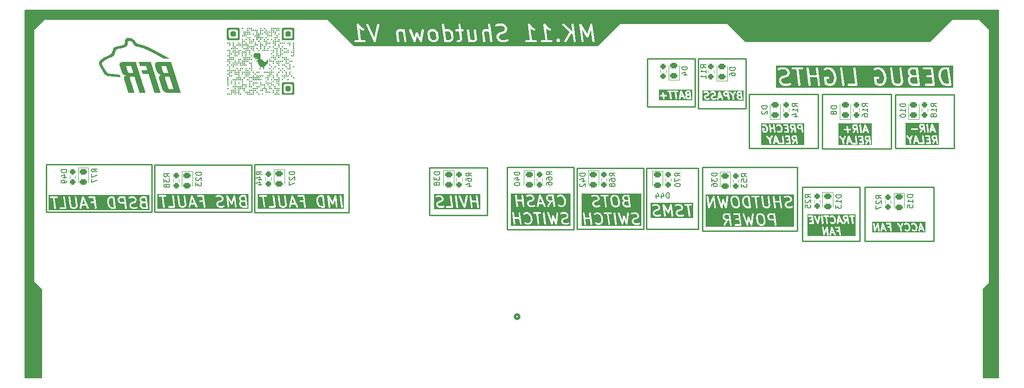
<source format=gbr>
%TF.GenerationSoftware,KiCad,Pcbnew,9.0.7*%
%TF.CreationDate,2026-02-13T14:31:20-08:00*%
%TF.ProjectId,Shutdown,53687574-646f-4776-9e2e-6b696361645f,rev?*%
%TF.SameCoordinates,Original*%
%TF.FileFunction,Legend,Bot*%
%TF.FilePolarity,Positive*%
%FSLAX46Y46*%
G04 Gerber Fmt 4.6, Leading zero omitted, Abs format (unit mm)*
G04 Created by KiCad (PCBNEW 9.0.7) date 2026-02-13 14:31:20*
%MOMM*%
%LPD*%
G01*
G04 APERTURE LIST*
G04 Aperture macros list*
%AMRoundRect*
0 Rectangle with rounded corners*
0 $1 Rounding radius*
0 $2 $3 $4 $5 $6 $7 $8 $9 X,Y pos of 4 corners*
0 Add a 4 corners polygon primitive as box body*
4,1,4,$2,$3,$4,$5,$6,$7,$8,$9,$2,$3,0*
0 Add four circle primitives for the rounded corners*
1,1,$1+$1,$2,$3*
1,1,$1+$1,$4,$5*
1,1,$1+$1,$6,$7*
1,1,$1+$1,$8,$9*
0 Add four rect primitives between the rounded corners*
20,1,$1+$1,$2,$3,$4,$5,0*
20,1,$1+$1,$4,$5,$6,$7,0*
20,1,$1+$1,$6,$7,$8,$9,0*
20,1,$1+$1,$8,$9,$2,$3,0*%
G04 Aperture macros list end*
%ADD10C,0.254000*%
%ADD11C,0.300000*%
%ADD12C,0.400000*%
%ADD13C,0.150000*%
%ADD14C,0.508000*%
%ADD15C,0.120000*%
%ADD16C,0.000000*%
%ADD17C,3.900000*%
%ADD18C,7.000000*%
%ADD19C,4.851400*%
%ADD20C,2.108200*%
%ADD21RoundRect,0.243750X-0.456250X0.243750X-0.456250X-0.243750X0.456250X-0.243750X0.456250X0.243750X0*%
%ADD22RoundRect,0.237500X0.237500X-0.250000X0.237500X0.250000X-0.237500X0.250000X-0.237500X-0.250000X0*%
%ADD23RoundRect,0.243750X0.456250X-0.243750X0.456250X0.243750X-0.456250X0.243750X-0.456250X-0.243750X0*%
%ADD24RoundRect,0.237500X-0.237500X0.250000X-0.237500X-0.250000X0.237500X-0.250000X0.237500X0.250000X0*%
G04 APERTURE END LIST*
D10*
X253157484Y-109877428D02*
X263930855Y-109877428D01*
X263930855Y-119687502D01*
X253157484Y-119687502D01*
X253157484Y-109877428D01*
X247620000Y-126828609D02*
X260171371Y-126828609D01*
X260171371Y-136765683D01*
X247620000Y-136765683D01*
X247620000Y-126828609D01*
X117595812Y-122725036D02*
X135375813Y-122725036D01*
X135375813Y-131416702D01*
X117595812Y-131416702D01*
X117595812Y-122725036D01*
X239822484Y-109829465D02*
X252373855Y-109829465D01*
X252373855Y-119766539D01*
X239822484Y-119766539D01*
X239822484Y-109829465D01*
X217848366Y-123227098D02*
X235247367Y-123227098D01*
X235247367Y-134911098D01*
X217848366Y-134911098D01*
X217848366Y-123227098D01*
X182173581Y-123173263D02*
X194365581Y-123173263D01*
X194365581Y-134603263D01*
X182173581Y-134603263D01*
X182173581Y-123173263D01*
X135890000Y-122682000D02*
X153162000Y-122682000D01*
X153162000Y-131445000D01*
X135890000Y-131445000D01*
X135890000Y-122682000D01*
X207636472Y-123319477D02*
X217112924Y-123319477D01*
X217112924Y-134495477D01*
X207636472Y-134495477D01*
X207636472Y-123319477D01*
X97790000Y-122661599D02*
X117094000Y-122661599D01*
X117094000Y-131424599D01*
X97790000Y-131424599D01*
X97790000Y-122661599D01*
X194885667Y-123352539D02*
X207077666Y-123352539D01*
X207077666Y-134528539D01*
X194885667Y-134528539D01*
X194885667Y-123352539D01*
X226435855Y-109781502D02*
X238987226Y-109781502D01*
X238987226Y-119718576D01*
X226435855Y-119718576D01*
X226435855Y-109781502D01*
X167939251Y-123270579D02*
X178480251Y-123270579D01*
X178480251Y-132033579D01*
X167939251Y-132033579D01*
X167939251Y-123270579D01*
X207776279Y-103332099D02*
X216539279Y-103332099D01*
X216539279Y-112095099D01*
X207776279Y-112095099D01*
X207776279Y-103332099D01*
X236123602Y-126795325D02*
X246642973Y-126795325D01*
X246642973Y-136732399D01*
X236123602Y-136732399D01*
X236123602Y-126795325D01*
X217060162Y-103255477D02*
X225823162Y-103255477D01*
X225823162Y-112399477D01*
X217060162Y-112399477D01*
X217060162Y-103255477D01*
D11*
G36*
X216178978Y-132462482D02*
G01*
X208403136Y-132462482D01*
X208403136Y-130206190D01*
X208625358Y-130206190D01*
X208644585Y-130261469D01*
X208683504Y-130305182D01*
X208736187Y-130330673D01*
X208794616Y-130334064D01*
X208823202Y-130327173D01*
X209073077Y-130240260D01*
X209490393Y-130240260D01*
X209642838Y-130311999D01*
X209717675Y-130378521D01*
X209807757Y-130522650D01*
X209822878Y-130643622D01*
X209774012Y-130773932D01*
X209726731Y-130827968D01*
X209588166Y-130901869D01*
X209236442Y-130992637D01*
X209232406Y-130994113D01*
X209230513Y-130994298D01*
X209219768Y-130998737D01*
X209208827Y-131002740D01*
X209207303Y-131003886D01*
X209203336Y-131005526D01*
X209024764Y-131100764D01*
X209006559Y-131112903D01*
X209003905Y-131114216D01*
X209002222Y-131115795D01*
X209000299Y-131117078D01*
X208998414Y-131119369D01*
X208982465Y-131134342D01*
X208899132Y-131229579D01*
X208886639Y-131247054D01*
X208884544Y-131249297D01*
X208883459Y-131251502D01*
X208882031Y-131253501D01*
X208881047Y-131256408D01*
X208871570Y-131275686D01*
X208800141Y-131466162D01*
X208792564Y-131494575D01*
X208792796Y-131501427D01*
X208790978Y-131508041D01*
X208791748Y-131537437D01*
X208815558Y-131727912D01*
X208822048Y-131756593D01*
X208823611Y-131759342D01*
X208824134Y-131762463D01*
X208837200Y-131788807D01*
X208956247Y-131979283D01*
X208962302Y-131987138D01*
X208963835Y-131990298D01*
X208969290Y-131996201D01*
X208974201Y-132002571D01*
X208977062Y-132004611D01*
X208983792Y-132011894D01*
X209090935Y-132107133D01*
X209099083Y-132113055D01*
X209101469Y-132115677D01*
X209108296Y-132119750D01*
X209114722Y-132124421D01*
X209118068Y-132125581D01*
X209126721Y-132130745D01*
X209329101Y-132225983D01*
X209356807Y-132235836D01*
X209360392Y-132236005D01*
X209363707Y-132237378D01*
X209392971Y-132240260D01*
X209869162Y-132240260D01*
X209885996Y-132238602D01*
X209889854Y-132238826D01*
X209894088Y-132237805D01*
X209898426Y-132237378D01*
X209901997Y-132235898D01*
X209918440Y-132231935D01*
X210192249Y-132136697D01*
X210218942Y-132124361D01*
X210262654Y-132085442D01*
X210288146Y-132032760D01*
X210291537Y-131974331D01*
X210272309Y-131919051D01*
X210233391Y-131875338D01*
X210180708Y-131849847D01*
X210122279Y-131846456D01*
X210093693Y-131853348D01*
X209843819Y-131940260D01*
X209426501Y-131940260D01*
X209274057Y-131868521D01*
X209199219Y-131801998D01*
X209109137Y-131657867D01*
X209094015Y-131536895D01*
X209142881Y-131406587D01*
X209190163Y-131352550D01*
X209328725Y-131278651D01*
X209680453Y-131187883D01*
X209684488Y-131186406D01*
X209686382Y-131186222D01*
X209697125Y-131181783D01*
X209708069Y-131177780D01*
X209709592Y-131176633D01*
X209713560Y-131174994D01*
X209892132Y-131079755D01*
X209910334Y-131067615D01*
X209912990Y-131066303D01*
X209914673Y-131064722D01*
X209916597Y-131063440D01*
X209918480Y-131061149D01*
X209934430Y-131046178D01*
X210017763Y-130950940D01*
X210030255Y-130933465D01*
X210032352Y-130931221D01*
X210033436Y-130929014D01*
X210034864Y-130927018D01*
X210035846Y-130924112D01*
X210045325Y-130904832D01*
X210116753Y-130714356D01*
X210124330Y-130685944D01*
X210124097Y-130679091D01*
X210125916Y-130672478D01*
X210125146Y-130643083D01*
X210101337Y-130452607D01*
X210094847Y-130423927D01*
X210093283Y-130421178D01*
X210092761Y-130418055D01*
X210079695Y-130391712D01*
X209960647Y-130201236D01*
X209954592Y-130193382D01*
X209953059Y-130190220D01*
X209947600Y-130184313D01*
X209942693Y-130177948D01*
X209939832Y-130175908D01*
X209933101Y-130168624D01*
X209835702Y-130082047D01*
X210612243Y-130082047D01*
X210612525Y-130084028D01*
X210613176Y-130108865D01*
X210863176Y-132108865D01*
X210869666Y-132137545D01*
X210898598Y-132188422D01*
X210944795Y-132224353D01*
X211001228Y-132239871D01*
X211059304Y-132232612D01*
X211110180Y-132203680D01*
X211146111Y-132157482D01*
X211161630Y-132101050D01*
X211160860Y-132071654D01*
X211000361Y-130787665D01*
X211478161Y-131595213D01*
X211486334Y-131606365D01*
X211488073Y-131609909D01*
X211490492Y-131612039D01*
X211495543Y-131618931D01*
X211514348Y-131633044D01*
X211531999Y-131648586D01*
X211537611Y-131650503D01*
X211542354Y-131654063D01*
X211565132Y-131659906D01*
X211587384Y-131667509D01*
X211593301Y-131667132D01*
X211599044Y-131668606D01*
X211622331Y-131665287D01*
X211645793Y-131663796D01*
X211651112Y-131661186D01*
X211656986Y-131660349D01*
X211677231Y-131648369D01*
X211698335Y-131638015D01*
X211702253Y-131633564D01*
X211707357Y-131630545D01*
X211721467Y-131611742D01*
X211737012Y-131594089D01*
X211740555Y-131586308D01*
X211742488Y-131583734D01*
X211743467Y-131579915D01*
X211749201Y-131567328D01*
X212027134Y-130753863D01*
X212196510Y-132108865D01*
X212203000Y-132137545D01*
X212231932Y-132188422D01*
X212278129Y-132224353D01*
X212334562Y-132239871D01*
X212392638Y-132232612D01*
X212443514Y-132203680D01*
X212479445Y-132157482D01*
X212494964Y-132101050D01*
X212494194Y-132071654D01*
X212261011Y-130206190D01*
X212815834Y-130206190D01*
X212835061Y-130261469D01*
X212873980Y-130305182D01*
X212926663Y-130330673D01*
X212985092Y-130334064D01*
X213013678Y-130327173D01*
X213263553Y-130240260D01*
X213680869Y-130240260D01*
X213833314Y-130311999D01*
X213908151Y-130378521D01*
X213998233Y-130522650D01*
X214013354Y-130643622D01*
X213964488Y-130773932D01*
X213917207Y-130827968D01*
X213778642Y-130901869D01*
X213426918Y-130992637D01*
X213422882Y-130994113D01*
X213420989Y-130994298D01*
X213410244Y-130998737D01*
X213399303Y-131002740D01*
X213397779Y-131003886D01*
X213393812Y-131005526D01*
X213215240Y-131100764D01*
X213197035Y-131112903D01*
X213194381Y-131114216D01*
X213192698Y-131115795D01*
X213190775Y-131117078D01*
X213188890Y-131119369D01*
X213172941Y-131134342D01*
X213089608Y-131229579D01*
X213077115Y-131247054D01*
X213075020Y-131249297D01*
X213073935Y-131251502D01*
X213072507Y-131253501D01*
X213071523Y-131256408D01*
X213062046Y-131275686D01*
X212990617Y-131466162D01*
X212983040Y-131494575D01*
X212983272Y-131501427D01*
X212981454Y-131508041D01*
X212982224Y-131537437D01*
X213006034Y-131727912D01*
X213012524Y-131756593D01*
X213014087Y-131759342D01*
X213014610Y-131762463D01*
X213027676Y-131788807D01*
X213146723Y-131979283D01*
X213152778Y-131987138D01*
X213154311Y-131990298D01*
X213159766Y-131996201D01*
X213164677Y-132002571D01*
X213167538Y-132004611D01*
X213174268Y-132011894D01*
X213281411Y-132107133D01*
X213289559Y-132113055D01*
X213291945Y-132115677D01*
X213298772Y-132119750D01*
X213305198Y-132124421D01*
X213308544Y-132125581D01*
X213317197Y-132130745D01*
X213519577Y-132225983D01*
X213547283Y-132235836D01*
X213550868Y-132236005D01*
X213554183Y-132237378D01*
X213583447Y-132240260D01*
X214059638Y-132240260D01*
X214076472Y-132238602D01*
X214080330Y-132238826D01*
X214084564Y-132237805D01*
X214088902Y-132237378D01*
X214092473Y-132235898D01*
X214108916Y-132231935D01*
X214382725Y-132136697D01*
X214409418Y-132124361D01*
X214453130Y-132085442D01*
X214478622Y-132032760D01*
X214482013Y-131974331D01*
X214462785Y-131919051D01*
X214423867Y-131875338D01*
X214371184Y-131849847D01*
X214312755Y-131846456D01*
X214284169Y-131853348D01*
X214034295Y-131940260D01*
X213616977Y-131940260D01*
X213464533Y-131868521D01*
X213389695Y-131801998D01*
X213299613Y-131657867D01*
X213284491Y-131536895D01*
X213333357Y-131406587D01*
X213380639Y-131352550D01*
X213519201Y-131278651D01*
X213870929Y-131187883D01*
X213874964Y-131186406D01*
X213876858Y-131186222D01*
X213887601Y-131181783D01*
X213898545Y-131177780D01*
X213900068Y-131176633D01*
X213904036Y-131174994D01*
X214082608Y-131079755D01*
X214100810Y-131067615D01*
X214103466Y-131066303D01*
X214105149Y-131064722D01*
X214107073Y-131063440D01*
X214108956Y-131061149D01*
X214124906Y-131046178D01*
X214208239Y-130950940D01*
X214220731Y-130933465D01*
X214222828Y-130931221D01*
X214223912Y-130929014D01*
X214225340Y-130927018D01*
X214226322Y-130924112D01*
X214235801Y-130904832D01*
X214307229Y-130714356D01*
X214314806Y-130685944D01*
X214314573Y-130679091D01*
X214316392Y-130672478D01*
X214315622Y-130643083D01*
X214291813Y-130452607D01*
X214285323Y-130423927D01*
X214283759Y-130421178D01*
X214283237Y-130418055D01*
X214270171Y-130391712D01*
X214151123Y-130201236D01*
X214145068Y-130193382D01*
X214143535Y-130190220D01*
X214138076Y-130184313D01*
X214133169Y-130177948D01*
X214130308Y-130175908D01*
X214123577Y-130168624D01*
X214016434Y-130073386D01*
X214008285Y-130067464D01*
X214005901Y-130064843D01*
X213999455Y-130060996D01*
X214519663Y-130060996D01*
X214519663Y-130119524D01*
X214542061Y-130173596D01*
X214583445Y-130214980D01*
X214637517Y-130237378D01*
X214666781Y-130240260D01*
X215105792Y-130240260D01*
X215339368Y-132108865D01*
X215345858Y-132137545D01*
X215374790Y-132188422D01*
X215420987Y-132224353D01*
X215477420Y-132239871D01*
X215535496Y-132232612D01*
X215586372Y-132203680D01*
X215622303Y-132157482D01*
X215637822Y-132101050D01*
X215637052Y-132071654D01*
X215408128Y-130240260D01*
X215809638Y-130240260D01*
X215838902Y-130237378D01*
X215892974Y-130214980D01*
X215934358Y-130173596D01*
X215956756Y-130119524D01*
X215956756Y-130060996D01*
X215934358Y-130006924D01*
X215892974Y-129965540D01*
X215838902Y-129943142D01*
X215809638Y-129940260D01*
X214666781Y-129940260D01*
X214637517Y-129943142D01*
X214583445Y-129965540D01*
X214542061Y-130006924D01*
X214519663Y-130060996D01*
X213999455Y-130060996D01*
X213999073Y-130060768D01*
X213992648Y-130056099D01*
X213989303Y-130054938D01*
X213980650Y-130049775D01*
X213778270Y-129954537D01*
X213750564Y-129944684D01*
X213746978Y-129944514D01*
X213743664Y-129943142D01*
X213714400Y-129940260D01*
X213238209Y-129940260D01*
X213221374Y-129941917D01*
X213217517Y-129941694D01*
X213213283Y-129942714D01*
X213208945Y-129943142D01*
X213205371Y-129944622D01*
X213188931Y-129948586D01*
X212915122Y-130043823D01*
X212888429Y-130056159D01*
X212844716Y-130095078D01*
X212819225Y-130147761D01*
X212815834Y-130206190D01*
X212261011Y-130206190D01*
X212244194Y-130071655D01*
X212240564Y-130055614D01*
X212240317Y-130051724D01*
X212239142Y-130049329D01*
X212237704Y-130042974D01*
X212225453Y-130021431D01*
X212214536Y-129999182D01*
X212211059Y-129996121D01*
X212208772Y-129992098D01*
X212189217Y-129976888D01*
X212170610Y-129960505D01*
X212166227Y-129959007D01*
X212162575Y-129956167D01*
X212138683Y-129949596D01*
X212115225Y-129941582D01*
X212110606Y-129941875D01*
X212106142Y-129940648D01*
X212081542Y-129943723D01*
X212056816Y-129945295D01*
X212052661Y-129947333D01*
X212048066Y-129947908D01*
X212026523Y-129960158D01*
X212004274Y-129971076D01*
X212001213Y-129974552D01*
X211997190Y-129976840D01*
X211981980Y-129996394D01*
X211965597Y-130015002D01*
X211962895Y-130020932D01*
X211961259Y-130023037D01*
X211960225Y-130026793D01*
X211953408Y-130041762D01*
X211570572Y-131162257D01*
X210891114Y-130013878D01*
X210876427Y-129993838D01*
X210875438Y-129992098D01*
X210874773Y-129991581D01*
X210873732Y-129990160D01*
X210851340Y-129973355D01*
X210829241Y-129956167D01*
X210827972Y-129955818D01*
X210826921Y-129955029D01*
X210799813Y-129948074D01*
X210772808Y-129940648D01*
X210771502Y-129940811D01*
X210770231Y-129940485D01*
X210742529Y-129944433D01*
X210714732Y-129947908D01*
X210713589Y-129948557D01*
X210712289Y-129948743D01*
X210688182Y-129963005D01*
X210663856Y-129976840D01*
X210663050Y-129977876D01*
X210661918Y-129978546D01*
X210645113Y-130000937D01*
X210627925Y-130023037D01*
X210627576Y-130024305D01*
X210626787Y-130025357D01*
X210619832Y-130052464D01*
X210612406Y-130079470D01*
X210612452Y-130081231D01*
X210612243Y-130082047D01*
X209835702Y-130082047D01*
X209825958Y-130073386D01*
X209817809Y-130067464D01*
X209815425Y-130064843D01*
X209808597Y-130060768D01*
X209802172Y-130056099D01*
X209798827Y-130054938D01*
X209790174Y-130049775D01*
X209587794Y-129954537D01*
X209560088Y-129944684D01*
X209556502Y-129944514D01*
X209553188Y-129943142D01*
X209523924Y-129940260D01*
X209047733Y-129940260D01*
X209030898Y-129941917D01*
X209027041Y-129941694D01*
X209022807Y-129942714D01*
X209018469Y-129943142D01*
X209014895Y-129944622D01*
X208998455Y-129948586D01*
X208724646Y-130043823D01*
X208697953Y-130056159D01*
X208654240Y-130095078D01*
X208628749Y-130147761D01*
X208625358Y-130206190D01*
X208403136Y-130206190D01*
X208403136Y-129718038D01*
X216178978Y-129718038D01*
X216178978Y-132462482D01*
G37*
G36*
X202080581Y-128599489D02*
G01*
X202250923Y-128750904D01*
X202374538Y-129080545D01*
X202453356Y-129711082D01*
X202413761Y-130027838D01*
X202295426Y-130163077D01*
X202174166Y-130227750D01*
X201864244Y-130227750D01*
X201711800Y-130156011D01*
X201541456Y-130004594D01*
X201417841Y-129674954D01*
X201339024Y-129044416D01*
X201378619Y-128727660D01*
X201496952Y-128592423D01*
X201618215Y-128527750D01*
X201928136Y-128527750D01*
X202080581Y-128599489D01*
G37*
G36*
X204422701Y-130227750D02*
G01*
X203864244Y-130227750D01*
X203711800Y-130156011D01*
X203636962Y-130089488D01*
X203546880Y-129945357D01*
X203519853Y-129729147D01*
X203568719Y-129598839D01*
X203607947Y-129554007D01*
X203820344Y-129480131D01*
X204329249Y-129480131D01*
X204422701Y-130227750D01*
G37*
G36*
X204291749Y-129180131D02*
G01*
X203828530Y-129180131D01*
X203676085Y-129108390D01*
X203601247Y-129041868D01*
X203511165Y-128897738D01*
X203496044Y-128776765D01*
X203544909Y-128646457D01*
X203592190Y-128592423D01*
X203713453Y-128527750D01*
X204210201Y-128527750D01*
X204291749Y-129180131D01*
G37*
G36*
X206665787Y-133969860D02*
G01*
X195780308Y-133969860D01*
X195780308Y-131586848D01*
X196002530Y-131586848D01*
X196003300Y-131616243D01*
X196253300Y-133616243D01*
X196259790Y-133644923D01*
X196288722Y-133695800D01*
X196334919Y-133731731D01*
X196391352Y-133747249D01*
X196449428Y-133739990D01*
X196500304Y-133711058D01*
X196536235Y-133664860D01*
X196551754Y-133608428D01*
X196550984Y-133579032D01*
X196441107Y-132700019D01*
X197281629Y-132700019D01*
X197396157Y-133616243D01*
X197402647Y-133644923D01*
X197431579Y-133695800D01*
X197477776Y-133731731D01*
X197534209Y-133747249D01*
X197592285Y-133739990D01*
X197643161Y-133711058D01*
X197679092Y-133664860D01*
X197694611Y-133608428D01*
X197693841Y-133579032D01*
X197467550Y-131768701D01*
X198027213Y-131768701D01*
X198031105Y-131827098D01*
X198057049Y-131879561D01*
X198101096Y-131918102D01*
X198156538Y-131936852D01*
X198214935Y-131932960D01*
X198267398Y-131907016D01*
X198288837Y-131886890D01*
X198346040Y-131821515D01*
X198558438Y-131747638D01*
X198700154Y-131747638D01*
X198945251Y-131826069D01*
X199119703Y-131981137D01*
X199219353Y-132140574D01*
X199350728Y-132490908D01*
X199381926Y-132740494D01*
X199338823Y-133085317D01*
X199283182Y-133233692D01*
X199160622Y-133373762D01*
X198948227Y-133447638D01*
X198806511Y-133447638D01*
X198561412Y-133369206D01*
X198477987Y-133295050D01*
X198454200Y-133277762D01*
X198398906Y-133258579D01*
X198340481Y-133262015D01*
X198287817Y-133287549D01*
X198248933Y-133331293D01*
X198229750Y-133386587D01*
X198233186Y-133445012D01*
X198258720Y-133497676D01*
X198278677Y-133519272D01*
X198385820Y-133614511D01*
X198409607Y-133631799D01*
X198411352Y-133632404D01*
X198412765Y-133633600D01*
X198439759Y-133645264D01*
X198737378Y-133740502D01*
X198750215Y-133743258D01*
X198753830Y-133744756D01*
X198760031Y-133745366D01*
X198766128Y-133746676D01*
X198770029Y-133746351D01*
X198783094Y-133747638D01*
X198973570Y-133747638D01*
X198990403Y-133745980D01*
X198994261Y-133746204D01*
X198998495Y-133745183D01*
X199002834Y-133744756D01*
X199006405Y-133743276D01*
X199022848Y-133739313D01*
X199296658Y-133644075D01*
X199323351Y-133631739D01*
X199330385Y-133625476D01*
X199338828Y-133621301D01*
X199360267Y-133601175D01*
X199526933Y-133410698D01*
X199539424Y-133393224D01*
X199541521Y-133390981D01*
X199542605Y-133388775D01*
X199544034Y-133386777D01*
X199545017Y-133383869D01*
X199554495Y-133364592D01*
X199625924Y-133174115D01*
X199626946Y-133170281D01*
X199627827Y-133168733D01*
X199630446Y-133157156D01*
X199633501Y-133145703D01*
X199633440Y-133143924D01*
X199634317Y-133140052D01*
X199681936Y-132759100D01*
X199682081Y-132753557D01*
X199682706Y-132751285D01*
X199682423Y-132740494D01*
X199682706Y-132729704D01*
X199682081Y-132727431D01*
X199681936Y-132721890D01*
X199646222Y-132436175D01*
X199645345Y-132432302D01*
X199645406Y-132430524D01*
X199642351Y-132419070D01*
X199639732Y-132407494D01*
X199638851Y-132405945D01*
X199637829Y-132402112D01*
X199494972Y-132021159D01*
X199494818Y-132020846D01*
X199494789Y-132020671D01*
X199488329Y-132007647D01*
X199481999Y-131994771D01*
X199481879Y-131994642D01*
X199481723Y-131994328D01*
X199362675Y-131803852D01*
X199356619Y-131795996D01*
X199355087Y-131792837D01*
X199349631Y-131786933D01*
X199344721Y-131780564D01*
X199341860Y-131778523D01*
X199335130Y-131771241D01*
X199120843Y-131580764D01*
X199103795Y-131568374D01*
X199814548Y-131568374D01*
X199814548Y-131626902D01*
X199836946Y-131680974D01*
X199878330Y-131722358D01*
X199932402Y-131744756D01*
X199961666Y-131747638D01*
X200400677Y-131747638D01*
X200634253Y-133616243D01*
X200640743Y-133644923D01*
X200669675Y-133695800D01*
X200715872Y-133731731D01*
X200772305Y-133747249D01*
X200830381Y-133739990D01*
X200881257Y-133711058D01*
X200917188Y-133664860D01*
X200932707Y-133608428D01*
X200931937Y-133579032D01*
X200703013Y-131747638D01*
X201104523Y-131747638D01*
X201133787Y-131744756D01*
X201187859Y-131722358D01*
X201229243Y-131680974D01*
X201251641Y-131626902D01*
X201251641Y-131586848D01*
X201621578Y-131586848D01*
X201622348Y-131616243D01*
X201872348Y-133616243D01*
X201878838Y-133644923D01*
X201907770Y-133695800D01*
X201953967Y-133731731D01*
X202010400Y-133747249D01*
X202068476Y-133739990D01*
X202119352Y-133711058D01*
X202155283Y-133664860D01*
X202170802Y-133608428D01*
X202170032Y-133579032D01*
X201925196Y-131620342D01*
X202384822Y-131620342D01*
X202392101Y-131648832D01*
X203118292Y-133648832D01*
X203123177Y-133659039D01*
X203124109Y-133662656D01*
X203126310Y-133665584D01*
X203130988Y-133675356D01*
X203145958Y-133691718D01*
X203159279Y-133709436D01*
X203165566Y-133713148D01*
X203170496Y-133718537D01*
X203190585Y-133727923D01*
X203209675Y-133739197D01*
X203216903Y-133740221D01*
X203223519Y-133743312D01*
X203245672Y-133744296D01*
X203267624Y-133747406D01*
X203274693Y-133745585D01*
X203281989Y-133745910D01*
X203302834Y-133738341D01*
X203324303Y-133732814D01*
X203330137Y-133728427D01*
X203337002Y-133725935D01*
X203353359Y-133710968D01*
X203371083Y-133697644D01*
X203374797Y-133691354D01*
X203380183Y-133686427D01*
X203389567Y-133666342D01*
X203400844Y-133647248D01*
X203403406Y-133636726D01*
X203404959Y-133633404D01*
X203405124Y-133629670D01*
X203407802Y-133618678D01*
X203530131Y-132755176D01*
X203881521Y-133652342D01*
X203886848Y-133662791D01*
X203887895Y-133666430D01*
X203890138Y-133669246D01*
X203894877Y-133678540D01*
X203910407Y-133694684D01*
X203924366Y-133712203D01*
X203930551Y-133715625D01*
X203935452Y-133720719D01*
X203955978Y-133729691D01*
X203975578Y-133740535D01*
X203982600Y-133741329D01*
X203989078Y-133744161D01*
X204011477Y-133744595D01*
X204033736Y-133747113D01*
X204040528Y-133745158D01*
X204047594Y-133745296D01*
X204068456Y-133737125D01*
X204089982Y-133730933D01*
X204095507Y-133726530D01*
X204102091Y-133723952D01*
X204118239Y-133708418D01*
X204135755Y-133694462D01*
X204139176Y-133688277D01*
X204144271Y-133683377D01*
X204153243Y-133662850D01*
X204164087Y-133643250D01*
X204166269Y-133633049D01*
X204167712Y-133629750D01*
X204167785Y-133625965D01*
X204170240Y-133614495D01*
X204385225Y-131713568D01*
X204777386Y-131713568D01*
X204796613Y-131768847D01*
X204835532Y-131812560D01*
X204888215Y-131838051D01*
X204946644Y-131841442D01*
X204975230Y-131834551D01*
X205225105Y-131747638D01*
X205642421Y-131747638D01*
X205794866Y-131819377D01*
X205869703Y-131885899D01*
X205959785Y-132030028D01*
X205974906Y-132151000D01*
X205926040Y-132281310D01*
X205878759Y-132335346D01*
X205740194Y-132409247D01*
X205388470Y-132500015D01*
X205384434Y-132501491D01*
X205382541Y-132501676D01*
X205371796Y-132506115D01*
X205360855Y-132510118D01*
X205359331Y-132511264D01*
X205355364Y-132512904D01*
X205176792Y-132608142D01*
X205158587Y-132620281D01*
X205155933Y-132621594D01*
X205154250Y-132623173D01*
X205152327Y-132624456D01*
X205150442Y-132626747D01*
X205134493Y-132641720D01*
X205051160Y-132736957D01*
X205038667Y-132754432D01*
X205036572Y-132756675D01*
X205035487Y-132758880D01*
X205034059Y-132760879D01*
X205033075Y-132763786D01*
X205023598Y-132783064D01*
X204952169Y-132973540D01*
X204944592Y-133001953D01*
X204944824Y-133008805D01*
X204943006Y-133015419D01*
X204943776Y-133044815D01*
X204967586Y-133235290D01*
X204974076Y-133263971D01*
X204975639Y-133266720D01*
X204976162Y-133269841D01*
X204989228Y-133296185D01*
X205108275Y-133486661D01*
X205114330Y-133494516D01*
X205115863Y-133497676D01*
X205121318Y-133503579D01*
X205126229Y-133509949D01*
X205129090Y-133511989D01*
X205135820Y-133519272D01*
X205242963Y-133614511D01*
X205251111Y-133620433D01*
X205253497Y-133623055D01*
X205260324Y-133627128D01*
X205266750Y-133631799D01*
X205270096Y-133632959D01*
X205278749Y-133638123D01*
X205481129Y-133733361D01*
X205508835Y-133743214D01*
X205512420Y-133743383D01*
X205515735Y-133744756D01*
X205544999Y-133747638D01*
X206021190Y-133747638D01*
X206038024Y-133745980D01*
X206041882Y-133746204D01*
X206046116Y-133745183D01*
X206050454Y-133744756D01*
X206054025Y-133743276D01*
X206070468Y-133739313D01*
X206344277Y-133644075D01*
X206370970Y-133631739D01*
X206414682Y-133592820D01*
X206440174Y-133540138D01*
X206443565Y-133481709D01*
X206424337Y-133426429D01*
X206385419Y-133382716D01*
X206332736Y-133357225D01*
X206274307Y-133353834D01*
X206245721Y-133360726D01*
X205995847Y-133447638D01*
X205578529Y-133447638D01*
X205426085Y-133375899D01*
X205351247Y-133309376D01*
X205261165Y-133165245D01*
X205246043Y-133044273D01*
X205294909Y-132913965D01*
X205342191Y-132859928D01*
X205480753Y-132786029D01*
X205832481Y-132695261D01*
X205836516Y-132693784D01*
X205838410Y-132693600D01*
X205849153Y-132689161D01*
X205860097Y-132685158D01*
X205861620Y-132684011D01*
X205865588Y-132682372D01*
X206044160Y-132587133D01*
X206062362Y-132574993D01*
X206065018Y-132573681D01*
X206066701Y-132572100D01*
X206068625Y-132570818D01*
X206070508Y-132568527D01*
X206086458Y-132553556D01*
X206169791Y-132458318D01*
X206182283Y-132440843D01*
X206184380Y-132438599D01*
X206185464Y-132436392D01*
X206186892Y-132434396D01*
X206187874Y-132431490D01*
X206197353Y-132412210D01*
X206268781Y-132221734D01*
X206276358Y-132193322D01*
X206276125Y-132186469D01*
X206277944Y-132179856D01*
X206277174Y-132150461D01*
X206253365Y-131959985D01*
X206246875Y-131931305D01*
X206245311Y-131928556D01*
X206244789Y-131925433D01*
X206231723Y-131899090D01*
X206112675Y-131708614D01*
X206106620Y-131700760D01*
X206105087Y-131697598D01*
X206099628Y-131691691D01*
X206094721Y-131685326D01*
X206091860Y-131683286D01*
X206085129Y-131676002D01*
X205977986Y-131580764D01*
X205969837Y-131574842D01*
X205967453Y-131572221D01*
X205960625Y-131568146D01*
X205954200Y-131563477D01*
X205950855Y-131562316D01*
X205942202Y-131557153D01*
X205739822Y-131461915D01*
X205712116Y-131452062D01*
X205708530Y-131451892D01*
X205705216Y-131450520D01*
X205675952Y-131447638D01*
X205199761Y-131447638D01*
X205182926Y-131449295D01*
X205179069Y-131449072D01*
X205174835Y-131450092D01*
X205170497Y-131450520D01*
X205166923Y-131452000D01*
X205150483Y-131455964D01*
X204876674Y-131551201D01*
X204849981Y-131563537D01*
X204806268Y-131602456D01*
X204780777Y-131655139D01*
X204777386Y-131713568D01*
X204385225Y-131713568D01*
X204396430Y-131614495D01*
X204396855Y-131585092D01*
X204380675Y-131528846D01*
X204344204Y-131483073D01*
X204292992Y-131454740D01*
X204234834Y-131448163D01*
X204178588Y-131464343D01*
X204132815Y-131500814D01*
X204104483Y-131552026D01*
X204098330Y-131580781D01*
X203940150Y-132979423D01*
X203601335Y-132114362D01*
X203597622Y-132107080D01*
X203596842Y-132104048D01*
X203594464Y-132100885D01*
X203587979Y-132088165D01*
X203573887Y-132073516D01*
X203561672Y-132057268D01*
X203553767Y-132052599D01*
X203547404Y-132045985D01*
X203528781Y-132037844D01*
X203511276Y-132027507D01*
X203502186Y-132026219D01*
X203493778Y-132022544D01*
X203473456Y-132022149D01*
X203453327Y-132019298D01*
X203444439Y-132021586D01*
X203435262Y-132021408D01*
X203416332Y-132028822D01*
X203396648Y-132033890D01*
X203389311Y-132039405D01*
X203380765Y-132042753D01*
X203366116Y-132056844D01*
X203349868Y-132069060D01*
X203345199Y-132076964D01*
X203338585Y-132083328D01*
X203330444Y-132101950D01*
X203320107Y-132119456D01*
X203316728Y-132133330D01*
X203315144Y-132136954D01*
X203315083Y-132140083D01*
X203313149Y-132148026D01*
X203195095Y-132981348D01*
X202674087Y-131546444D01*
X202661391Y-131519921D01*
X202621883Y-131476740D01*
X202568860Y-131451965D01*
X202510390Y-131449366D01*
X202455377Y-131469341D01*
X202412196Y-131508849D01*
X202387421Y-131561872D01*
X202384822Y-131620342D01*
X201925196Y-131620342D01*
X201920032Y-131579033D01*
X201913542Y-131550352D01*
X201884610Y-131499476D01*
X201838413Y-131463545D01*
X201781980Y-131448026D01*
X201723904Y-131455286D01*
X201673028Y-131484218D01*
X201637097Y-131530415D01*
X201621578Y-131586848D01*
X201251641Y-131586848D01*
X201251641Y-131568374D01*
X201229243Y-131514302D01*
X201187859Y-131472918D01*
X201133787Y-131450520D01*
X201104523Y-131447638D01*
X199961666Y-131447638D01*
X199932402Y-131450520D01*
X199878330Y-131472918D01*
X199836946Y-131514302D01*
X199814548Y-131568374D01*
X199103795Y-131568374D01*
X199097057Y-131563477D01*
X199095311Y-131562871D01*
X199093899Y-131561676D01*
X199066906Y-131550012D01*
X198769286Y-131454774D01*
X198756448Y-131452017D01*
X198752834Y-131450520D01*
X198746632Y-131449909D01*
X198740536Y-131448600D01*
X198736634Y-131448924D01*
X198723570Y-131447638D01*
X198533094Y-131447638D01*
X198516259Y-131449295D01*
X198512402Y-131449072D01*
X198508168Y-131450092D01*
X198503830Y-131450520D01*
X198500256Y-131452000D01*
X198483816Y-131455964D01*
X198210007Y-131551201D01*
X198183314Y-131563537D01*
X198176279Y-131569799D01*
X198167839Y-131573974D01*
X198146399Y-131594100D01*
X198063065Y-131689338D01*
X198045963Y-131713259D01*
X198027213Y-131768701D01*
X197467550Y-131768701D01*
X197443841Y-131579033D01*
X197437351Y-131550352D01*
X197408419Y-131499476D01*
X197362222Y-131463545D01*
X197305789Y-131448026D01*
X197247713Y-131455286D01*
X197196837Y-131484218D01*
X197160906Y-131530415D01*
X197145387Y-131586848D01*
X197146157Y-131616243D01*
X197244129Y-132400019D01*
X196403607Y-132400019D01*
X196300984Y-131579033D01*
X196294494Y-131550352D01*
X196265562Y-131499476D01*
X196219365Y-131463545D01*
X196162932Y-131448026D01*
X196104856Y-131455286D01*
X196053980Y-131484218D01*
X196018049Y-131530415D01*
X196002530Y-131586848D01*
X195780308Y-131586848D01*
X195780308Y-128493680D01*
X197539291Y-128493680D01*
X197558518Y-128548959D01*
X197597437Y-128592672D01*
X197650120Y-128618163D01*
X197708549Y-128621554D01*
X197737135Y-128614663D01*
X197987010Y-128527750D01*
X198404326Y-128527750D01*
X198556771Y-128599489D01*
X198631608Y-128666011D01*
X198721690Y-128810140D01*
X198736811Y-128931112D01*
X198687945Y-129061422D01*
X198640664Y-129115458D01*
X198502099Y-129189359D01*
X198150375Y-129280127D01*
X198146339Y-129281603D01*
X198144446Y-129281788D01*
X198133701Y-129286227D01*
X198122760Y-129290230D01*
X198121236Y-129291376D01*
X198117269Y-129293016D01*
X197938697Y-129388254D01*
X197920492Y-129400393D01*
X197917838Y-129401706D01*
X197916155Y-129403285D01*
X197914232Y-129404568D01*
X197912347Y-129406859D01*
X197896398Y-129421832D01*
X197813065Y-129517069D01*
X197800572Y-129534544D01*
X197798477Y-129536787D01*
X197797392Y-129538992D01*
X197795964Y-129540991D01*
X197794980Y-129543898D01*
X197785503Y-129563176D01*
X197714074Y-129753652D01*
X197706497Y-129782065D01*
X197706729Y-129788917D01*
X197704911Y-129795531D01*
X197705681Y-129824927D01*
X197729491Y-130015402D01*
X197735981Y-130044083D01*
X197737544Y-130046832D01*
X197738067Y-130049953D01*
X197751133Y-130076297D01*
X197870180Y-130266773D01*
X197876235Y-130274628D01*
X197877768Y-130277788D01*
X197883223Y-130283691D01*
X197888134Y-130290061D01*
X197890995Y-130292101D01*
X197897725Y-130299384D01*
X198004868Y-130394623D01*
X198013016Y-130400545D01*
X198015402Y-130403167D01*
X198022229Y-130407240D01*
X198028655Y-130411911D01*
X198032001Y-130413071D01*
X198040654Y-130418235D01*
X198243034Y-130513473D01*
X198270740Y-130523326D01*
X198274325Y-130523495D01*
X198277640Y-130524868D01*
X198306904Y-130527750D01*
X198783095Y-130527750D01*
X198799929Y-130526092D01*
X198803787Y-130526316D01*
X198808021Y-130525295D01*
X198812359Y-130524868D01*
X198815930Y-130523388D01*
X198832373Y-130519425D01*
X199106182Y-130424187D01*
X199132875Y-130411851D01*
X199176587Y-130372932D01*
X199202079Y-130320250D01*
X199205470Y-130261821D01*
X199186242Y-130206541D01*
X199147324Y-130162828D01*
X199094641Y-130137337D01*
X199036212Y-130133946D01*
X199007626Y-130140838D01*
X198757752Y-130227750D01*
X198340434Y-130227750D01*
X198187990Y-130156011D01*
X198113152Y-130089488D01*
X198023070Y-129945357D01*
X198007948Y-129824385D01*
X198056814Y-129694077D01*
X198104096Y-129640040D01*
X198242658Y-129566141D01*
X198594386Y-129475373D01*
X198598421Y-129473896D01*
X198600315Y-129473712D01*
X198611058Y-129469273D01*
X198622002Y-129465270D01*
X198623525Y-129464123D01*
X198627493Y-129462484D01*
X198806065Y-129367245D01*
X198824267Y-129355105D01*
X198826923Y-129353793D01*
X198828606Y-129352212D01*
X198830530Y-129350930D01*
X198832413Y-129348639D01*
X198848363Y-129333668D01*
X198931696Y-129238430D01*
X198944188Y-129220955D01*
X198946285Y-129218711D01*
X198947369Y-129216504D01*
X198948797Y-129214508D01*
X198949779Y-129211602D01*
X198959258Y-129192322D01*
X199030686Y-129001846D01*
X199038263Y-128973434D01*
X199038030Y-128966581D01*
X199039849Y-128959968D01*
X199039079Y-128930573D01*
X199015270Y-128740097D01*
X199008780Y-128711417D01*
X199007216Y-128708668D01*
X199006694Y-128705545D01*
X198993628Y-128679202D01*
X198874580Y-128488726D01*
X198868525Y-128480872D01*
X198866992Y-128477710D01*
X198861533Y-128471803D01*
X198856626Y-128465438D01*
X198853765Y-128463398D01*
X198847034Y-128456114D01*
X198739891Y-128360876D01*
X198731742Y-128354954D01*
X198729358Y-128352333D01*
X198722912Y-128348486D01*
X199243120Y-128348486D01*
X199243120Y-128407014D01*
X199265518Y-128461086D01*
X199306902Y-128502470D01*
X199360974Y-128524868D01*
X199390238Y-128527750D01*
X199829249Y-128527750D01*
X200062825Y-130396355D01*
X200069315Y-130425035D01*
X200098247Y-130475912D01*
X200144444Y-130511843D01*
X200200877Y-130527361D01*
X200258953Y-130520102D01*
X200309829Y-130491170D01*
X200345760Y-130444972D01*
X200361279Y-130388540D01*
X200360509Y-130359144D01*
X200194819Y-129033626D01*
X201038245Y-129033626D01*
X201038527Y-129044416D01*
X201038245Y-129055206D01*
X201038869Y-129057478D01*
X201039015Y-129063021D01*
X201122348Y-129729688D01*
X201123224Y-129733560D01*
X201123164Y-129735339D01*
X201126218Y-129746794D01*
X201128838Y-129758369D01*
X201129718Y-129759916D01*
X201130741Y-129763752D01*
X201273598Y-130144704D01*
X201286571Y-130171092D01*
X201291369Y-130176227D01*
X201294435Y-130182550D01*
X201314392Y-130204146D01*
X201528678Y-130394623D01*
X201536826Y-130400545D01*
X201539212Y-130403167D01*
X201546039Y-130407240D01*
X201552465Y-130411911D01*
X201555811Y-130413071D01*
X201564464Y-130418235D01*
X201766844Y-130513473D01*
X201794550Y-130523326D01*
X201798135Y-130523495D01*
X201801450Y-130524868D01*
X201830714Y-130527750D01*
X202211666Y-130527750D01*
X202240930Y-130524868D01*
X202247741Y-130522046D01*
X202255077Y-130521331D01*
X202282254Y-130510103D01*
X202460826Y-130414865D01*
X202479030Y-130402725D01*
X202481685Y-130401413D01*
X202483367Y-130399833D01*
X202485291Y-130398551D01*
X202487174Y-130396260D01*
X202503125Y-130381288D01*
X202669792Y-130190810D01*
X202670111Y-130190363D01*
X202670325Y-130190197D01*
X202670693Y-130189548D01*
X202686893Y-130166889D01*
X202691754Y-130152513D01*
X202699257Y-130139321D01*
X202705404Y-130112155D01*
X202705644Y-130111446D01*
X202705625Y-130111175D01*
X202705747Y-130110640D01*
X202753366Y-129729688D01*
X202753511Y-129724145D01*
X202754136Y-129721873D01*
X202753853Y-129711082D01*
X202754136Y-129700292D01*
X202753511Y-129698020D01*
X202753366Y-129692477D01*
X202670032Y-129025811D01*
X202669155Y-129021938D01*
X202669216Y-129020160D01*
X202666161Y-129008706D01*
X202663542Y-128997130D01*
X202662661Y-128995581D01*
X202661639Y-128991748D01*
X202570200Y-128747911D01*
X203193007Y-128747911D01*
X203193777Y-128777307D01*
X203217586Y-128967783D01*
X203224076Y-128996463D01*
X203225639Y-128999211D01*
X203226162Y-129002335D01*
X203239228Y-129028678D01*
X203358277Y-129219154D01*
X203364329Y-129227006D01*
X203365864Y-129230170D01*
X203371320Y-129236074D01*
X203376230Y-129242443D01*
X203379092Y-129244484D01*
X203385822Y-129251766D01*
X203440422Y-129300300D01*
X203438183Y-129302294D01*
X203429743Y-129306468D01*
X203408303Y-129326594D01*
X203324970Y-129421831D01*
X203312477Y-129439306D01*
X203310382Y-129441549D01*
X203309297Y-129443754D01*
X203307869Y-129445753D01*
X203306885Y-129448660D01*
X203297408Y-129467938D01*
X203225979Y-129658414D01*
X203218402Y-129686827D01*
X203218634Y-129693679D01*
X203216816Y-129700293D01*
X203217586Y-129729689D01*
X203253301Y-130015403D01*
X203259791Y-130044084D01*
X203261354Y-130046833D01*
X203261877Y-130049953D01*
X203274943Y-130076297D01*
X203393990Y-130266773D01*
X203400045Y-130274628D01*
X203401578Y-130277788D01*
X203407033Y-130283691D01*
X203411944Y-130290061D01*
X203414805Y-130292101D01*
X203421535Y-130299384D01*
X203528678Y-130394623D01*
X203536826Y-130400545D01*
X203539212Y-130403167D01*
X203546039Y-130407240D01*
X203552465Y-130411911D01*
X203555811Y-130413071D01*
X203564464Y-130418235D01*
X203766844Y-130513473D01*
X203794550Y-130523326D01*
X203798135Y-130523495D01*
X203801450Y-130524868D01*
X203830714Y-130527750D01*
X204592619Y-130527750D01*
X204621883Y-130524868D01*
X204630572Y-130521268D01*
X204639905Y-130520102D01*
X204657380Y-130510163D01*
X204675955Y-130502470D01*
X204682606Y-130495818D01*
X204690781Y-130491170D01*
X204703120Y-130475304D01*
X204717339Y-130461086D01*
X204720939Y-130452394D01*
X204726712Y-130444972D01*
X204732041Y-130425591D01*
X204739737Y-130407014D01*
X204739737Y-130397608D01*
X204742231Y-130388540D01*
X204741461Y-130359144D01*
X204491461Y-128359145D01*
X204489737Y-128351526D01*
X204489737Y-128348486D01*
X204488220Y-128344825D01*
X204484971Y-128330464D01*
X204475032Y-128312988D01*
X204467339Y-128294414D01*
X204460687Y-128287762D01*
X204456039Y-128279588D01*
X204440172Y-128267247D01*
X204425955Y-128253030D01*
X204417264Y-128249430D01*
X204409842Y-128243657D01*
X204390459Y-128238326D01*
X204371883Y-128230632D01*
X204357230Y-128229189D01*
X204353409Y-128228138D01*
X204350390Y-128228515D01*
X204342619Y-128227750D01*
X203675952Y-128227750D01*
X203646688Y-128230632D01*
X203639876Y-128233453D01*
X203632542Y-128234169D01*
X203605364Y-128245397D01*
X203426793Y-128340635D01*
X203408591Y-128352772D01*
X203405935Y-128354086D01*
X203404251Y-128355666D01*
X203402328Y-128356949D01*
X203400443Y-128359240D01*
X203384495Y-128374212D01*
X203301161Y-128469450D01*
X203288666Y-128486926D01*
X203286571Y-128489169D01*
X203285487Y-128491373D01*
X203284059Y-128493371D01*
X203283075Y-128496278D01*
X203273597Y-128515558D01*
X203202170Y-128706034D01*
X203194593Y-128734446D01*
X203194825Y-128741297D01*
X203193007Y-128747911D01*
X202570200Y-128747911D01*
X202518782Y-128610795D01*
X202505809Y-128584407D01*
X202501010Y-128579271D01*
X202497945Y-128572949D01*
X202477988Y-128551353D01*
X202263701Y-128360876D01*
X202255552Y-128354954D01*
X202253168Y-128352333D01*
X202246341Y-128348259D01*
X202239915Y-128343589D01*
X202236568Y-128342428D01*
X202227916Y-128337265D01*
X202025535Y-128242027D01*
X201997830Y-128232174D01*
X201994244Y-128232004D01*
X201990930Y-128230632D01*
X201961666Y-128227750D01*
X201580714Y-128227750D01*
X201551450Y-128230632D01*
X201544638Y-128233453D01*
X201537304Y-128234169D01*
X201510126Y-128245397D01*
X201331555Y-128340635D01*
X201313356Y-128352770D01*
X201310696Y-128354086D01*
X201309010Y-128355668D01*
X201307090Y-128356949D01*
X201305208Y-128359237D01*
X201289257Y-128374212D01*
X201122590Y-128564688D01*
X201122270Y-128565135D01*
X201122056Y-128565302D01*
X201121686Y-128565951D01*
X201105488Y-128588609D01*
X201100625Y-128602986D01*
X201093124Y-128616178D01*
X201086974Y-128643351D01*
X201086738Y-128644052D01*
X201086755Y-128644319D01*
X201086634Y-128644858D01*
X201039015Y-129025811D01*
X201038869Y-129031353D01*
X201038245Y-129033626D01*
X200194819Y-129033626D01*
X200131585Y-128527750D01*
X200533095Y-128527750D01*
X200562359Y-128524868D01*
X200616431Y-128502470D01*
X200657815Y-128461086D01*
X200680213Y-128407014D01*
X200680213Y-128348486D01*
X200657815Y-128294414D01*
X200616431Y-128253030D01*
X200562359Y-128230632D01*
X200533095Y-128227750D01*
X199390238Y-128227750D01*
X199360974Y-128230632D01*
X199306902Y-128253030D01*
X199265518Y-128294414D01*
X199243120Y-128348486D01*
X198722912Y-128348486D01*
X198722530Y-128348258D01*
X198716105Y-128343589D01*
X198712760Y-128342428D01*
X198704107Y-128337265D01*
X198501727Y-128242027D01*
X198474021Y-128232174D01*
X198470435Y-128232004D01*
X198467121Y-128230632D01*
X198437857Y-128227750D01*
X197961666Y-128227750D01*
X197944831Y-128229407D01*
X197940974Y-128229184D01*
X197936740Y-128230204D01*
X197932402Y-128230632D01*
X197928828Y-128232112D01*
X197912388Y-128236076D01*
X197638579Y-128331313D01*
X197611886Y-128343649D01*
X197568173Y-128382568D01*
X197542682Y-128435251D01*
X197539291Y-128493680D01*
X195780308Y-128493680D01*
X195780308Y-128005528D01*
X206665787Y-128005528D01*
X206665787Y-133969860D01*
G37*
G36*
X134302273Y-130299638D02*
G01*
X133743816Y-130299638D01*
X133591372Y-130227899D01*
X133516534Y-130161376D01*
X133426452Y-130017245D01*
X133399425Y-129801035D01*
X133448291Y-129670727D01*
X133487519Y-129625895D01*
X133699916Y-129552019D01*
X134208821Y-129552019D01*
X134302273Y-130299638D01*
G37*
G36*
X134171321Y-129252019D02*
G01*
X133708102Y-129252019D01*
X133555657Y-129180278D01*
X133480819Y-129113756D01*
X133390737Y-128969626D01*
X133375616Y-128848653D01*
X133424481Y-128718345D01*
X133471762Y-128664311D01*
X133593025Y-128599638D01*
X134089773Y-128599638D01*
X134171321Y-129252019D01*
G37*
G36*
X124833673Y-129728209D02*
G01*
X124299518Y-129728209D01*
X124466441Y-128926976D01*
X124833673Y-129728209D01*
G37*
G36*
X134844025Y-130821860D02*
G01*
X118138564Y-130821860D01*
X118138564Y-128420374D01*
X118360786Y-128420374D01*
X118360786Y-128478902D01*
X118383184Y-128532974D01*
X118424568Y-128574358D01*
X118478640Y-128596756D01*
X118507904Y-128599638D01*
X118946915Y-128599638D01*
X119180491Y-130468243D01*
X119186981Y-130496923D01*
X119215913Y-130547800D01*
X119262110Y-130583731D01*
X119318543Y-130599249D01*
X119376619Y-130591990D01*
X119427495Y-130563058D01*
X119463426Y-130516860D01*
X119478945Y-130460428D01*
X119478175Y-130431032D01*
X119476843Y-130420374D01*
X120134596Y-130420374D01*
X120134596Y-130478902D01*
X120156994Y-130532974D01*
X120198378Y-130574358D01*
X120252450Y-130596756D01*
X120281714Y-130599638D01*
X121234095Y-130599638D01*
X121263359Y-130596756D01*
X121272048Y-130593156D01*
X121281381Y-130591990D01*
X121298856Y-130582051D01*
X121317431Y-130574358D01*
X121324082Y-130567706D01*
X121332257Y-130563058D01*
X121344596Y-130547192D01*
X121358815Y-130532974D01*
X121362415Y-130524282D01*
X121368188Y-130516860D01*
X121373517Y-130497479D01*
X121381213Y-130478902D01*
X121381213Y-130469496D01*
X121383707Y-130460428D01*
X121382937Y-130431032D01*
X121133914Y-128438848D01*
X121786864Y-128438848D01*
X121787634Y-128468243D01*
X121990015Y-130087290D01*
X121996505Y-130115971D01*
X121998068Y-130118720D01*
X121998591Y-130121841D01*
X122011657Y-130148185D01*
X122130704Y-130338661D01*
X122136759Y-130346516D01*
X122138292Y-130349676D01*
X122143747Y-130355579D01*
X122148658Y-130361949D01*
X122151519Y-130363989D01*
X122158249Y-130371272D01*
X122265392Y-130466511D01*
X122273540Y-130472433D01*
X122275926Y-130475055D01*
X122282753Y-130479128D01*
X122289179Y-130483799D01*
X122292525Y-130484959D01*
X122301178Y-130490123D01*
X122503558Y-130585361D01*
X122531264Y-130595214D01*
X122534849Y-130595383D01*
X122538164Y-130596756D01*
X122567428Y-130599638D01*
X122948380Y-130599638D01*
X122977644Y-130596756D01*
X122984455Y-130593934D01*
X122991791Y-130593219D01*
X123018968Y-130581991D01*
X123197540Y-130486753D01*
X123215741Y-130474615D01*
X123218400Y-130473301D01*
X123220084Y-130471719D01*
X123222005Y-130470439D01*
X123223886Y-130468150D01*
X123239839Y-130453175D01*
X123244120Y-130448282D01*
X123846006Y-130448282D01*
X123856905Y-130505785D01*
X123888979Y-130554740D01*
X123937346Y-130587695D01*
X123994644Y-130599632D01*
X124052147Y-130588733D01*
X124101102Y-130556659D01*
X124134057Y-130508292D01*
X124142847Y-130480231D01*
X124237018Y-130028209D01*
X124971173Y-130028209D01*
X125192973Y-130512136D01*
X125207786Y-130537538D01*
X125250677Y-130577361D01*
X125305540Y-130597739D01*
X125364027Y-130595571D01*
X125417233Y-130571185D01*
X125457056Y-130528294D01*
X125477434Y-130473430D01*
X125475266Y-130414943D01*
X125465693Y-130387140D01*
X124564258Y-128420374D01*
X125408406Y-128420374D01*
X125408406Y-128478902D01*
X125430804Y-128532974D01*
X125472188Y-128574358D01*
X125526260Y-128596756D01*
X125555524Y-128599638D01*
X126375487Y-128599638D01*
X126457035Y-129252019D01*
X125960286Y-129252019D01*
X125931022Y-129254901D01*
X125876950Y-129277299D01*
X125835566Y-129318683D01*
X125813168Y-129372755D01*
X125813168Y-129431283D01*
X125835566Y-129485355D01*
X125876950Y-129526739D01*
X125931022Y-129549137D01*
X125960286Y-129552019D01*
X126494535Y-129552019D01*
X126609063Y-130468243D01*
X126615553Y-130496923D01*
X126644485Y-130547800D01*
X126690682Y-130583731D01*
X126747115Y-130599249D01*
X126805191Y-130591990D01*
X126856067Y-130563058D01*
X126891998Y-130516860D01*
X126907517Y-130460428D01*
X126906747Y-130431032D01*
X126673564Y-128565568D01*
X128752197Y-128565568D01*
X128771424Y-128620847D01*
X128810343Y-128664560D01*
X128863026Y-128690051D01*
X128921455Y-128693442D01*
X128950041Y-128686551D01*
X129199916Y-128599638D01*
X129617232Y-128599638D01*
X129769677Y-128671377D01*
X129844514Y-128737899D01*
X129934596Y-128882028D01*
X129949717Y-129003000D01*
X129900851Y-129133310D01*
X129853570Y-129187346D01*
X129715005Y-129261247D01*
X129363281Y-129352015D01*
X129359245Y-129353491D01*
X129357352Y-129353676D01*
X129346607Y-129358115D01*
X129335666Y-129362118D01*
X129334142Y-129363264D01*
X129330175Y-129364904D01*
X129151603Y-129460142D01*
X129133398Y-129472281D01*
X129130744Y-129473594D01*
X129129061Y-129475173D01*
X129127138Y-129476456D01*
X129125253Y-129478747D01*
X129109304Y-129493720D01*
X129025971Y-129588957D01*
X129013478Y-129606432D01*
X129011383Y-129608675D01*
X129010298Y-129610880D01*
X129008870Y-129612879D01*
X129007886Y-129615786D01*
X128998409Y-129635064D01*
X128926980Y-129825540D01*
X128919403Y-129853953D01*
X128919635Y-129860805D01*
X128917817Y-129867419D01*
X128918587Y-129896815D01*
X128942397Y-130087290D01*
X128948887Y-130115971D01*
X128950450Y-130118720D01*
X128950973Y-130121841D01*
X128964039Y-130148185D01*
X129083086Y-130338661D01*
X129089141Y-130346516D01*
X129090674Y-130349676D01*
X129096129Y-130355579D01*
X129101040Y-130361949D01*
X129103901Y-130363989D01*
X129110631Y-130371272D01*
X129217774Y-130466511D01*
X129225922Y-130472433D01*
X129228308Y-130475055D01*
X129235135Y-130479128D01*
X129241561Y-130483799D01*
X129244907Y-130484959D01*
X129253560Y-130490123D01*
X129455940Y-130585361D01*
X129483646Y-130595214D01*
X129487231Y-130595383D01*
X129490546Y-130596756D01*
X129519810Y-130599638D01*
X129996001Y-130599638D01*
X130012835Y-130597980D01*
X130016693Y-130598204D01*
X130020927Y-130597183D01*
X130025265Y-130596756D01*
X130028836Y-130595276D01*
X130045279Y-130591313D01*
X130319088Y-130496075D01*
X130345781Y-130483739D01*
X130389493Y-130444820D01*
X130414985Y-130392138D01*
X130418376Y-130333709D01*
X130399148Y-130278429D01*
X130360230Y-130234716D01*
X130307547Y-130209225D01*
X130249118Y-130205834D01*
X130220532Y-130212726D01*
X129970658Y-130299638D01*
X129553340Y-130299638D01*
X129400896Y-130227899D01*
X129326058Y-130161376D01*
X129235976Y-130017245D01*
X129220854Y-129896273D01*
X129269720Y-129765965D01*
X129317002Y-129711928D01*
X129455564Y-129638029D01*
X129807292Y-129547261D01*
X129811327Y-129545784D01*
X129813221Y-129545600D01*
X129823964Y-129541161D01*
X129834908Y-129537158D01*
X129836431Y-129536011D01*
X129840399Y-129534372D01*
X130018971Y-129439133D01*
X130037173Y-129426993D01*
X130039829Y-129425681D01*
X130041512Y-129424100D01*
X130043436Y-129422818D01*
X130045319Y-129420527D01*
X130061269Y-129405556D01*
X130144602Y-129310318D01*
X130157094Y-129292843D01*
X130159191Y-129290599D01*
X130160275Y-129288392D01*
X130161703Y-129286396D01*
X130162685Y-129283490D01*
X130172164Y-129264210D01*
X130243592Y-129073734D01*
X130251169Y-129045322D01*
X130250936Y-129038469D01*
X130252755Y-129031856D01*
X130251985Y-129002461D01*
X130228176Y-128811985D01*
X130221686Y-128783305D01*
X130220122Y-128780556D01*
X130219600Y-128777433D01*
X130206534Y-128751090D01*
X130087486Y-128560614D01*
X130081431Y-128552760D01*
X130079898Y-128549598D01*
X130074439Y-128543691D01*
X130069532Y-128537326D01*
X130066671Y-128535286D01*
X130059940Y-128528002D01*
X129962541Y-128441425D01*
X130739082Y-128441425D01*
X130739364Y-128443406D01*
X130740015Y-128468243D01*
X130990015Y-130468243D01*
X130996505Y-130496923D01*
X131025437Y-130547800D01*
X131071634Y-130583731D01*
X131128067Y-130599249D01*
X131186143Y-130591990D01*
X131237019Y-130563058D01*
X131272950Y-130516860D01*
X131288469Y-130460428D01*
X131287699Y-130431032D01*
X131127200Y-129147043D01*
X131605000Y-129954591D01*
X131613173Y-129965743D01*
X131614912Y-129969287D01*
X131617331Y-129971417D01*
X131622382Y-129978309D01*
X131641187Y-129992422D01*
X131658838Y-130007964D01*
X131664450Y-130009881D01*
X131669193Y-130013441D01*
X131691971Y-130019284D01*
X131714223Y-130026887D01*
X131720140Y-130026510D01*
X131725883Y-130027984D01*
X131749170Y-130024665D01*
X131772632Y-130023174D01*
X131777951Y-130020564D01*
X131783825Y-130019727D01*
X131804070Y-130007747D01*
X131825174Y-129997393D01*
X131829092Y-129992942D01*
X131834196Y-129989923D01*
X131848306Y-129971120D01*
X131863851Y-129953467D01*
X131867394Y-129945686D01*
X131869327Y-129943112D01*
X131870306Y-129939293D01*
X131876040Y-129926706D01*
X132153973Y-129113241D01*
X132323349Y-130468243D01*
X132329839Y-130496923D01*
X132358771Y-130547800D01*
X132404968Y-130583731D01*
X132461401Y-130599249D01*
X132519477Y-130591990D01*
X132570353Y-130563058D01*
X132606284Y-130516860D01*
X132621803Y-130460428D01*
X132621033Y-130431032D01*
X132419629Y-128819799D01*
X133072579Y-128819799D01*
X133073349Y-128849195D01*
X133097158Y-129039671D01*
X133103648Y-129068351D01*
X133105211Y-129071099D01*
X133105734Y-129074223D01*
X133118800Y-129100566D01*
X133237849Y-129291042D01*
X133243901Y-129298894D01*
X133245436Y-129302058D01*
X133250892Y-129307962D01*
X133255802Y-129314331D01*
X133258664Y-129316372D01*
X133265394Y-129323654D01*
X133319994Y-129372188D01*
X133317755Y-129374182D01*
X133309315Y-129378356D01*
X133287875Y-129398482D01*
X133204542Y-129493719D01*
X133192049Y-129511194D01*
X133189954Y-129513437D01*
X133188869Y-129515642D01*
X133187441Y-129517641D01*
X133186457Y-129520548D01*
X133176980Y-129539826D01*
X133105551Y-129730302D01*
X133097974Y-129758715D01*
X133098206Y-129765567D01*
X133096388Y-129772181D01*
X133097158Y-129801577D01*
X133132873Y-130087291D01*
X133139363Y-130115972D01*
X133140926Y-130118721D01*
X133141449Y-130121841D01*
X133154515Y-130148185D01*
X133273562Y-130338661D01*
X133279617Y-130346516D01*
X133281150Y-130349676D01*
X133286605Y-130355579D01*
X133291516Y-130361949D01*
X133294377Y-130363989D01*
X133301107Y-130371272D01*
X133408250Y-130466511D01*
X133416398Y-130472433D01*
X133418784Y-130475055D01*
X133425611Y-130479128D01*
X133432037Y-130483799D01*
X133435383Y-130484959D01*
X133444036Y-130490123D01*
X133646416Y-130585361D01*
X133674122Y-130595214D01*
X133677707Y-130595383D01*
X133681022Y-130596756D01*
X133710286Y-130599638D01*
X134472191Y-130599638D01*
X134501455Y-130596756D01*
X134510144Y-130593156D01*
X134519477Y-130591990D01*
X134536952Y-130582051D01*
X134555527Y-130574358D01*
X134562178Y-130567706D01*
X134570353Y-130563058D01*
X134582692Y-130547192D01*
X134596911Y-130532974D01*
X134600511Y-130524282D01*
X134606284Y-130516860D01*
X134611613Y-130497479D01*
X134619309Y-130478902D01*
X134619309Y-130469496D01*
X134621803Y-130460428D01*
X134621033Y-130431032D01*
X134371033Y-128431033D01*
X134369309Y-128423414D01*
X134369309Y-128420374D01*
X134367792Y-128416713D01*
X134364543Y-128402352D01*
X134354604Y-128384876D01*
X134346911Y-128366302D01*
X134340259Y-128359650D01*
X134335611Y-128351476D01*
X134319744Y-128339135D01*
X134305527Y-128324918D01*
X134296836Y-128321318D01*
X134289414Y-128315545D01*
X134270031Y-128310214D01*
X134251455Y-128302520D01*
X134236802Y-128301077D01*
X134232981Y-128300026D01*
X134229962Y-128300403D01*
X134222191Y-128299638D01*
X133555524Y-128299638D01*
X133526260Y-128302520D01*
X133519448Y-128305341D01*
X133512114Y-128306057D01*
X133484936Y-128317285D01*
X133306365Y-128412523D01*
X133288163Y-128424660D01*
X133285507Y-128425974D01*
X133283823Y-128427554D01*
X133281900Y-128428837D01*
X133280015Y-128431128D01*
X133264067Y-128446100D01*
X133180733Y-128541338D01*
X133168238Y-128558814D01*
X133166143Y-128561057D01*
X133165059Y-128563261D01*
X133163631Y-128565259D01*
X133162647Y-128568166D01*
X133153169Y-128587446D01*
X133081742Y-128777922D01*
X133074165Y-128806334D01*
X133074397Y-128813185D01*
X133072579Y-128819799D01*
X132419629Y-128819799D01*
X132371033Y-128431033D01*
X132367403Y-128414992D01*
X132367156Y-128411102D01*
X132365981Y-128408707D01*
X132364543Y-128402352D01*
X132352292Y-128380809D01*
X132341375Y-128358560D01*
X132337898Y-128355499D01*
X132335611Y-128351476D01*
X132316056Y-128336266D01*
X132297449Y-128319883D01*
X132293066Y-128318385D01*
X132289414Y-128315545D01*
X132265522Y-128308974D01*
X132242064Y-128300960D01*
X132237445Y-128301253D01*
X132232981Y-128300026D01*
X132208381Y-128303101D01*
X132183655Y-128304673D01*
X132179500Y-128306711D01*
X132174905Y-128307286D01*
X132153362Y-128319536D01*
X132131113Y-128330454D01*
X132128052Y-128333930D01*
X132124029Y-128336218D01*
X132108819Y-128355772D01*
X132092436Y-128374380D01*
X132089734Y-128380310D01*
X132088098Y-128382415D01*
X132087064Y-128386171D01*
X132080247Y-128401140D01*
X131697411Y-129521635D01*
X131017953Y-128373256D01*
X131003266Y-128353216D01*
X131002277Y-128351476D01*
X131001612Y-128350959D01*
X131000571Y-128349538D01*
X130978179Y-128332733D01*
X130956080Y-128315545D01*
X130954811Y-128315196D01*
X130953760Y-128314407D01*
X130926652Y-128307452D01*
X130899647Y-128300026D01*
X130898341Y-128300189D01*
X130897070Y-128299863D01*
X130869368Y-128303811D01*
X130841571Y-128307286D01*
X130840428Y-128307935D01*
X130839128Y-128308121D01*
X130815021Y-128322383D01*
X130790695Y-128336218D01*
X130789889Y-128337254D01*
X130788757Y-128337924D01*
X130771952Y-128360315D01*
X130754764Y-128382415D01*
X130754415Y-128383683D01*
X130753626Y-128384735D01*
X130746671Y-128411842D01*
X130739245Y-128438848D01*
X130739291Y-128440609D01*
X130739082Y-128441425D01*
X129962541Y-128441425D01*
X129952797Y-128432764D01*
X129944648Y-128426842D01*
X129942264Y-128424221D01*
X129935436Y-128420146D01*
X129929011Y-128415477D01*
X129925666Y-128414316D01*
X129917013Y-128409153D01*
X129714633Y-128313915D01*
X129686927Y-128304062D01*
X129683341Y-128303892D01*
X129680027Y-128302520D01*
X129650763Y-128299638D01*
X129174572Y-128299638D01*
X129157737Y-128301295D01*
X129153880Y-128301072D01*
X129149646Y-128302092D01*
X129145308Y-128302520D01*
X129141734Y-128304000D01*
X129125294Y-128307964D01*
X128851485Y-128403201D01*
X128824792Y-128415537D01*
X128781079Y-128454456D01*
X128755588Y-128507139D01*
X128752197Y-128565568D01*
X126673564Y-128565568D01*
X126656747Y-128431033D01*
X126655023Y-128423414D01*
X126655023Y-128420374D01*
X126653506Y-128416713D01*
X126650257Y-128402352D01*
X126640318Y-128384876D01*
X126632625Y-128366302D01*
X126625973Y-128359650D01*
X126621325Y-128351476D01*
X126605458Y-128339135D01*
X126591241Y-128324918D01*
X126582550Y-128321318D01*
X126575128Y-128315545D01*
X126555745Y-128310214D01*
X126537169Y-128302520D01*
X126522516Y-128301077D01*
X126518695Y-128300026D01*
X126515676Y-128300403D01*
X126507905Y-128299638D01*
X125555524Y-128299638D01*
X125526260Y-128302520D01*
X125472188Y-128324918D01*
X125430804Y-128366302D01*
X125408406Y-128420374D01*
X124564258Y-128420374D01*
X124549026Y-128387140D01*
X124534213Y-128361738D01*
X124525903Y-128354022D01*
X124519688Y-128344536D01*
X124504651Y-128334291D01*
X124491322Y-128321915D01*
X124480692Y-128317966D01*
X124471320Y-128311581D01*
X124453509Y-128307870D01*
X124436459Y-128301537D01*
X124425128Y-128301956D01*
X124414022Y-128299643D01*
X124396145Y-128303031D01*
X124377971Y-128303705D01*
X124367662Y-128308429D01*
X124356519Y-128310542D01*
X124341301Y-128320512D01*
X124324766Y-128328091D01*
X124317050Y-128336400D01*
X124307564Y-128342616D01*
X124297318Y-128357653D01*
X124284943Y-128370982D01*
X124280995Y-128381609D01*
X124274609Y-128390983D01*
X124265819Y-128419045D01*
X123849153Y-130419045D01*
X123846006Y-130448282D01*
X123244120Y-130448282D01*
X123323172Y-130357936D01*
X123335664Y-130340461D01*
X123337760Y-130338219D01*
X123338843Y-130336014D01*
X123340274Y-130334014D01*
X123341258Y-130331103D01*
X123350734Y-130311830D01*
X123422163Y-130121353D01*
X123429740Y-130092941D01*
X123429507Y-130086088D01*
X123431326Y-130079475D01*
X123430556Y-130050080D01*
X123228175Y-128431033D01*
X123221685Y-128402352D01*
X123192753Y-128351476D01*
X123146556Y-128315545D01*
X123090123Y-128300026D01*
X123032047Y-128307286D01*
X122981171Y-128336218D01*
X122945240Y-128382415D01*
X122929721Y-128438848D01*
X122930491Y-128468243D01*
X123128288Y-130050620D01*
X123079421Y-130180930D01*
X123032141Y-130234965D01*
X122910880Y-130299638D01*
X122600958Y-130299638D01*
X122448514Y-130227899D01*
X122373676Y-130161376D01*
X122283594Y-130017245D01*
X122085318Y-128431033D01*
X122078828Y-128402352D01*
X122049896Y-128351476D01*
X122003699Y-128315545D01*
X121947266Y-128300026D01*
X121889190Y-128307286D01*
X121838314Y-128336218D01*
X121802383Y-128382415D01*
X121786864Y-128438848D01*
X121133914Y-128438848D01*
X121132937Y-128431033D01*
X121126447Y-128402352D01*
X121097515Y-128351476D01*
X121051318Y-128315545D01*
X120994885Y-128300026D01*
X120936809Y-128307286D01*
X120885933Y-128336218D01*
X120850002Y-128382415D01*
X120834483Y-128438848D01*
X120835253Y-128468243D01*
X121064177Y-130299638D01*
X120281714Y-130299638D01*
X120252450Y-130302520D01*
X120198378Y-130324918D01*
X120156994Y-130366302D01*
X120134596Y-130420374D01*
X119476843Y-130420374D01*
X119249251Y-128599638D01*
X119650761Y-128599638D01*
X119680025Y-128596756D01*
X119734097Y-128574358D01*
X119775481Y-128532974D01*
X119797879Y-128478902D01*
X119797879Y-128420374D01*
X119775481Y-128366302D01*
X119734097Y-128324918D01*
X119680025Y-128302520D01*
X119650761Y-128299638D01*
X118507904Y-128299638D01*
X118478640Y-128302520D01*
X118424568Y-128324918D01*
X118383184Y-128366302D01*
X118360786Y-128420374D01*
X118138564Y-128420374D01*
X118138564Y-128077416D01*
X134844025Y-128077416D01*
X134844025Y-130821860D01*
G37*
G36*
X228727839Y-131990227D02*
G01*
X228898181Y-132141642D01*
X229021796Y-132471283D01*
X229100614Y-133101820D01*
X229061019Y-133418576D01*
X228942684Y-133553815D01*
X228821424Y-133618488D01*
X228511502Y-133618488D01*
X228359058Y-133546749D01*
X228188714Y-133395332D01*
X228065099Y-133065692D01*
X227986282Y-132435154D01*
X228025877Y-132118398D01*
X228144210Y-131983161D01*
X228265473Y-131918488D01*
X228575394Y-131918488D01*
X228727839Y-131990227D01*
G37*
G36*
X222760436Y-132666107D02*
G01*
X222201978Y-132666107D01*
X222049534Y-132594368D01*
X221974696Y-132527844D01*
X221884614Y-132383714D01*
X221857588Y-132167503D01*
X221906453Y-132037195D01*
X221953734Y-131983161D01*
X222074997Y-131918488D01*
X222666983Y-131918488D01*
X222760436Y-132666107D01*
G37*
G36*
X230950912Y-132666107D02*
G01*
X230392454Y-132666107D01*
X230240010Y-132594368D01*
X230165172Y-132527844D01*
X230075090Y-132383714D01*
X230048064Y-132167503D01*
X230096929Y-132037195D01*
X230144210Y-131983161D01*
X230265473Y-131918488D01*
X230857459Y-131918488D01*
X230950912Y-132666107D01*
G37*
G36*
X224061172Y-128770339D02*
G01*
X224231514Y-128921754D01*
X224355129Y-129251395D01*
X224433947Y-129881932D01*
X224394352Y-130198688D01*
X224276017Y-130333927D01*
X224154757Y-130398600D01*
X223844835Y-130398600D01*
X223692391Y-130326861D01*
X223522047Y-130175444D01*
X223398432Y-129845804D01*
X223319615Y-129215266D01*
X223359210Y-128898510D01*
X223477543Y-128763273D01*
X223598806Y-128698600D01*
X223908727Y-128698600D01*
X224061172Y-128770339D01*
G37*
G36*
X226403292Y-130398600D02*
G01*
X226120436Y-130398600D01*
X225875337Y-130320168D01*
X225700887Y-130165100D01*
X225601234Y-130005656D01*
X225469861Y-129655328D01*
X225438663Y-129405742D01*
X225481766Y-129060917D01*
X225537405Y-128912544D01*
X225659965Y-128772477D01*
X225872363Y-128698600D01*
X226190792Y-128698600D01*
X226403292Y-130398600D01*
G37*
G36*
X234646379Y-134140710D02*
G01*
X218427567Y-134140710D01*
X218427567Y-132138650D01*
X221554551Y-132138650D01*
X221555321Y-132168045D01*
X221591035Y-132453759D01*
X221597525Y-132482439D01*
X221599088Y-132485187D01*
X221599611Y-132488311D01*
X221612677Y-132514654D01*
X221731726Y-132705130D01*
X221737779Y-132712982D01*
X221739312Y-132716144D01*
X221744768Y-132722048D01*
X221749679Y-132728419D01*
X221752540Y-132730459D01*
X221759269Y-132737741D01*
X221866411Y-132832979D01*
X221874559Y-132838901D01*
X221876946Y-132841524D01*
X221883775Y-132845599D01*
X221890198Y-132850267D01*
X221893543Y-132851427D01*
X221902198Y-132856592D01*
X222104578Y-132951830D01*
X222132284Y-132961683D01*
X222135869Y-132961852D01*
X222139184Y-132963225D01*
X222168448Y-132966107D01*
X222194884Y-132966107D01*
X221776508Y-133693717D01*
X221764419Y-133720523D01*
X221756883Y-133778563D01*
X221772130Y-133835068D01*
X221807841Y-133881438D01*
X221858579Y-133910613D01*
X221916619Y-133918149D01*
X221973124Y-133902902D01*
X222019494Y-133867191D01*
X222036580Y-133843259D01*
X222540942Y-132966107D01*
X222797936Y-132966107D01*
X222900559Y-133787093D01*
X222907049Y-133815773D01*
X222935981Y-133866650D01*
X222982178Y-133902581D01*
X223038611Y-133918099D01*
X223096687Y-133910840D01*
X223147563Y-133881908D01*
X223183494Y-133835710D01*
X223199013Y-133779278D01*
X223198243Y-133749882D01*
X222948243Y-131749883D01*
X222946519Y-131742264D01*
X222946519Y-131739224D01*
X223509426Y-131739224D01*
X223509426Y-131797752D01*
X223531824Y-131851824D01*
X223573208Y-131893208D01*
X223627280Y-131915606D01*
X223656544Y-131918488D01*
X224476507Y-131918488D01*
X224558055Y-132570869D01*
X224061306Y-132570869D01*
X224032042Y-132573751D01*
X223977970Y-132596149D01*
X223936586Y-132637533D01*
X223914188Y-132691605D01*
X223914188Y-132750133D01*
X223936586Y-132804205D01*
X223977970Y-132845589D01*
X224032042Y-132867987D01*
X224061306Y-132870869D01*
X224595555Y-132870869D01*
X224689007Y-133618488D01*
X223906544Y-133618488D01*
X223877280Y-133621370D01*
X223823208Y-133643768D01*
X223781824Y-133685152D01*
X223759426Y-133739224D01*
X223759426Y-133797752D01*
X223781824Y-133851824D01*
X223823208Y-133893208D01*
X223877280Y-133915606D01*
X223906544Y-133918488D01*
X224858925Y-133918488D01*
X224888189Y-133915606D01*
X224896878Y-133912006D01*
X224906211Y-133910840D01*
X224923686Y-133900901D01*
X224942261Y-133893208D01*
X224948912Y-133886556D01*
X224957087Y-133881908D01*
X224969426Y-133866042D01*
X224983645Y-133851824D01*
X224987245Y-133843132D01*
X224993018Y-133835710D01*
X224998347Y-133816329D01*
X225006043Y-133797752D01*
X225006043Y-133788346D01*
X225008537Y-133779278D01*
X225007767Y-133749882D01*
X224762931Y-131791192D01*
X225222557Y-131791192D01*
X225229836Y-131819682D01*
X225956027Y-133819682D01*
X225960912Y-133829889D01*
X225961844Y-133833506D01*
X225964045Y-133836434D01*
X225968723Y-133846206D01*
X225983693Y-133862568D01*
X225997014Y-133880286D01*
X226003301Y-133883998D01*
X226008231Y-133889387D01*
X226028320Y-133898773D01*
X226047410Y-133910047D01*
X226054638Y-133911071D01*
X226061254Y-133914162D01*
X226083407Y-133915146D01*
X226105359Y-133918256D01*
X226112428Y-133916435D01*
X226119724Y-133916760D01*
X226140569Y-133909191D01*
X226162038Y-133903664D01*
X226167872Y-133899277D01*
X226174737Y-133896785D01*
X226191094Y-133881818D01*
X226208818Y-133868494D01*
X226212532Y-133862204D01*
X226217918Y-133857277D01*
X226227302Y-133837192D01*
X226238579Y-133818098D01*
X226241141Y-133807576D01*
X226242694Y-133804254D01*
X226242859Y-133800520D01*
X226245537Y-133789528D01*
X226367866Y-132926026D01*
X226719256Y-133823192D01*
X226724583Y-133833641D01*
X226725630Y-133837280D01*
X226727873Y-133840096D01*
X226732612Y-133849390D01*
X226748142Y-133865534D01*
X226762101Y-133883053D01*
X226768286Y-133886475D01*
X226773187Y-133891569D01*
X226793713Y-133900541D01*
X226813313Y-133911385D01*
X226820335Y-133912179D01*
X226826813Y-133915011D01*
X226849212Y-133915445D01*
X226871471Y-133917963D01*
X226878263Y-133916008D01*
X226885329Y-133916146D01*
X226906191Y-133907975D01*
X226927717Y-133901783D01*
X226933242Y-133897380D01*
X226939826Y-133894802D01*
X226955974Y-133879268D01*
X226973490Y-133865312D01*
X226976911Y-133859127D01*
X226982006Y-133854227D01*
X226990978Y-133833700D01*
X227001822Y-133814100D01*
X227004004Y-133803899D01*
X227005447Y-133800600D01*
X227005520Y-133796815D01*
X227007975Y-133785345D01*
X227161895Y-132424364D01*
X227685503Y-132424364D01*
X227685785Y-132435154D01*
X227685503Y-132445944D01*
X227686127Y-132448216D01*
X227686273Y-132453759D01*
X227769606Y-133120426D01*
X227770482Y-133124298D01*
X227770422Y-133126077D01*
X227773476Y-133137532D01*
X227776096Y-133149107D01*
X227776976Y-133150654D01*
X227777999Y-133154490D01*
X227920856Y-133535442D01*
X227933829Y-133561830D01*
X227938627Y-133566965D01*
X227941693Y-133573288D01*
X227961650Y-133594884D01*
X228175936Y-133785361D01*
X228184084Y-133791283D01*
X228186470Y-133793905D01*
X228193297Y-133797978D01*
X228199723Y-133802649D01*
X228203069Y-133803809D01*
X228211722Y-133808973D01*
X228414102Y-133904211D01*
X228441808Y-133914064D01*
X228445393Y-133914233D01*
X228448708Y-133915606D01*
X228477972Y-133918488D01*
X228858924Y-133918488D01*
X228888188Y-133915606D01*
X228894999Y-133912784D01*
X228902335Y-133912069D01*
X228929512Y-133900841D01*
X229108084Y-133805603D01*
X229126288Y-133793463D01*
X229128943Y-133792151D01*
X229130625Y-133790571D01*
X229132549Y-133789289D01*
X229134432Y-133786998D01*
X229150383Y-133772026D01*
X229317050Y-133581548D01*
X229317369Y-133581101D01*
X229317583Y-133580935D01*
X229317951Y-133580286D01*
X229334151Y-133557627D01*
X229339012Y-133543251D01*
X229346515Y-133530059D01*
X229352662Y-133502893D01*
X229352902Y-133502184D01*
X229352883Y-133501913D01*
X229353005Y-133501378D01*
X229400624Y-133120426D01*
X229400769Y-133114883D01*
X229401394Y-133112611D01*
X229401111Y-133101820D01*
X229401394Y-133091030D01*
X229400769Y-133088758D01*
X229400624Y-133083215D01*
X229317290Y-132416549D01*
X229316413Y-132412676D01*
X229316474Y-132410898D01*
X229313419Y-132399444D01*
X229310800Y-132387868D01*
X229309919Y-132386319D01*
X229308897Y-132382486D01*
X229217459Y-132138650D01*
X229745027Y-132138650D01*
X229745797Y-132168045D01*
X229781511Y-132453759D01*
X229788001Y-132482439D01*
X229789564Y-132485187D01*
X229790087Y-132488311D01*
X229803153Y-132514654D01*
X229922202Y-132705130D01*
X229928255Y-132712982D01*
X229929788Y-132716144D01*
X229935244Y-132722048D01*
X229940155Y-132728419D01*
X229943016Y-132730459D01*
X229949745Y-132737741D01*
X230056887Y-132832979D01*
X230065035Y-132838901D01*
X230067422Y-132841524D01*
X230074251Y-132845599D01*
X230080674Y-132850267D01*
X230084019Y-132851427D01*
X230092674Y-132856592D01*
X230295054Y-132951830D01*
X230322760Y-132961683D01*
X230326345Y-132961852D01*
X230329660Y-132963225D01*
X230358924Y-132966107D01*
X230988412Y-132966107D01*
X231091035Y-133787093D01*
X231097525Y-133815773D01*
X231126457Y-133866650D01*
X231172654Y-133902581D01*
X231229087Y-133918099D01*
X231287163Y-133910840D01*
X231338039Y-133881908D01*
X231373970Y-133835710D01*
X231389489Y-133779278D01*
X231388719Y-133749882D01*
X231138719Y-131749883D01*
X231136995Y-131742264D01*
X231136995Y-131739224D01*
X231135478Y-131735563D01*
X231132229Y-131721202D01*
X231122290Y-131703726D01*
X231114597Y-131685152D01*
X231107945Y-131678500D01*
X231103297Y-131670326D01*
X231087430Y-131657985D01*
X231073213Y-131643768D01*
X231064522Y-131640168D01*
X231057100Y-131634395D01*
X231037717Y-131629064D01*
X231019141Y-131621370D01*
X231004488Y-131619927D01*
X231000667Y-131618876D01*
X230997648Y-131619253D01*
X230989877Y-131618488D01*
X230227972Y-131618488D01*
X230198708Y-131621370D01*
X230191896Y-131624191D01*
X230184562Y-131624907D01*
X230157384Y-131636135D01*
X229978813Y-131731373D01*
X229960611Y-131743510D01*
X229957955Y-131744824D01*
X229956271Y-131746404D01*
X229954348Y-131747687D01*
X229952463Y-131749978D01*
X229936515Y-131764950D01*
X229853181Y-131860188D01*
X229840686Y-131877664D01*
X229838591Y-131879907D01*
X229837507Y-131882111D01*
X229836079Y-131884109D01*
X229835095Y-131887016D01*
X229825617Y-131906296D01*
X229754190Y-132096772D01*
X229746613Y-132125184D01*
X229746845Y-132132036D01*
X229745027Y-132138650D01*
X229217459Y-132138650D01*
X229166040Y-132001533D01*
X229153067Y-131975145D01*
X229148268Y-131970009D01*
X229145203Y-131963687D01*
X229125246Y-131942091D01*
X228910959Y-131751614D01*
X228902810Y-131745692D01*
X228900426Y-131743071D01*
X228893599Y-131738997D01*
X228887173Y-131734327D01*
X228883826Y-131733166D01*
X228875174Y-131728003D01*
X228672793Y-131632765D01*
X228645088Y-131622912D01*
X228641502Y-131622742D01*
X228638188Y-131621370D01*
X228608924Y-131618488D01*
X228227972Y-131618488D01*
X228198708Y-131621370D01*
X228191896Y-131624191D01*
X228184562Y-131624907D01*
X228157384Y-131636135D01*
X227978813Y-131731373D01*
X227960614Y-131743508D01*
X227957954Y-131744824D01*
X227956268Y-131746406D01*
X227954348Y-131747687D01*
X227952466Y-131749975D01*
X227936515Y-131764950D01*
X227769848Y-131955426D01*
X227769528Y-131955873D01*
X227769314Y-131956040D01*
X227768944Y-131956689D01*
X227752746Y-131979347D01*
X227747883Y-131993724D01*
X227740382Y-132006916D01*
X227734232Y-132034089D01*
X227733996Y-132034790D01*
X227734013Y-132035057D01*
X227733892Y-132035596D01*
X227686273Y-132416549D01*
X227686127Y-132422091D01*
X227685503Y-132424364D01*
X227161895Y-132424364D01*
X227234165Y-131785345D01*
X227234590Y-131755942D01*
X227218410Y-131699696D01*
X227181939Y-131653923D01*
X227130727Y-131625590D01*
X227072569Y-131619013D01*
X227016323Y-131635193D01*
X226970550Y-131671664D01*
X226942218Y-131722876D01*
X226936065Y-131751631D01*
X226777885Y-133150273D01*
X226439070Y-132285212D01*
X226435357Y-132277930D01*
X226434577Y-132274898D01*
X226432199Y-132271735D01*
X226425714Y-132259015D01*
X226411622Y-132244366D01*
X226399407Y-132228118D01*
X226391502Y-132223449D01*
X226385139Y-132216835D01*
X226366516Y-132208694D01*
X226349011Y-132198357D01*
X226339921Y-132197069D01*
X226331513Y-132193394D01*
X226311191Y-132192999D01*
X226291062Y-132190148D01*
X226282174Y-132192436D01*
X226272997Y-132192258D01*
X226254067Y-132199672D01*
X226234383Y-132204740D01*
X226227046Y-132210255D01*
X226218500Y-132213603D01*
X226203851Y-132227694D01*
X226187603Y-132239910D01*
X226182934Y-132247814D01*
X226176320Y-132254178D01*
X226168179Y-132272800D01*
X226157842Y-132290306D01*
X226154463Y-132304180D01*
X226152879Y-132307804D01*
X226152818Y-132310933D01*
X226150884Y-132318876D01*
X226032830Y-133152198D01*
X225511822Y-131717294D01*
X225499126Y-131690771D01*
X225459618Y-131647590D01*
X225406595Y-131622815D01*
X225348125Y-131620216D01*
X225293112Y-131640191D01*
X225249931Y-131679699D01*
X225225156Y-131732722D01*
X225222557Y-131791192D01*
X224762931Y-131791192D01*
X224757767Y-131749883D01*
X224756043Y-131742264D01*
X224756043Y-131739224D01*
X224754526Y-131735563D01*
X224751277Y-131721202D01*
X224741338Y-131703726D01*
X224733645Y-131685152D01*
X224726993Y-131678500D01*
X224722345Y-131670326D01*
X224706478Y-131657985D01*
X224692261Y-131643768D01*
X224683570Y-131640168D01*
X224676148Y-131634395D01*
X224656765Y-131629064D01*
X224638189Y-131621370D01*
X224623536Y-131619927D01*
X224619715Y-131618876D01*
X224616696Y-131619253D01*
X224608925Y-131618488D01*
X223656544Y-131618488D01*
X223627280Y-131621370D01*
X223573208Y-131643768D01*
X223531824Y-131685152D01*
X223509426Y-131739224D01*
X222946519Y-131739224D01*
X222945002Y-131735563D01*
X222941753Y-131721202D01*
X222931814Y-131703726D01*
X222924121Y-131685152D01*
X222917469Y-131678500D01*
X222912821Y-131670326D01*
X222896954Y-131657985D01*
X222882737Y-131643768D01*
X222874046Y-131640168D01*
X222866624Y-131634395D01*
X222847241Y-131629064D01*
X222828665Y-131621370D01*
X222814012Y-131619927D01*
X222810191Y-131618876D01*
X222807172Y-131619253D01*
X222799401Y-131618488D01*
X222037496Y-131618488D01*
X222008232Y-131621370D01*
X222001420Y-131624191D01*
X221994086Y-131624907D01*
X221966908Y-131636135D01*
X221788337Y-131731373D01*
X221770135Y-131743510D01*
X221767479Y-131744824D01*
X221765795Y-131746404D01*
X221763872Y-131747687D01*
X221761987Y-131749978D01*
X221746039Y-131764950D01*
X221662705Y-131860188D01*
X221650210Y-131877664D01*
X221648115Y-131879907D01*
X221647031Y-131882111D01*
X221645603Y-131884109D01*
X221644619Y-131887016D01*
X221635141Y-131906296D01*
X221563714Y-132096772D01*
X221556137Y-132125184D01*
X221556369Y-132132036D01*
X221554551Y-132138650D01*
X218427567Y-132138650D01*
X218427567Y-128537810D01*
X218649789Y-128537810D01*
X218650559Y-128567205D01*
X218900559Y-130567205D01*
X218901597Y-130571796D01*
X218901542Y-130573855D01*
X218902818Y-130577190D01*
X218907049Y-130595885D01*
X218915993Y-130611613D01*
X218922462Y-130628515D01*
X218930327Y-130636820D01*
X218935981Y-130646762D01*
X218950260Y-130657868D01*
X218962706Y-130671010D01*
X218973153Y-130675674D01*
X218982178Y-130682693D01*
X218999618Y-130687488D01*
X219016150Y-130694869D01*
X219027587Y-130695179D01*
X219038611Y-130698211D01*
X219056562Y-130695967D01*
X219074656Y-130696459D01*
X219085338Y-130692370D01*
X219096687Y-130690952D01*
X219112416Y-130682006D01*
X219129316Y-130675539D01*
X219137621Y-130667673D01*
X219147563Y-130662020D01*
X219158668Y-130647741D01*
X219171811Y-130635295D01*
X219181308Y-130618632D01*
X219183494Y-130615822D01*
X219184038Y-130613842D01*
X219186372Y-130609748D01*
X219860092Y-129100613D01*
X220043416Y-130567205D01*
X220049906Y-130595885D01*
X220078838Y-130646762D01*
X220125035Y-130682693D01*
X220181468Y-130698211D01*
X220239544Y-130690952D01*
X220290420Y-130662020D01*
X220326351Y-130615822D01*
X220341870Y-130559390D01*
X220341100Y-130529994D01*
X220096264Y-128571304D01*
X220555890Y-128571304D01*
X220563169Y-128599794D01*
X221289360Y-130599794D01*
X221294245Y-130610001D01*
X221295177Y-130613618D01*
X221297378Y-130616546D01*
X221302056Y-130626318D01*
X221317026Y-130642680D01*
X221330347Y-130660398D01*
X221336634Y-130664110D01*
X221341564Y-130669499D01*
X221361653Y-130678885D01*
X221380743Y-130690159D01*
X221387971Y-130691183D01*
X221394587Y-130694274D01*
X221416740Y-130695258D01*
X221438692Y-130698368D01*
X221445761Y-130696547D01*
X221453057Y-130696872D01*
X221473902Y-130689303D01*
X221495371Y-130683776D01*
X221501205Y-130679389D01*
X221508070Y-130676897D01*
X221524427Y-130661930D01*
X221542151Y-130648606D01*
X221545865Y-130642316D01*
X221551251Y-130637389D01*
X221560635Y-130617304D01*
X221571912Y-130598210D01*
X221574474Y-130587688D01*
X221576027Y-130584366D01*
X221576192Y-130580632D01*
X221578870Y-130569640D01*
X221701199Y-129706138D01*
X222052589Y-130603304D01*
X222057916Y-130613753D01*
X222058963Y-130617392D01*
X222061206Y-130620208D01*
X222065945Y-130629502D01*
X222081475Y-130645646D01*
X222095434Y-130663165D01*
X222101619Y-130666587D01*
X222106520Y-130671681D01*
X222127046Y-130680653D01*
X222146646Y-130691497D01*
X222153668Y-130692291D01*
X222160146Y-130695123D01*
X222182545Y-130695557D01*
X222204804Y-130698075D01*
X222211596Y-130696120D01*
X222218662Y-130696258D01*
X222239524Y-130688087D01*
X222261050Y-130681895D01*
X222266575Y-130677492D01*
X222273159Y-130674914D01*
X222289307Y-130659380D01*
X222306823Y-130645424D01*
X222310244Y-130639239D01*
X222315339Y-130634339D01*
X222324311Y-130613812D01*
X222335155Y-130594212D01*
X222337337Y-130584011D01*
X222338780Y-130580712D01*
X222338853Y-130576927D01*
X222341308Y-130565457D01*
X222495228Y-129204476D01*
X223018836Y-129204476D01*
X223019118Y-129215266D01*
X223018836Y-129226056D01*
X223019460Y-129228328D01*
X223019606Y-129233871D01*
X223102939Y-129900538D01*
X223103815Y-129904410D01*
X223103755Y-129906189D01*
X223106809Y-129917644D01*
X223109429Y-129929219D01*
X223110309Y-129930766D01*
X223111332Y-129934602D01*
X223254189Y-130315554D01*
X223267162Y-130341942D01*
X223271960Y-130347077D01*
X223275026Y-130353400D01*
X223294983Y-130374996D01*
X223509269Y-130565473D01*
X223517417Y-130571395D01*
X223519803Y-130574017D01*
X223526630Y-130578090D01*
X223533056Y-130582761D01*
X223536402Y-130583921D01*
X223545055Y-130589085D01*
X223747435Y-130684323D01*
X223775141Y-130694176D01*
X223778726Y-130694345D01*
X223782041Y-130695718D01*
X223811305Y-130698600D01*
X224192257Y-130698600D01*
X224221521Y-130695718D01*
X224228332Y-130692896D01*
X224235668Y-130692181D01*
X224262845Y-130680953D01*
X224441417Y-130585715D01*
X224459621Y-130573575D01*
X224462276Y-130572263D01*
X224463958Y-130570683D01*
X224465882Y-130569401D01*
X224467765Y-130567110D01*
X224483716Y-130552138D01*
X224650383Y-130361660D01*
X224650702Y-130361213D01*
X224650916Y-130361047D01*
X224651284Y-130360398D01*
X224667484Y-130337739D01*
X224672345Y-130323363D01*
X224679848Y-130310171D01*
X224685995Y-130283005D01*
X224686235Y-130282296D01*
X224686216Y-130282025D01*
X224686338Y-130281490D01*
X224733957Y-129900538D01*
X224734102Y-129894995D01*
X224734727Y-129892723D01*
X224734444Y-129881932D01*
X224734727Y-129871142D01*
X224734102Y-129868870D01*
X224733957Y-129863327D01*
X224675410Y-129394952D01*
X225137884Y-129394952D01*
X225138166Y-129405742D01*
X225137884Y-129416532D01*
X225138508Y-129418804D01*
X225138654Y-129424347D01*
X225174368Y-129710062D01*
X225175244Y-129713934D01*
X225175184Y-129715713D01*
X225178239Y-129727172D01*
X225180858Y-129738742D01*
X225181737Y-129740289D01*
X225182761Y-129744126D01*
X225325618Y-130125078D01*
X225325771Y-130125390D01*
X225325801Y-130125566D01*
X225332260Y-130138589D01*
X225338591Y-130151466D01*
X225338710Y-130151594D01*
X225338867Y-130151909D01*
X225457916Y-130342385D01*
X225463970Y-130350238D01*
X225465503Y-130353400D01*
X225470956Y-130359301D01*
X225475869Y-130365674D01*
X225478732Y-130367716D01*
X225485460Y-130374996D01*
X225699745Y-130565473D01*
X225723532Y-130582761D01*
X225725277Y-130583366D01*
X225726690Y-130584562D01*
X225753684Y-130596226D01*
X226051303Y-130691464D01*
X226064140Y-130694220D01*
X226067755Y-130695718D01*
X226073956Y-130696328D01*
X226080053Y-130697638D01*
X226083954Y-130697313D01*
X226097019Y-130698600D01*
X226573210Y-130698600D01*
X226602474Y-130695718D01*
X226611163Y-130692118D01*
X226620496Y-130690952D01*
X226637971Y-130681013D01*
X226656546Y-130673320D01*
X226663197Y-130666668D01*
X226671372Y-130662020D01*
X226683711Y-130646154D01*
X226697930Y-130631936D01*
X226701530Y-130623244D01*
X226707303Y-130615822D01*
X226712632Y-130596441D01*
X226720328Y-130577864D01*
X226720328Y-130568458D01*
X226722822Y-130559390D01*
X226722052Y-130529994D01*
X226472052Y-128529995D01*
X226470328Y-128522376D01*
X226470328Y-128519336D01*
X226842759Y-128519336D01*
X226842759Y-128577864D01*
X226865157Y-128631936D01*
X226906541Y-128673320D01*
X226960613Y-128695718D01*
X226989877Y-128698600D01*
X227428888Y-128698600D01*
X227662464Y-130567205D01*
X227668954Y-130595885D01*
X227697886Y-130646762D01*
X227744083Y-130682693D01*
X227800516Y-130698211D01*
X227858592Y-130690952D01*
X227909468Y-130662020D01*
X227945399Y-130615822D01*
X227960918Y-130559390D01*
X227960148Y-130529994D01*
X227731224Y-128698600D01*
X228132734Y-128698600D01*
X228161998Y-128695718D01*
X228216070Y-128673320D01*
X228257454Y-128631936D01*
X228279852Y-128577864D01*
X228279852Y-128537810D01*
X228649789Y-128537810D01*
X228650559Y-128567205D01*
X228852940Y-130186252D01*
X228859430Y-130214933D01*
X228860993Y-130217682D01*
X228861516Y-130220803D01*
X228874582Y-130247147D01*
X228993629Y-130437623D01*
X228999684Y-130445478D01*
X229001217Y-130448638D01*
X229006672Y-130454541D01*
X229011583Y-130460911D01*
X229014444Y-130462951D01*
X229021174Y-130470234D01*
X229128317Y-130565473D01*
X229136465Y-130571395D01*
X229138851Y-130574017D01*
X229145678Y-130578090D01*
X229152104Y-130582761D01*
X229155450Y-130583921D01*
X229164103Y-130589085D01*
X229366483Y-130684323D01*
X229394189Y-130694176D01*
X229397774Y-130694345D01*
X229401089Y-130695718D01*
X229430353Y-130698600D01*
X229811305Y-130698600D01*
X229840569Y-130695718D01*
X229847380Y-130692896D01*
X229854716Y-130692181D01*
X229881893Y-130680953D01*
X230060465Y-130585715D01*
X230078666Y-130573577D01*
X230081325Y-130572263D01*
X230083009Y-130570681D01*
X230084930Y-130569401D01*
X230086811Y-130567112D01*
X230102764Y-130552137D01*
X230186097Y-130456898D01*
X230198589Y-130439423D01*
X230200685Y-130437181D01*
X230201768Y-130434976D01*
X230203199Y-130432976D01*
X230204183Y-130430065D01*
X230213659Y-130410792D01*
X230285088Y-130220315D01*
X230292665Y-130191903D01*
X230292432Y-130185050D01*
X230294251Y-130178437D01*
X230293481Y-130149042D01*
X230092077Y-128537810D01*
X230745027Y-128537810D01*
X230745797Y-128567205D01*
X230995797Y-130567205D01*
X231002287Y-130595885D01*
X231031219Y-130646762D01*
X231077416Y-130682693D01*
X231133849Y-130698211D01*
X231191925Y-130690952D01*
X231242801Y-130662020D01*
X231278732Y-130615822D01*
X231294251Y-130559390D01*
X231293481Y-130529994D01*
X231183604Y-129650981D01*
X232024126Y-129650981D01*
X232138654Y-130567205D01*
X232145144Y-130595885D01*
X232174076Y-130646762D01*
X232220273Y-130682693D01*
X232276706Y-130698211D01*
X232334782Y-130690952D01*
X232385658Y-130662020D01*
X232421589Y-130615822D01*
X232437108Y-130559390D01*
X232436338Y-130529994D01*
X232203155Y-128664530D01*
X232757978Y-128664530D01*
X232777205Y-128719809D01*
X232816124Y-128763522D01*
X232868807Y-128789013D01*
X232927236Y-128792404D01*
X232955822Y-128785513D01*
X233205697Y-128698600D01*
X233623013Y-128698600D01*
X233775458Y-128770339D01*
X233850295Y-128836861D01*
X233940377Y-128980990D01*
X233955498Y-129101962D01*
X233906632Y-129232272D01*
X233859351Y-129286308D01*
X233720786Y-129360209D01*
X233369062Y-129450977D01*
X233365026Y-129452453D01*
X233363133Y-129452638D01*
X233352388Y-129457077D01*
X233341447Y-129461080D01*
X233339923Y-129462226D01*
X233335956Y-129463866D01*
X233157384Y-129559104D01*
X233139179Y-129571243D01*
X233136525Y-129572556D01*
X233134842Y-129574135D01*
X233132919Y-129575418D01*
X233131034Y-129577709D01*
X233115085Y-129592682D01*
X233031752Y-129687919D01*
X233019259Y-129705394D01*
X233017164Y-129707637D01*
X233016079Y-129709842D01*
X233014651Y-129711841D01*
X233013667Y-129714748D01*
X233004190Y-129734026D01*
X232932761Y-129924502D01*
X232925184Y-129952915D01*
X232925416Y-129959767D01*
X232923598Y-129966381D01*
X232924368Y-129995777D01*
X232948178Y-130186252D01*
X232954668Y-130214933D01*
X232956231Y-130217682D01*
X232956754Y-130220803D01*
X232969820Y-130247147D01*
X233088867Y-130437623D01*
X233094922Y-130445478D01*
X233096455Y-130448638D01*
X233101910Y-130454541D01*
X233106821Y-130460911D01*
X233109682Y-130462951D01*
X233116412Y-130470234D01*
X233223555Y-130565473D01*
X233231703Y-130571395D01*
X233234089Y-130574017D01*
X233240916Y-130578090D01*
X233247342Y-130582761D01*
X233250688Y-130583921D01*
X233259341Y-130589085D01*
X233461721Y-130684323D01*
X233489427Y-130694176D01*
X233493012Y-130694345D01*
X233496327Y-130695718D01*
X233525591Y-130698600D01*
X234001782Y-130698600D01*
X234018616Y-130696942D01*
X234022474Y-130697166D01*
X234026708Y-130696145D01*
X234031046Y-130695718D01*
X234034617Y-130694238D01*
X234051060Y-130690275D01*
X234324869Y-130595037D01*
X234351562Y-130582701D01*
X234395274Y-130543782D01*
X234420766Y-130491100D01*
X234424157Y-130432671D01*
X234404929Y-130377391D01*
X234366011Y-130333678D01*
X234313328Y-130308187D01*
X234254899Y-130304796D01*
X234226313Y-130311688D01*
X233976439Y-130398600D01*
X233559121Y-130398600D01*
X233406677Y-130326861D01*
X233331839Y-130260338D01*
X233241757Y-130116207D01*
X233226635Y-129995235D01*
X233275501Y-129864927D01*
X233322783Y-129810890D01*
X233461345Y-129736991D01*
X233813073Y-129646223D01*
X233817108Y-129644746D01*
X233819002Y-129644562D01*
X233829745Y-129640123D01*
X233840689Y-129636120D01*
X233842212Y-129634973D01*
X233846180Y-129633334D01*
X234024752Y-129538095D01*
X234042954Y-129525955D01*
X234045610Y-129524643D01*
X234047293Y-129523062D01*
X234049217Y-129521780D01*
X234051100Y-129519489D01*
X234067050Y-129504518D01*
X234150383Y-129409280D01*
X234162875Y-129391805D01*
X234164972Y-129389561D01*
X234166056Y-129387354D01*
X234167484Y-129385358D01*
X234168466Y-129382452D01*
X234177945Y-129363172D01*
X234249373Y-129172696D01*
X234256950Y-129144284D01*
X234256717Y-129137431D01*
X234258536Y-129130818D01*
X234257766Y-129101423D01*
X234233957Y-128910947D01*
X234227467Y-128882267D01*
X234225903Y-128879518D01*
X234225381Y-128876395D01*
X234212315Y-128850052D01*
X234093267Y-128659576D01*
X234087212Y-128651722D01*
X234085679Y-128648560D01*
X234080220Y-128642653D01*
X234075313Y-128636288D01*
X234072452Y-128634248D01*
X234065721Y-128626964D01*
X233958578Y-128531726D01*
X233950429Y-128525804D01*
X233948045Y-128523183D01*
X233941217Y-128519108D01*
X233934792Y-128514439D01*
X233931447Y-128513278D01*
X233922794Y-128508115D01*
X233720414Y-128412877D01*
X233692708Y-128403024D01*
X233689122Y-128402854D01*
X233685808Y-128401482D01*
X233656544Y-128398600D01*
X233180353Y-128398600D01*
X233163518Y-128400257D01*
X233159661Y-128400034D01*
X233155427Y-128401054D01*
X233151089Y-128401482D01*
X233147515Y-128402962D01*
X233131075Y-128406926D01*
X232857266Y-128502163D01*
X232830573Y-128514499D01*
X232786860Y-128553418D01*
X232761369Y-128606101D01*
X232757978Y-128664530D01*
X232203155Y-128664530D01*
X232186338Y-128529995D01*
X232179848Y-128501314D01*
X232150916Y-128450438D01*
X232104719Y-128414507D01*
X232048286Y-128398988D01*
X231990210Y-128406248D01*
X231939334Y-128435180D01*
X231903403Y-128481377D01*
X231887884Y-128537810D01*
X231888654Y-128567205D01*
X231986626Y-129350981D01*
X231146104Y-129350981D01*
X231043481Y-128529995D01*
X231036991Y-128501314D01*
X231008059Y-128450438D01*
X230961862Y-128414507D01*
X230905429Y-128398988D01*
X230847353Y-128406248D01*
X230796477Y-128435180D01*
X230760546Y-128481377D01*
X230745027Y-128537810D01*
X230092077Y-128537810D01*
X230091100Y-128529995D01*
X230084610Y-128501314D01*
X230055678Y-128450438D01*
X230009481Y-128414507D01*
X229953048Y-128398988D01*
X229894972Y-128406248D01*
X229844096Y-128435180D01*
X229808165Y-128481377D01*
X229792646Y-128537810D01*
X229793416Y-128567205D01*
X229991213Y-130149582D01*
X229942346Y-130279892D01*
X229895066Y-130333927D01*
X229773805Y-130398600D01*
X229463883Y-130398600D01*
X229311439Y-130326861D01*
X229236601Y-130260338D01*
X229146519Y-130116207D01*
X228948243Y-128529995D01*
X228941753Y-128501314D01*
X228912821Y-128450438D01*
X228866624Y-128414507D01*
X228810191Y-128398988D01*
X228752115Y-128406248D01*
X228701239Y-128435180D01*
X228665308Y-128481377D01*
X228649789Y-128537810D01*
X228279852Y-128537810D01*
X228279852Y-128519336D01*
X228257454Y-128465264D01*
X228216070Y-128423880D01*
X228161998Y-128401482D01*
X228132734Y-128398600D01*
X226989877Y-128398600D01*
X226960613Y-128401482D01*
X226906541Y-128423880D01*
X226865157Y-128465264D01*
X226842759Y-128519336D01*
X226470328Y-128519336D01*
X226468811Y-128515675D01*
X226465562Y-128501314D01*
X226455623Y-128483838D01*
X226447930Y-128465264D01*
X226441278Y-128458612D01*
X226436630Y-128450438D01*
X226420763Y-128438097D01*
X226406546Y-128423880D01*
X226397855Y-128420280D01*
X226390433Y-128414507D01*
X226371050Y-128409176D01*
X226352474Y-128401482D01*
X226337821Y-128400039D01*
X226334000Y-128398988D01*
X226330981Y-128399365D01*
X226323210Y-128398600D01*
X225847019Y-128398600D01*
X225830184Y-128400257D01*
X225826327Y-128400034D01*
X225822093Y-128401054D01*
X225817755Y-128401482D01*
X225814181Y-128402962D01*
X225797741Y-128406926D01*
X225523932Y-128502163D01*
X225497239Y-128514499D01*
X225490205Y-128520760D01*
X225481763Y-128524936D01*
X225460324Y-128545062D01*
X225293657Y-128735538D01*
X225281162Y-128753014D01*
X225279067Y-128755257D01*
X225277983Y-128757461D01*
X225276555Y-128759459D01*
X225275571Y-128762366D01*
X225266093Y-128781646D01*
X225194666Y-128972122D01*
X225193643Y-128975955D01*
X225192763Y-128977504D01*
X225190142Y-128989083D01*
X225187089Y-129000534D01*
X225187149Y-129002311D01*
X225186273Y-129006184D01*
X225138654Y-129387137D01*
X225138508Y-129392679D01*
X225137884Y-129394952D01*
X224675410Y-129394952D01*
X224650623Y-129196661D01*
X224649746Y-129192788D01*
X224649807Y-129191010D01*
X224646752Y-129179556D01*
X224644133Y-129167980D01*
X224643252Y-129166431D01*
X224642230Y-129162598D01*
X224499373Y-128781645D01*
X224486400Y-128755257D01*
X224481601Y-128750121D01*
X224478536Y-128743799D01*
X224458579Y-128722203D01*
X224244292Y-128531726D01*
X224236143Y-128525804D01*
X224233759Y-128523183D01*
X224226932Y-128519109D01*
X224220506Y-128514439D01*
X224217159Y-128513278D01*
X224208507Y-128508115D01*
X224006126Y-128412877D01*
X223978421Y-128403024D01*
X223974835Y-128402854D01*
X223971521Y-128401482D01*
X223942257Y-128398600D01*
X223561305Y-128398600D01*
X223532041Y-128401482D01*
X223525229Y-128404303D01*
X223517895Y-128405019D01*
X223490717Y-128416247D01*
X223312146Y-128511485D01*
X223293947Y-128523620D01*
X223291287Y-128524936D01*
X223289601Y-128526518D01*
X223287681Y-128527799D01*
X223285799Y-128530087D01*
X223269848Y-128545062D01*
X223103181Y-128735538D01*
X223102861Y-128735985D01*
X223102647Y-128736152D01*
X223102277Y-128736801D01*
X223086079Y-128759459D01*
X223081216Y-128773836D01*
X223073715Y-128787028D01*
X223067565Y-128814201D01*
X223067329Y-128814902D01*
X223067346Y-128815169D01*
X223067225Y-128815708D01*
X223019606Y-129196661D01*
X223019460Y-129202203D01*
X223018836Y-129204476D01*
X222495228Y-129204476D01*
X222567498Y-128565457D01*
X222567923Y-128536054D01*
X222551743Y-128479808D01*
X222515272Y-128434035D01*
X222464060Y-128405702D01*
X222405902Y-128399125D01*
X222349656Y-128415305D01*
X222303883Y-128451776D01*
X222275551Y-128502988D01*
X222269398Y-128531743D01*
X222111218Y-129930385D01*
X221772403Y-129065324D01*
X221768690Y-129058042D01*
X221767910Y-129055010D01*
X221765532Y-129051847D01*
X221759047Y-129039127D01*
X221744955Y-129024478D01*
X221732740Y-129008230D01*
X221724835Y-129003561D01*
X221718472Y-128996947D01*
X221699849Y-128988806D01*
X221682344Y-128978469D01*
X221673254Y-128977181D01*
X221664846Y-128973506D01*
X221644524Y-128973111D01*
X221624395Y-128970260D01*
X221615507Y-128972548D01*
X221606330Y-128972370D01*
X221587400Y-128979784D01*
X221567716Y-128984852D01*
X221560379Y-128990367D01*
X221551833Y-128993715D01*
X221537184Y-129007806D01*
X221520936Y-129020022D01*
X221516267Y-129027926D01*
X221509653Y-129034290D01*
X221501512Y-129052912D01*
X221491175Y-129070418D01*
X221487796Y-129084292D01*
X221486212Y-129087916D01*
X221486151Y-129091045D01*
X221484217Y-129098988D01*
X221366163Y-129932310D01*
X220845155Y-128497406D01*
X220832459Y-128470883D01*
X220792951Y-128427702D01*
X220739928Y-128402927D01*
X220681458Y-128400328D01*
X220626445Y-128420303D01*
X220583264Y-128459811D01*
X220558489Y-128512834D01*
X220555890Y-128571304D01*
X220096264Y-128571304D01*
X220091100Y-128529995D01*
X220090061Y-128525403D01*
X220090117Y-128523345D01*
X220088840Y-128520009D01*
X220084610Y-128501314D01*
X220075666Y-128485587D01*
X220069198Y-128468685D01*
X220061330Y-128460377D01*
X220055678Y-128450438D01*
X220041400Y-128439332D01*
X220028953Y-128426190D01*
X220018505Y-128421525D01*
X220009481Y-128414507D01*
X219992038Y-128409710D01*
X219975509Y-128402331D01*
X219964074Y-128402020D01*
X219953048Y-128398988D01*
X219935092Y-128401232D01*
X219917003Y-128400741D01*
X219906320Y-128404829D01*
X219894972Y-128406248D01*
X219879244Y-128415191D01*
X219862344Y-128421660D01*
X219854038Y-128429526D01*
X219844096Y-128435180D01*
X219832988Y-128449461D01*
X219819849Y-128461905D01*
X219810354Y-128478562D01*
X219808165Y-128481377D01*
X219807619Y-128483359D01*
X219805287Y-128487452D01*
X219131566Y-129996585D01*
X218948243Y-128529995D01*
X218941753Y-128501314D01*
X218912821Y-128450438D01*
X218866624Y-128414507D01*
X218810191Y-128398988D01*
X218752115Y-128406248D01*
X218701239Y-128435180D01*
X218665308Y-128481377D01*
X218649789Y-128537810D01*
X218427567Y-128537810D01*
X218427567Y-128176378D01*
X234646379Y-128176378D01*
X234646379Y-134140710D01*
G37*
G36*
X257081146Y-118264398D02*
G01*
X256880324Y-118264398D01*
X256943080Y-117963164D01*
X257081146Y-118264398D01*
G37*
G36*
X260580698Y-118016779D02*
G01*
X260288908Y-118016779D01*
X260207293Y-117978371D01*
X260169958Y-117945184D01*
X260121542Y-117867720D01*
X260107016Y-117751509D01*
X260130883Y-117687866D01*
X260148996Y-117667165D01*
X260207758Y-117635826D01*
X260533078Y-117635826D01*
X260580698Y-118016779D01*
G37*
G36*
X260052575Y-116171471D02*
G01*
X259851753Y-116171471D01*
X259914509Y-115870237D01*
X260052575Y-116171471D01*
G37*
G36*
X258290222Y-115923852D02*
G01*
X257998432Y-115923852D01*
X257916817Y-115885444D01*
X257879482Y-115852257D01*
X257831066Y-115774793D01*
X257816540Y-115658582D01*
X257840407Y-115594939D01*
X257858520Y-115574238D01*
X257917282Y-115542899D01*
X258242602Y-115542899D01*
X258290222Y-115923852D01*
G37*
G36*
X261127608Y-119085826D02*
G01*
X255041971Y-119085826D01*
X255041971Y-117495072D01*
X255191971Y-117495072D01*
X255206906Y-117551662D01*
X255222340Y-117576692D01*
X255716310Y-118225488D01*
X255788678Y-118804432D01*
X255795168Y-118833112D01*
X255824100Y-118883989D01*
X255870297Y-118919920D01*
X255926730Y-118935438D01*
X255984806Y-118928179D01*
X256035682Y-118899247D01*
X256071614Y-118853049D01*
X256087132Y-118796617D01*
X256086814Y-118784469D01*
X256468478Y-118784469D01*
X256479377Y-118841973D01*
X256511450Y-118890928D01*
X256559818Y-118923883D01*
X256617115Y-118935820D01*
X256674619Y-118924921D01*
X256723574Y-118892848D01*
X256756529Y-118844480D01*
X256765319Y-118816419D01*
X256817824Y-118564398D01*
X257218646Y-118564398D01*
X257348779Y-118848324D01*
X257363592Y-118873726D01*
X257406483Y-118913549D01*
X257461346Y-118933927D01*
X257519834Y-118931759D01*
X257573039Y-118907373D01*
X257608286Y-118869410D01*
X257649422Y-118910546D01*
X257703494Y-118932944D01*
X257732758Y-118935826D01*
X258351806Y-118935826D01*
X258381070Y-118932944D01*
X258389759Y-118929344D01*
X258399092Y-118928178D01*
X258416567Y-118918239D01*
X258435142Y-118910546D01*
X258441793Y-118903894D01*
X258449968Y-118899246D01*
X258462309Y-118883379D01*
X258476526Y-118869162D01*
X258480125Y-118860471D01*
X258485899Y-118853049D01*
X258491229Y-118833666D01*
X258498924Y-118815090D01*
X258498924Y-118805685D01*
X258501418Y-118796616D01*
X258500648Y-118767221D01*
X258338148Y-117467221D01*
X258335736Y-117456562D01*
X258599330Y-117456562D01*
X258599330Y-117515090D01*
X258621728Y-117569162D01*
X258663112Y-117610546D01*
X258717184Y-117632944D01*
X258746448Y-117635826D01*
X259233078Y-117635826D01*
X259272959Y-117954874D01*
X259009543Y-117954874D01*
X258980279Y-117957756D01*
X258926207Y-117980154D01*
X258884823Y-118021538D01*
X258862425Y-118075610D01*
X258862425Y-118134138D01*
X258884823Y-118188210D01*
X258926207Y-118229594D01*
X258980279Y-118251992D01*
X259009543Y-118254874D01*
X259310459Y-118254874D01*
X259358078Y-118635826D01*
X258908948Y-118635826D01*
X258879684Y-118638708D01*
X258825612Y-118661106D01*
X258784228Y-118702490D01*
X258761830Y-118756562D01*
X258761830Y-118815090D01*
X258784228Y-118869162D01*
X258825612Y-118910546D01*
X258879684Y-118932944D01*
X258908948Y-118935826D01*
X259527996Y-118935826D01*
X259557260Y-118932944D01*
X259565949Y-118929344D01*
X259575282Y-118928178D01*
X259592757Y-118918239D01*
X259611332Y-118910546D01*
X259617983Y-118903894D01*
X259626158Y-118899246D01*
X259638499Y-118883379D01*
X259652716Y-118869162D01*
X259656315Y-118860471D01*
X259662089Y-118853049D01*
X259667419Y-118833666D01*
X259675114Y-118815090D01*
X259675114Y-118805685D01*
X259677608Y-118796616D01*
X259676838Y-118767221D01*
X259546267Y-117722654D01*
X259803979Y-117722654D01*
X259804749Y-117752050D01*
X259827963Y-117937765D01*
X259834453Y-117966445D01*
X259836016Y-117969193D01*
X259836539Y-117972317D01*
X259849605Y-117998660D01*
X259926987Y-118122469D01*
X259933041Y-118130322D01*
X259934574Y-118133484D01*
X259940027Y-118139385D01*
X259944940Y-118145758D01*
X259947803Y-118147800D01*
X259954531Y-118155080D01*
X260024174Y-118216985D01*
X260032322Y-118222907D01*
X260034708Y-118225529D01*
X260041536Y-118229603D01*
X260047961Y-118234273D01*
X260051305Y-118235433D01*
X260059959Y-118240597D01*
X260190337Y-118301951D01*
X259955103Y-118711055D01*
X259943014Y-118737861D01*
X259935478Y-118795901D01*
X259950725Y-118852406D01*
X259986436Y-118898776D01*
X260037174Y-118927951D01*
X260095214Y-118935487D01*
X260151719Y-118920240D01*
X260198089Y-118884529D01*
X260215175Y-118860597D01*
X260527870Y-118316779D01*
X260618198Y-118316779D01*
X260679154Y-118804431D01*
X260685644Y-118833112D01*
X260714576Y-118883988D01*
X260760773Y-118919920D01*
X260817206Y-118935438D01*
X260875282Y-118928178D01*
X260926158Y-118899246D01*
X260962089Y-118853049D01*
X260977608Y-118796616D01*
X260976838Y-118767221D01*
X260814338Y-117467221D01*
X260812614Y-117459602D01*
X260812614Y-117456562D01*
X260811097Y-117452901D01*
X260807848Y-117438540D01*
X260797909Y-117421064D01*
X260790216Y-117402490D01*
X260783564Y-117395838D01*
X260778916Y-117387664D01*
X260763049Y-117375323D01*
X260748832Y-117361106D01*
X260740141Y-117357506D01*
X260732719Y-117351733D01*
X260713336Y-117346402D01*
X260694760Y-117338708D01*
X260680107Y-117337265D01*
X260676286Y-117336214D01*
X260673267Y-117336591D01*
X260665496Y-117335826D01*
X260170258Y-117335826D01*
X260140994Y-117338708D01*
X260134182Y-117341529D01*
X260126847Y-117342245D01*
X260099670Y-117353473D01*
X259983598Y-117415378D01*
X259965396Y-117427515D01*
X259962738Y-117428830D01*
X259961053Y-117430411D01*
X259959133Y-117431692D01*
X259957251Y-117433980D01*
X259941299Y-117448956D01*
X259887133Y-117510861D01*
X259874640Y-117528335D01*
X259872545Y-117530578D01*
X259871461Y-117532782D01*
X259870031Y-117534783D01*
X259869046Y-117537693D01*
X259859571Y-117556967D01*
X259813142Y-117680776D01*
X259805565Y-117709189D01*
X259805797Y-117716040D01*
X259803979Y-117722654D01*
X259546267Y-117722654D01*
X259514338Y-117467221D01*
X259512614Y-117459602D01*
X259512614Y-117456562D01*
X259511097Y-117452901D01*
X259507848Y-117438540D01*
X259497909Y-117421064D01*
X259490216Y-117402490D01*
X259483564Y-117395838D01*
X259478916Y-117387664D01*
X259463049Y-117375323D01*
X259448832Y-117361106D01*
X259440141Y-117357506D01*
X259432719Y-117351733D01*
X259413336Y-117346402D01*
X259394760Y-117338708D01*
X259380107Y-117337265D01*
X259376286Y-117336214D01*
X259373267Y-117336591D01*
X259365496Y-117335826D01*
X258746448Y-117335826D01*
X258717184Y-117338708D01*
X258663112Y-117361106D01*
X258621728Y-117402490D01*
X258599330Y-117456562D01*
X258335736Y-117456562D01*
X258331658Y-117438540D01*
X258302726Y-117387664D01*
X258256529Y-117351733D01*
X258200096Y-117336214D01*
X258142020Y-117343474D01*
X258091144Y-117372406D01*
X258055213Y-117418603D01*
X258039694Y-117475036D01*
X258040464Y-117504431D01*
X258181888Y-118635826D01*
X257732758Y-118635826D01*
X257703494Y-118638708D01*
X257649422Y-118661106D01*
X257610719Y-118699808D01*
X257025666Y-117423328D01*
X257010853Y-117397926D01*
X257002539Y-117390207D01*
X256996327Y-117380725D01*
X256981296Y-117370483D01*
X256967962Y-117358103D01*
X256957331Y-117354154D01*
X256947960Y-117347769D01*
X256930151Y-117344058D01*
X256913099Y-117337725D01*
X256901765Y-117338145D01*
X256890662Y-117335832D01*
X256872791Y-117339219D01*
X256854611Y-117339893D01*
X256844298Y-117344619D01*
X256833159Y-117346731D01*
X256817946Y-117356697D01*
X256801406Y-117364279D01*
X256793688Y-117372590D01*
X256784204Y-117378805D01*
X256773960Y-117393838D01*
X256761583Y-117407170D01*
X256757634Y-117417799D01*
X256751249Y-117427172D01*
X256742459Y-117455233D01*
X256471625Y-118755233D01*
X256468478Y-118784469D01*
X256086814Y-118784469D01*
X256086362Y-118767221D01*
X256014706Y-118193975D01*
X256341904Y-117554120D01*
X256352662Y-117526752D01*
X256357339Y-117468412D01*
X256339334Y-117412724D01*
X256301389Y-117368164D01*
X256249279Y-117341517D01*
X256190939Y-117336841D01*
X256135251Y-117354845D01*
X256090691Y-117392790D01*
X256074801Y-117417533D01*
X255835102Y-117886277D01*
X255461032Y-117394960D01*
X255441012Y-117373423D01*
X255390436Y-117343969D01*
X255332440Y-117336111D01*
X255275850Y-117351046D01*
X255229283Y-117386500D01*
X255199829Y-117437076D01*
X255191971Y-117495072D01*
X255041971Y-117495072D01*
X255041971Y-116168397D01*
X256038021Y-116168397D01*
X256038021Y-116226925D01*
X256060419Y-116280997D01*
X256101803Y-116322381D01*
X256155875Y-116344779D01*
X256185139Y-116347661D01*
X257175615Y-116347661D01*
X257204879Y-116344779D01*
X257258951Y-116322381D01*
X257300335Y-116280997D01*
X257322733Y-116226925D01*
X257322733Y-116168397D01*
X257300335Y-116114325D01*
X257258951Y-116072941D01*
X257204879Y-116050543D01*
X257175615Y-116047661D01*
X256185139Y-116047661D01*
X256155875Y-116050543D01*
X256101803Y-116072941D01*
X256060419Y-116114325D01*
X256038021Y-116168397D01*
X255041971Y-116168397D01*
X255041971Y-115629727D01*
X257513503Y-115629727D01*
X257514273Y-115659123D01*
X257537487Y-115844838D01*
X257543977Y-115873518D01*
X257545540Y-115876266D01*
X257546063Y-115879390D01*
X257559129Y-115905733D01*
X257636511Y-116029542D01*
X257642565Y-116037395D01*
X257644098Y-116040557D01*
X257649551Y-116046458D01*
X257654464Y-116052831D01*
X257657327Y-116054873D01*
X257664055Y-116062153D01*
X257733698Y-116124058D01*
X257741846Y-116129980D01*
X257744232Y-116132602D01*
X257751060Y-116136676D01*
X257757485Y-116141346D01*
X257760829Y-116142506D01*
X257769483Y-116147670D01*
X257899861Y-116209024D01*
X257664627Y-116618128D01*
X257652538Y-116644934D01*
X257645002Y-116702974D01*
X257660249Y-116759479D01*
X257695960Y-116805849D01*
X257746698Y-116835024D01*
X257804738Y-116842560D01*
X257861243Y-116827313D01*
X257907613Y-116791602D01*
X257924699Y-116767670D01*
X258237394Y-116223852D01*
X258327722Y-116223852D01*
X258388678Y-116711504D01*
X258395168Y-116740185D01*
X258424100Y-116791061D01*
X258470297Y-116826993D01*
X258526730Y-116842511D01*
X258584806Y-116835251D01*
X258635682Y-116806319D01*
X258671613Y-116760122D01*
X258687132Y-116703689D01*
X258686362Y-116674294D01*
X258524839Y-115382109D01*
X258844456Y-115382109D01*
X258845226Y-115411504D01*
X259007726Y-116711504D01*
X259014216Y-116740185D01*
X259043148Y-116791061D01*
X259089345Y-116826993D01*
X259145778Y-116842511D01*
X259203854Y-116835251D01*
X259254730Y-116806319D01*
X259290661Y-116760122D01*
X259306180Y-116703689D01*
X259305862Y-116691542D01*
X259439907Y-116691542D01*
X259450806Y-116749046D01*
X259482879Y-116798001D01*
X259531247Y-116830956D01*
X259588544Y-116842893D01*
X259646048Y-116831994D01*
X259695003Y-116799921D01*
X259727958Y-116751553D01*
X259736748Y-116723492D01*
X259789253Y-116471471D01*
X260190075Y-116471471D01*
X260320208Y-116755397D01*
X260335021Y-116780799D01*
X260377912Y-116820622D01*
X260432775Y-116841000D01*
X260491263Y-116838832D01*
X260544468Y-116814446D01*
X260584291Y-116771555D01*
X260604669Y-116716692D01*
X260602501Y-116658205D01*
X260592928Y-116630401D01*
X259997095Y-115330401D01*
X259982282Y-115304999D01*
X259973968Y-115297280D01*
X259967756Y-115287798D01*
X259952725Y-115277556D01*
X259939391Y-115265176D01*
X259928760Y-115261227D01*
X259919389Y-115254842D01*
X259901580Y-115251131D01*
X259884528Y-115244798D01*
X259873194Y-115245218D01*
X259862091Y-115242905D01*
X259844220Y-115246292D01*
X259826040Y-115246966D01*
X259815727Y-115251692D01*
X259804588Y-115253804D01*
X259789375Y-115263770D01*
X259772835Y-115271352D01*
X259765117Y-115279663D01*
X259755633Y-115285878D01*
X259745389Y-115300911D01*
X259733012Y-115314243D01*
X259729063Y-115324872D01*
X259722678Y-115334245D01*
X259713888Y-115362306D01*
X259443054Y-116662306D01*
X259439907Y-116691542D01*
X259305862Y-116691542D01*
X259305410Y-116674294D01*
X259142910Y-115374294D01*
X259136420Y-115345613D01*
X259107488Y-115294737D01*
X259061291Y-115258806D01*
X259004858Y-115243287D01*
X258946782Y-115250547D01*
X258895906Y-115279479D01*
X258859975Y-115325676D01*
X258844456Y-115382109D01*
X258524839Y-115382109D01*
X258523862Y-115374294D01*
X258522138Y-115366675D01*
X258522138Y-115363635D01*
X258520621Y-115359974D01*
X258517372Y-115345613D01*
X258507433Y-115328137D01*
X258499740Y-115309563D01*
X258493088Y-115302911D01*
X258488440Y-115294737D01*
X258472573Y-115282396D01*
X258458356Y-115268179D01*
X258449665Y-115264579D01*
X258442243Y-115258806D01*
X258422860Y-115253475D01*
X258404284Y-115245781D01*
X258389631Y-115244338D01*
X258385810Y-115243287D01*
X258382791Y-115243664D01*
X258375020Y-115242899D01*
X257879782Y-115242899D01*
X257850518Y-115245781D01*
X257843706Y-115248602D01*
X257836371Y-115249318D01*
X257809194Y-115260546D01*
X257693122Y-115322451D01*
X257674920Y-115334588D01*
X257672262Y-115335903D01*
X257670577Y-115337484D01*
X257668657Y-115338765D01*
X257666775Y-115341053D01*
X257650823Y-115356029D01*
X257596657Y-115417934D01*
X257584164Y-115435408D01*
X257582069Y-115437651D01*
X257580985Y-115439855D01*
X257579555Y-115441856D01*
X257578570Y-115444766D01*
X257569095Y-115464040D01*
X257522666Y-115587849D01*
X257515089Y-115616262D01*
X257515321Y-115623113D01*
X257513503Y-115629727D01*
X255041971Y-115629727D01*
X255041971Y-115092899D01*
X261127608Y-115092899D01*
X261127608Y-119085826D01*
G37*
G36*
X110204654Y-130526638D02*
G01*
X109921798Y-130526638D01*
X109676699Y-130448206D01*
X109502249Y-130293138D01*
X109402596Y-130133694D01*
X109271223Y-129783366D01*
X109240025Y-129533780D01*
X109283128Y-129188955D01*
X109338767Y-129040582D01*
X109461327Y-128900515D01*
X109673725Y-128826638D01*
X109992154Y-128826638D01*
X110204654Y-130526638D01*
G37*
G36*
X116109416Y-130526638D02*
G01*
X115550959Y-130526638D01*
X115398515Y-130454899D01*
X115323677Y-130388376D01*
X115233595Y-130244245D01*
X115206568Y-130028035D01*
X115255434Y-129897727D01*
X115294662Y-129852895D01*
X115507059Y-129779019D01*
X116015964Y-129779019D01*
X116109416Y-130526638D01*
G37*
G36*
X115978464Y-129479019D02*
G01*
X115515245Y-129479019D01*
X115362800Y-129407278D01*
X115287962Y-129340756D01*
X115197880Y-129196626D01*
X115182759Y-129075653D01*
X115231624Y-128945345D01*
X115278905Y-128891311D01*
X115400168Y-128826638D01*
X115896916Y-128826638D01*
X115978464Y-129479019D01*
G37*
G36*
X104926530Y-129955209D02*
G01*
X104392375Y-129955209D01*
X104559298Y-129153976D01*
X104926530Y-129955209D01*
G37*
G36*
X112085607Y-129574257D02*
G01*
X111527149Y-129574257D01*
X111374705Y-129502518D01*
X111299867Y-129435994D01*
X111209785Y-129291864D01*
X111182759Y-129075653D01*
X111231624Y-128945345D01*
X111278905Y-128891311D01*
X111400168Y-128826638D01*
X111992154Y-128826638D01*
X112085607Y-129574257D01*
G37*
G36*
X116651168Y-131048860D02*
G01*
X98231421Y-131048860D01*
X98231421Y-128647374D01*
X98453643Y-128647374D01*
X98453643Y-128705902D01*
X98476041Y-128759974D01*
X98517425Y-128801358D01*
X98571497Y-128823756D01*
X98600761Y-128826638D01*
X99039772Y-128826638D01*
X99273348Y-130695243D01*
X99279838Y-130723923D01*
X99308770Y-130774800D01*
X99354967Y-130810731D01*
X99411400Y-130826249D01*
X99469476Y-130818990D01*
X99520352Y-130790058D01*
X99556283Y-130743860D01*
X99571802Y-130687428D01*
X99571032Y-130658032D01*
X99569700Y-130647374D01*
X100227453Y-130647374D01*
X100227453Y-130705902D01*
X100249851Y-130759974D01*
X100291235Y-130801358D01*
X100345307Y-130823756D01*
X100374571Y-130826638D01*
X101326952Y-130826638D01*
X101356216Y-130823756D01*
X101364905Y-130820156D01*
X101374238Y-130818990D01*
X101391713Y-130809051D01*
X101410288Y-130801358D01*
X101416939Y-130794706D01*
X101425114Y-130790058D01*
X101437453Y-130774192D01*
X101451672Y-130759974D01*
X101455272Y-130751282D01*
X101461045Y-130743860D01*
X101466374Y-130724479D01*
X101474070Y-130705902D01*
X101474070Y-130696496D01*
X101476564Y-130687428D01*
X101475794Y-130658032D01*
X101226771Y-128665848D01*
X101879721Y-128665848D01*
X101880491Y-128695243D01*
X102082872Y-130314290D01*
X102089362Y-130342971D01*
X102090925Y-130345720D01*
X102091448Y-130348841D01*
X102104514Y-130375185D01*
X102223561Y-130565661D01*
X102229616Y-130573516D01*
X102231149Y-130576676D01*
X102236604Y-130582579D01*
X102241515Y-130588949D01*
X102244376Y-130590989D01*
X102251106Y-130598272D01*
X102358249Y-130693511D01*
X102366397Y-130699433D01*
X102368783Y-130702055D01*
X102375610Y-130706128D01*
X102382036Y-130710799D01*
X102385382Y-130711959D01*
X102394035Y-130717123D01*
X102596415Y-130812361D01*
X102624121Y-130822214D01*
X102627706Y-130822383D01*
X102631021Y-130823756D01*
X102660285Y-130826638D01*
X103041237Y-130826638D01*
X103070501Y-130823756D01*
X103077312Y-130820934D01*
X103084648Y-130820219D01*
X103111825Y-130808991D01*
X103290397Y-130713753D01*
X103308598Y-130701615D01*
X103311257Y-130700301D01*
X103312941Y-130698719D01*
X103314862Y-130697439D01*
X103316743Y-130695150D01*
X103332696Y-130680175D01*
X103336977Y-130675282D01*
X103938863Y-130675282D01*
X103949762Y-130732785D01*
X103981836Y-130781740D01*
X104030203Y-130814695D01*
X104087501Y-130826632D01*
X104145004Y-130815733D01*
X104193959Y-130783659D01*
X104226914Y-130735292D01*
X104235704Y-130707231D01*
X104329875Y-130255209D01*
X105064030Y-130255209D01*
X105285830Y-130739136D01*
X105300643Y-130764538D01*
X105343534Y-130804361D01*
X105398397Y-130824739D01*
X105456884Y-130822571D01*
X105510090Y-130798185D01*
X105549913Y-130755294D01*
X105570291Y-130700430D01*
X105568123Y-130641943D01*
X105558550Y-130614140D01*
X104657115Y-128647374D01*
X105501263Y-128647374D01*
X105501263Y-128705902D01*
X105523661Y-128759974D01*
X105565045Y-128801358D01*
X105619117Y-128823756D01*
X105648381Y-128826638D01*
X106468344Y-128826638D01*
X106549892Y-129479019D01*
X106053143Y-129479019D01*
X106023879Y-129481901D01*
X105969807Y-129504299D01*
X105928423Y-129545683D01*
X105906025Y-129599755D01*
X105906025Y-129658283D01*
X105928423Y-129712355D01*
X105969807Y-129753739D01*
X106023879Y-129776137D01*
X106053143Y-129779019D01*
X106587392Y-129779019D01*
X106701920Y-130695243D01*
X106708410Y-130723923D01*
X106737342Y-130774800D01*
X106783539Y-130810731D01*
X106839972Y-130826249D01*
X106898048Y-130818990D01*
X106948924Y-130790058D01*
X106984855Y-130743860D01*
X107000374Y-130687428D01*
X106999604Y-130658032D01*
X106857724Y-129522990D01*
X108939246Y-129522990D01*
X108939528Y-129533780D01*
X108939246Y-129544570D01*
X108939870Y-129546842D01*
X108940016Y-129552385D01*
X108975730Y-129838100D01*
X108976606Y-129841972D01*
X108976546Y-129843751D01*
X108979601Y-129855210D01*
X108982220Y-129866780D01*
X108983099Y-129868327D01*
X108984123Y-129872164D01*
X109126980Y-130253116D01*
X109127133Y-130253428D01*
X109127163Y-130253604D01*
X109133622Y-130266627D01*
X109139953Y-130279504D01*
X109140072Y-130279632D01*
X109140229Y-130279947D01*
X109259278Y-130470423D01*
X109265332Y-130478276D01*
X109266865Y-130481438D01*
X109272318Y-130487339D01*
X109277231Y-130493712D01*
X109280094Y-130495754D01*
X109286822Y-130503034D01*
X109501107Y-130693511D01*
X109524894Y-130710799D01*
X109526639Y-130711404D01*
X109528052Y-130712600D01*
X109555046Y-130724264D01*
X109852665Y-130819502D01*
X109865502Y-130822258D01*
X109869117Y-130823756D01*
X109875318Y-130824366D01*
X109881415Y-130825676D01*
X109885316Y-130825351D01*
X109898381Y-130826638D01*
X110374572Y-130826638D01*
X110403836Y-130823756D01*
X110412525Y-130820156D01*
X110421858Y-130818990D01*
X110439333Y-130809051D01*
X110457908Y-130801358D01*
X110464559Y-130794706D01*
X110472734Y-130790058D01*
X110485073Y-130774192D01*
X110499292Y-130759974D01*
X110502892Y-130751282D01*
X110508665Y-130743860D01*
X110513994Y-130724479D01*
X110521690Y-130705902D01*
X110521690Y-130696496D01*
X110524184Y-130687428D01*
X110523414Y-130658032D01*
X110322010Y-129046800D01*
X110879722Y-129046800D01*
X110880492Y-129076195D01*
X110916206Y-129361909D01*
X110922696Y-129390589D01*
X110924259Y-129393337D01*
X110924782Y-129396461D01*
X110937848Y-129422804D01*
X111056897Y-129613280D01*
X111062950Y-129621132D01*
X111064483Y-129624294D01*
X111069939Y-129630198D01*
X111074850Y-129636569D01*
X111077711Y-129638609D01*
X111084440Y-129645891D01*
X111191582Y-129741129D01*
X111199730Y-129747051D01*
X111202117Y-129749674D01*
X111208946Y-129753749D01*
X111215369Y-129758417D01*
X111218714Y-129759577D01*
X111227369Y-129764742D01*
X111429749Y-129859980D01*
X111457455Y-129869833D01*
X111461040Y-129870002D01*
X111464355Y-129871375D01*
X111493619Y-129874257D01*
X112123107Y-129874257D01*
X112225730Y-130695243D01*
X112232220Y-130723923D01*
X112261152Y-130774800D01*
X112307349Y-130810731D01*
X112363782Y-130826249D01*
X112421858Y-130818990D01*
X112472734Y-130790058D01*
X112508665Y-130743860D01*
X112524184Y-130687428D01*
X112523414Y-130658032D01*
X112290231Y-128792568D01*
X112845054Y-128792568D01*
X112864281Y-128847847D01*
X112903200Y-128891560D01*
X112955883Y-128917051D01*
X113014312Y-128920442D01*
X113042898Y-128913551D01*
X113292773Y-128826638D01*
X113710089Y-128826638D01*
X113862534Y-128898377D01*
X113937371Y-128964899D01*
X114027453Y-129109028D01*
X114042574Y-129230000D01*
X113993708Y-129360310D01*
X113946427Y-129414346D01*
X113807862Y-129488247D01*
X113456138Y-129579015D01*
X113452102Y-129580491D01*
X113450209Y-129580676D01*
X113439464Y-129585115D01*
X113428523Y-129589118D01*
X113426999Y-129590264D01*
X113423032Y-129591904D01*
X113244460Y-129687142D01*
X113226255Y-129699281D01*
X113223601Y-129700594D01*
X113221918Y-129702173D01*
X113219995Y-129703456D01*
X113218110Y-129705747D01*
X113202161Y-129720720D01*
X113118828Y-129815957D01*
X113106335Y-129833432D01*
X113104240Y-129835675D01*
X113103155Y-129837880D01*
X113101727Y-129839879D01*
X113100743Y-129842786D01*
X113091266Y-129862064D01*
X113019837Y-130052540D01*
X113012260Y-130080953D01*
X113012492Y-130087805D01*
X113010674Y-130094419D01*
X113011444Y-130123815D01*
X113035254Y-130314290D01*
X113041744Y-130342971D01*
X113043307Y-130345720D01*
X113043830Y-130348841D01*
X113056896Y-130375185D01*
X113175943Y-130565661D01*
X113181998Y-130573516D01*
X113183531Y-130576676D01*
X113188986Y-130582579D01*
X113193897Y-130588949D01*
X113196758Y-130590989D01*
X113203488Y-130598272D01*
X113310631Y-130693511D01*
X113318779Y-130699433D01*
X113321165Y-130702055D01*
X113327992Y-130706128D01*
X113334418Y-130710799D01*
X113337764Y-130711959D01*
X113346417Y-130717123D01*
X113548797Y-130812361D01*
X113576503Y-130822214D01*
X113580088Y-130822383D01*
X113583403Y-130823756D01*
X113612667Y-130826638D01*
X114088858Y-130826638D01*
X114105692Y-130824980D01*
X114109550Y-130825204D01*
X114113784Y-130824183D01*
X114118122Y-130823756D01*
X114121693Y-130822276D01*
X114138136Y-130818313D01*
X114411945Y-130723075D01*
X114438638Y-130710739D01*
X114482350Y-130671820D01*
X114507842Y-130619138D01*
X114511233Y-130560709D01*
X114492005Y-130505429D01*
X114453087Y-130461716D01*
X114400404Y-130436225D01*
X114341975Y-130432834D01*
X114313389Y-130439726D01*
X114063515Y-130526638D01*
X113646197Y-130526638D01*
X113493753Y-130454899D01*
X113418915Y-130388376D01*
X113328833Y-130244245D01*
X113313711Y-130123273D01*
X113362577Y-129992965D01*
X113409859Y-129938928D01*
X113548421Y-129865029D01*
X113900149Y-129774261D01*
X113904184Y-129772784D01*
X113906078Y-129772600D01*
X113916821Y-129768161D01*
X113927765Y-129764158D01*
X113929288Y-129763011D01*
X113933256Y-129761372D01*
X114111828Y-129666133D01*
X114130030Y-129653993D01*
X114132686Y-129652681D01*
X114134369Y-129651100D01*
X114136293Y-129649818D01*
X114138176Y-129647527D01*
X114154126Y-129632556D01*
X114237459Y-129537318D01*
X114249951Y-129519843D01*
X114252048Y-129517599D01*
X114253132Y-129515392D01*
X114254560Y-129513396D01*
X114255542Y-129510490D01*
X114265021Y-129491210D01*
X114336449Y-129300734D01*
X114344026Y-129272322D01*
X114343793Y-129265469D01*
X114345612Y-129258856D01*
X114344842Y-129229461D01*
X114322010Y-129046799D01*
X114879722Y-129046799D01*
X114880492Y-129076195D01*
X114904301Y-129266671D01*
X114910791Y-129295351D01*
X114912354Y-129298099D01*
X114912877Y-129301223D01*
X114925943Y-129327566D01*
X115044992Y-129518042D01*
X115051044Y-129525894D01*
X115052579Y-129529058D01*
X115058035Y-129534962D01*
X115062945Y-129541331D01*
X115065807Y-129543372D01*
X115072537Y-129550654D01*
X115127137Y-129599188D01*
X115124898Y-129601182D01*
X115116458Y-129605356D01*
X115095018Y-129625482D01*
X115011685Y-129720719D01*
X114999192Y-129738194D01*
X114997097Y-129740437D01*
X114996012Y-129742642D01*
X114994584Y-129744641D01*
X114993600Y-129747548D01*
X114984123Y-129766826D01*
X114912694Y-129957302D01*
X114905117Y-129985715D01*
X114905349Y-129992567D01*
X114903531Y-129999181D01*
X114904301Y-130028577D01*
X114940016Y-130314291D01*
X114946506Y-130342972D01*
X114948069Y-130345721D01*
X114948592Y-130348841D01*
X114961658Y-130375185D01*
X115080705Y-130565661D01*
X115086760Y-130573516D01*
X115088293Y-130576676D01*
X115093748Y-130582579D01*
X115098659Y-130588949D01*
X115101520Y-130590989D01*
X115108250Y-130598272D01*
X115215393Y-130693511D01*
X115223541Y-130699433D01*
X115225927Y-130702055D01*
X115232754Y-130706128D01*
X115239180Y-130710799D01*
X115242526Y-130711959D01*
X115251179Y-130717123D01*
X115453559Y-130812361D01*
X115481265Y-130822214D01*
X115484850Y-130822383D01*
X115488165Y-130823756D01*
X115517429Y-130826638D01*
X116279334Y-130826638D01*
X116308598Y-130823756D01*
X116317287Y-130820156D01*
X116326620Y-130818990D01*
X116344095Y-130809051D01*
X116362670Y-130801358D01*
X116369321Y-130794706D01*
X116377496Y-130790058D01*
X116389835Y-130774192D01*
X116404054Y-130759974D01*
X116407654Y-130751282D01*
X116413427Y-130743860D01*
X116418756Y-130724479D01*
X116426452Y-130705902D01*
X116426452Y-130696496D01*
X116428946Y-130687428D01*
X116428176Y-130658032D01*
X116178176Y-128658033D01*
X116176452Y-128650414D01*
X116176452Y-128647374D01*
X116174935Y-128643713D01*
X116171686Y-128629352D01*
X116161747Y-128611876D01*
X116154054Y-128593302D01*
X116147402Y-128586650D01*
X116142754Y-128578476D01*
X116126887Y-128566135D01*
X116112670Y-128551918D01*
X116103979Y-128548318D01*
X116096557Y-128542545D01*
X116077174Y-128537214D01*
X116058598Y-128529520D01*
X116043945Y-128528077D01*
X116040124Y-128527026D01*
X116037105Y-128527403D01*
X116029334Y-128526638D01*
X115362667Y-128526638D01*
X115333403Y-128529520D01*
X115326591Y-128532341D01*
X115319257Y-128533057D01*
X115292079Y-128544285D01*
X115113508Y-128639523D01*
X115095306Y-128651660D01*
X115092650Y-128652974D01*
X115090966Y-128654554D01*
X115089043Y-128655837D01*
X115087158Y-128658128D01*
X115071210Y-128673100D01*
X114987876Y-128768338D01*
X114975381Y-128785814D01*
X114973286Y-128788057D01*
X114972202Y-128790261D01*
X114970774Y-128792259D01*
X114969790Y-128795166D01*
X114960312Y-128814446D01*
X114888885Y-129004922D01*
X114881308Y-129033334D01*
X114881540Y-129040185D01*
X114879722Y-129046799D01*
X114322010Y-129046799D01*
X114321033Y-129038985D01*
X114314543Y-129010305D01*
X114312979Y-129007556D01*
X114312457Y-129004433D01*
X114299391Y-128978090D01*
X114180343Y-128787614D01*
X114174288Y-128779760D01*
X114172755Y-128776598D01*
X114167296Y-128770691D01*
X114162389Y-128764326D01*
X114159528Y-128762286D01*
X114152797Y-128755002D01*
X114045654Y-128659764D01*
X114037505Y-128653842D01*
X114035121Y-128651221D01*
X114028293Y-128647146D01*
X114021868Y-128642477D01*
X114018523Y-128641316D01*
X114009870Y-128636153D01*
X113807490Y-128540915D01*
X113779784Y-128531062D01*
X113776198Y-128530892D01*
X113772884Y-128529520D01*
X113743620Y-128526638D01*
X113267429Y-128526638D01*
X113250594Y-128528295D01*
X113246737Y-128528072D01*
X113242503Y-128529092D01*
X113238165Y-128529520D01*
X113234591Y-128531000D01*
X113218151Y-128534964D01*
X112944342Y-128630201D01*
X112917649Y-128642537D01*
X112873936Y-128681456D01*
X112848445Y-128734139D01*
X112845054Y-128792568D01*
X112290231Y-128792568D01*
X112273414Y-128658033D01*
X112271690Y-128650414D01*
X112271690Y-128647374D01*
X112270173Y-128643713D01*
X112266924Y-128629352D01*
X112256985Y-128611876D01*
X112249292Y-128593302D01*
X112242640Y-128586650D01*
X112237992Y-128578476D01*
X112222125Y-128566135D01*
X112207908Y-128551918D01*
X112199217Y-128548318D01*
X112191795Y-128542545D01*
X112172412Y-128537214D01*
X112153836Y-128529520D01*
X112139183Y-128528077D01*
X112135362Y-128527026D01*
X112132343Y-128527403D01*
X112124572Y-128526638D01*
X111362667Y-128526638D01*
X111333403Y-128529520D01*
X111326591Y-128532341D01*
X111319257Y-128533057D01*
X111292079Y-128544285D01*
X111113508Y-128639523D01*
X111095306Y-128651660D01*
X111092650Y-128652974D01*
X111090966Y-128654554D01*
X111089043Y-128655837D01*
X111087158Y-128658128D01*
X111071210Y-128673100D01*
X110987876Y-128768338D01*
X110975381Y-128785814D01*
X110973286Y-128788057D01*
X110972202Y-128790261D01*
X110970774Y-128792259D01*
X110969790Y-128795166D01*
X110960312Y-128814446D01*
X110888885Y-129004922D01*
X110881308Y-129033334D01*
X110881540Y-129040186D01*
X110879722Y-129046800D01*
X110322010Y-129046800D01*
X110273414Y-128658033D01*
X110271690Y-128650414D01*
X110271690Y-128647374D01*
X110270173Y-128643713D01*
X110266924Y-128629352D01*
X110256985Y-128611876D01*
X110249292Y-128593302D01*
X110242640Y-128586650D01*
X110237992Y-128578476D01*
X110222125Y-128566135D01*
X110207908Y-128551918D01*
X110199217Y-128548318D01*
X110191795Y-128542545D01*
X110172412Y-128537214D01*
X110153836Y-128529520D01*
X110139183Y-128528077D01*
X110135362Y-128527026D01*
X110132343Y-128527403D01*
X110124572Y-128526638D01*
X109648381Y-128526638D01*
X109631546Y-128528295D01*
X109627689Y-128528072D01*
X109623455Y-128529092D01*
X109619117Y-128529520D01*
X109615543Y-128531000D01*
X109599103Y-128534964D01*
X109325294Y-128630201D01*
X109298601Y-128642537D01*
X109291567Y-128648798D01*
X109283125Y-128652974D01*
X109261686Y-128673100D01*
X109095019Y-128863576D01*
X109082524Y-128881052D01*
X109080429Y-128883295D01*
X109079345Y-128885499D01*
X109077917Y-128887497D01*
X109076933Y-128890404D01*
X109067455Y-128909684D01*
X108996028Y-129100160D01*
X108995005Y-129103993D01*
X108994125Y-129105542D01*
X108991504Y-129117121D01*
X108988451Y-129128572D01*
X108988511Y-129130349D01*
X108987635Y-129134222D01*
X108940016Y-129515175D01*
X108939870Y-129520717D01*
X108939246Y-129522990D01*
X106857724Y-129522990D01*
X106749604Y-128658033D01*
X106747880Y-128650414D01*
X106747880Y-128647374D01*
X106746363Y-128643713D01*
X106743114Y-128629352D01*
X106733175Y-128611876D01*
X106725482Y-128593302D01*
X106718830Y-128586650D01*
X106714182Y-128578476D01*
X106698315Y-128566135D01*
X106684098Y-128551918D01*
X106675407Y-128548318D01*
X106667985Y-128542545D01*
X106648602Y-128537214D01*
X106630026Y-128529520D01*
X106615373Y-128528077D01*
X106611552Y-128527026D01*
X106608533Y-128527403D01*
X106600762Y-128526638D01*
X105648381Y-128526638D01*
X105619117Y-128529520D01*
X105565045Y-128551918D01*
X105523661Y-128593302D01*
X105501263Y-128647374D01*
X104657115Y-128647374D01*
X104641883Y-128614140D01*
X104627070Y-128588738D01*
X104618760Y-128581022D01*
X104612545Y-128571536D01*
X104597508Y-128561291D01*
X104584179Y-128548915D01*
X104573549Y-128544966D01*
X104564177Y-128538581D01*
X104546366Y-128534870D01*
X104529316Y-128528537D01*
X104517985Y-128528956D01*
X104506879Y-128526643D01*
X104489002Y-128530031D01*
X104470828Y-128530705D01*
X104460519Y-128535429D01*
X104449376Y-128537542D01*
X104434158Y-128547512D01*
X104417623Y-128555091D01*
X104409907Y-128563400D01*
X104400421Y-128569616D01*
X104390175Y-128584653D01*
X104377800Y-128597982D01*
X104373852Y-128608609D01*
X104367466Y-128617983D01*
X104358676Y-128646045D01*
X103942010Y-130646045D01*
X103938863Y-130675282D01*
X103336977Y-130675282D01*
X103416029Y-130584936D01*
X103428521Y-130567461D01*
X103430617Y-130565219D01*
X103431700Y-130563014D01*
X103433131Y-130561014D01*
X103434115Y-130558103D01*
X103443591Y-130538830D01*
X103515020Y-130348353D01*
X103522597Y-130319941D01*
X103522364Y-130313088D01*
X103524183Y-130306475D01*
X103523413Y-130277080D01*
X103321032Y-128658033D01*
X103314542Y-128629352D01*
X103285610Y-128578476D01*
X103239413Y-128542545D01*
X103182980Y-128527026D01*
X103124904Y-128534286D01*
X103074028Y-128563218D01*
X103038097Y-128609415D01*
X103022578Y-128665848D01*
X103023348Y-128695243D01*
X103221145Y-130277620D01*
X103172278Y-130407930D01*
X103124998Y-130461965D01*
X103003737Y-130526638D01*
X102693815Y-130526638D01*
X102541371Y-130454899D01*
X102466533Y-130388376D01*
X102376451Y-130244245D01*
X102178175Y-128658033D01*
X102171685Y-128629352D01*
X102142753Y-128578476D01*
X102096556Y-128542545D01*
X102040123Y-128527026D01*
X101982047Y-128534286D01*
X101931171Y-128563218D01*
X101895240Y-128609415D01*
X101879721Y-128665848D01*
X101226771Y-128665848D01*
X101225794Y-128658033D01*
X101219304Y-128629352D01*
X101190372Y-128578476D01*
X101144175Y-128542545D01*
X101087742Y-128527026D01*
X101029666Y-128534286D01*
X100978790Y-128563218D01*
X100942859Y-128609415D01*
X100927340Y-128665848D01*
X100928110Y-128695243D01*
X101157034Y-130526638D01*
X100374571Y-130526638D01*
X100345307Y-130529520D01*
X100291235Y-130551918D01*
X100249851Y-130593302D01*
X100227453Y-130647374D01*
X99569700Y-130647374D01*
X99342108Y-128826638D01*
X99743618Y-128826638D01*
X99772882Y-128823756D01*
X99826954Y-128801358D01*
X99868338Y-128759974D01*
X99890736Y-128705902D01*
X99890736Y-128647374D01*
X99868338Y-128593302D01*
X99826954Y-128551918D01*
X99772882Y-128529520D01*
X99743618Y-128526638D01*
X98600761Y-128526638D01*
X98571497Y-128529520D01*
X98517425Y-128551918D01*
X98476041Y-128593302D01*
X98453643Y-128647374D01*
X98231421Y-128647374D01*
X98231421Y-128304416D01*
X116651168Y-128304416D01*
X116651168Y-131048860D01*
G37*
G36*
X244823790Y-118343435D02*
G01*
X244622968Y-118343435D01*
X244685724Y-118042201D01*
X244823790Y-118343435D01*
G37*
G36*
X248323342Y-118095816D02*
G01*
X248031552Y-118095816D01*
X247949937Y-118057408D01*
X247912602Y-118024221D01*
X247864186Y-117946757D01*
X247849660Y-117830546D01*
X247873527Y-117766903D01*
X247891640Y-117746202D01*
X247950402Y-117714863D01*
X248275722Y-117714863D01*
X248323342Y-118095816D01*
G37*
G36*
X247795219Y-116250508D02*
G01*
X247594397Y-116250508D01*
X247657153Y-115949274D01*
X247795219Y-116250508D01*
G37*
G36*
X246032866Y-116002889D02*
G01*
X245741076Y-116002889D01*
X245659461Y-115964481D01*
X245622126Y-115931294D01*
X245573710Y-115853830D01*
X245559184Y-115737619D01*
X245583051Y-115673976D01*
X245601164Y-115653275D01*
X245659926Y-115621936D01*
X245985246Y-115621936D01*
X246032866Y-116002889D01*
G37*
G36*
X248870252Y-119164863D02*
G01*
X242784615Y-119164863D01*
X242784615Y-117574109D01*
X242934615Y-117574109D01*
X242949550Y-117630699D01*
X242964984Y-117655729D01*
X243458954Y-118304525D01*
X243531322Y-118883469D01*
X243537812Y-118912149D01*
X243566744Y-118963026D01*
X243612941Y-118998957D01*
X243669374Y-119014475D01*
X243727450Y-119007216D01*
X243778326Y-118978284D01*
X243814258Y-118932086D01*
X243829776Y-118875654D01*
X243829458Y-118863506D01*
X244211122Y-118863506D01*
X244222021Y-118921010D01*
X244254094Y-118969965D01*
X244302462Y-119002920D01*
X244359759Y-119014857D01*
X244417263Y-119003958D01*
X244466218Y-118971885D01*
X244499173Y-118923517D01*
X244507963Y-118895456D01*
X244560468Y-118643435D01*
X244961290Y-118643435D01*
X245091423Y-118927361D01*
X245106236Y-118952763D01*
X245149127Y-118992586D01*
X245203990Y-119012964D01*
X245262478Y-119010796D01*
X245315683Y-118986410D01*
X245350930Y-118948447D01*
X245392066Y-118989583D01*
X245446138Y-119011981D01*
X245475402Y-119014863D01*
X246094450Y-119014863D01*
X246123714Y-119011981D01*
X246132403Y-119008381D01*
X246141736Y-119007215D01*
X246159211Y-118997276D01*
X246177786Y-118989583D01*
X246184437Y-118982931D01*
X246192612Y-118978283D01*
X246204953Y-118962416D01*
X246219170Y-118948199D01*
X246222769Y-118939508D01*
X246228543Y-118932086D01*
X246233873Y-118912703D01*
X246241568Y-118894127D01*
X246241568Y-118884722D01*
X246244062Y-118875653D01*
X246243292Y-118846258D01*
X246080792Y-117546258D01*
X246078380Y-117535599D01*
X246341974Y-117535599D01*
X246341974Y-117594127D01*
X246364372Y-117648199D01*
X246405756Y-117689583D01*
X246459828Y-117711981D01*
X246489092Y-117714863D01*
X246975722Y-117714863D01*
X247015603Y-118033911D01*
X246752187Y-118033911D01*
X246722923Y-118036793D01*
X246668851Y-118059191D01*
X246627467Y-118100575D01*
X246605069Y-118154647D01*
X246605069Y-118213175D01*
X246627467Y-118267247D01*
X246668851Y-118308631D01*
X246722923Y-118331029D01*
X246752187Y-118333911D01*
X247053103Y-118333911D01*
X247100722Y-118714863D01*
X246651592Y-118714863D01*
X246622328Y-118717745D01*
X246568256Y-118740143D01*
X246526872Y-118781527D01*
X246504474Y-118835599D01*
X246504474Y-118894127D01*
X246526872Y-118948199D01*
X246568256Y-118989583D01*
X246622328Y-119011981D01*
X246651592Y-119014863D01*
X247270640Y-119014863D01*
X247299904Y-119011981D01*
X247308593Y-119008381D01*
X247317926Y-119007215D01*
X247335401Y-118997276D01*
X247353976Y-118989583D01*
X247360627Y-118982931D01*
X247368802Y-118978283D01*
X247381143Y-118962416D01*
X247395360Y-118948199D01*
X247398959Y-118939508D01*
X247404733Y-118932086D01*
X247410063Y-118912703D01*
X247417758Y-118894127D01*
X247417758Y-118884722D01*
X247420252Y-118875653D01*
X247419482Y-118846258D01*
X247288911Y-117801691D01*
X247546623Y-117801691D01*
X247547393Y-117831087D01*
X247570607Y-118016802D01*
X247577097Y-118045482D01*
X247578660Y-118048230D01*
X247579183Y-118051354D01*
X247592249Y-118077697D01*
X247669631Y-118201506D01*
X247675685Y-118209359D01*
X247677218Y-118212521D01*
X247682671Y-118218422D01*
X247687584Y-118224795D01*
X247690447Y-118226837D01*
X247697175Y-118234117D01*
X247766818Y-118296022D01*
X247774966Y-118301944D01*
X247777352Y-118304566D01*
X247784180Y-118308640D01*
X247790605Y-118313310D01*
X247793949Y-118314470D01*
X247802603Y-118319634D01*
X247932981Y-118380988D01*
X247697747Y-118790092D01*
X247685658Y-118816898D01*
X247678122Y-118874938D01*
X247693369Y-118931443D01*
X247729080Y-118977813D01*
X247779818Y-119006988D01*
X247837858Y-119014524D01*
X247894363Y-118999277D01*
X247940733Y-118963566D01*
X247957819Y-118939634D01*
X248270514Y-118395816D01*
X248360842Y-118395816D01*
X248421798Y-118883468D01*
X248428288Y-118912149D01*
X248457220Y-118963025D01*
X248503417Y-118998957D01*
X248559850Y-119014475D01*
X248617926Y-119007215D01*
X248668802Y-118978283D01*
X248704733Y-118932086D01*
X248720252Y-118875653D01*
X248719482Y-118846258D01*
X248556982Y-117546258D01*
X248555258Y-117538639D01*
X248555258Y-117535599D01*
X248553741Y-117531938D01*
X248550492Y-117517577D01*
X248540553Y-117500101D01*
X248532860Y-117481527D01*
X248526208Y-117474875D01*
X248521560Y-117466701D01*
X248505693Y-117454360D01*
X248491476Y-117440143D01*
X248482785Y-117436543D01*
X248475363Y-117430770D01*
X248455980Y-117425439D01*
X248437404Y-117417745D01*
X248422751Y-117416302D01*
X248418930Y-117415251D01*
X248415911Y-117415628D01*
X248408140Y-117414863D01*
X247912902Y-117414863D01*
X247883638Y-117417745D01*
X247876826Y-117420566D01*
X247869491Y-117421282D01*
X247842314Y-117432510D01*
X247726242Y-117494415D01*
X247708040Y-117506552D01*
X247705382Y-117507867D01*
X247703697Y-117509448D01*
X247701777Y-117510729D01*
X247699895Y-117513017D01*
X247683943Y-117527993D01*
X247629777Y-117589898D01*
X247617284Y-117607372D01*
X247615189Y-117609615D01*
X247614105Y-117611819D01*
X247612675Y-117613820D01*
X247611690Y-117616730D01*
X247602215Y-117636004D01*
X247555786Y-117759813D01*
X247548209Y-117788226D01*
X247548441Y-117795077D01*
X247546623Y-117801691D01*
X247288911Y-117801691D01*
X247256982Y-117546258D01*
X247255258Y-117538639D01*
X247255258Y-117535599D01*
X247253741Y-117531938D01*
X247250492Y-117517577D01*
X247240553Y-117500101D01*
X247232860Y-117481527D01*
X247226208Y-117474875D01*
X247221560Y-117466701D01*
X247205693Y-117454360D01*
X247191476Y-117440143D01*
X247182785Y-117436543D01*
X247175363Y-117430770D01*
X247155980Y-117425439D01*
X247137404Y-117417745D01*
X247122751Y-117416302D01*
X247118930Y-117415251D01*
X247115911Y-117415628D01*
X247108140Y-117414863D01*
X246489092Y-117414863D01*
X246459828Y-117417745D01*
X246405756Y-117440143D01*
X246364372Y-117481527D01*
X246341974Y-117535599D01*
X246078380Y-117535599D01*
X246074302Y-117517577D01*
X246045370Y-117466701D01*
X245999173Y-117430770D01*
X245942740Y-117415251D01*
X245884664Y-117422511D01*
X245833788Y-117451443D01*
X245797857Y-117497640D01*
X245782338Y-117554073D01*
X245783108Y-117583468D01*
X245924532Y-118714863D01*
X245475402Y-118714863D01*
X245446138Y-118717745D01*
X245392066Y-118740143D01*
X245353363Y-118778845D01*
X244768310Y-117502365D01*
X244753497Y-117476963D01*
X244745183Y-117469244D01*
X244738971Y-117459762D01*
X244723940Y-117449520D01*
X244710606Y-117437140D01*
X244699975Y-117433191D01*
X244690604Y-117426806D01*
X244672795Y-117423095D01*
X244655743Y-117416762D01*
X244644409Y-117417182D01*
X244633306Y-117414869D01*
X244615435Y-117418256D01*
X244597255Y-117418930D01*
X244586942Y-117423656D01*
X244575803Y-117425768D01*
X244560590Y-117435734D01*
X244544050Y-117443316D01*
X244536332Y-117451627D01*
X244526848Y-117457842D01*
X244516604Y-117472875D01*
X244504227Y-117486207D01*
X244500278Y-117496836D01*
X244493893Y-117506209D01*
X244485103Y-117534270D01*
X244214269Y-118834270D01*
X244211122Y-118863506D01*
X243829458Y-118863506D01*
X243829006Y-118846258D01*
X243757350Y-118273012D01*
X244084548Y-117633157D01*
X244095306Y-117605789D01*
X244099983Y-117547449D01*
X244081978Y-117491761D01*
X244044033Y-117447201D01*
X243991923Y-117420554D01*
X243933583Y-117415878D01*
X243877895Y-117433882D01*
X243833335Y-117471827D01*
X243817445Y-117496570D01*
X243577746Y-117965314D01*
X243203676Y-117473997D01*
X243183656Y-117452460D01*
X243133080Y-117423006D01*
X243075084Y-117415148D01*
X243018494Y-117430083D01*
X242971927Y-117465537D01*
X242942473Y-117516113D01*
X242934615Y-117574109D01*
X242784615Y-117574109D01*
X242784615Y-116247434D01*
X243780665Y-116247434D01*
X243780665Y-116305962D01*
X243803063Y-116360034D01*
X243844447Y-116401418D01*
X243898519Y-116423816D01*
X243927783Y-116426698D01*
X244290603Y-116426698D01*
X244336084Y-116790541D01*
X244342574Y-116819222D01*
X244371506Y-116870098D01*
X244417703Y-116906029D01*
X244474136Y-116921548D01*
X244532212Y-116914288D01*
X244583088Y-116885356D01*
X244619019Y-116839159D01*
X244634538Y-116782726D01*
X244633768Y-116753331D01*
X244592939Y-116426698D01*
X244918259Y-116426698D01*
X244947523Y-116423816D01*
X245001595Y-116401418D01*
X245042979Y-116360034D01*
X245065377Y-116305962D01*
X245065377Y-116247434D01*
X245042979Y-116193362D01*
X245001595Y-116151978D01*
X244947523Y-116129580D01*
X244918259Y-116126698D01*
X244555439Y-116126698D01*
X244509958Y-115762855D01*
X244503468Y-115734174D01*
X244489018Y-115708764D01*
X245256147Y-115708764D01*
X245256917Y-115738160D01*
X245280131Y-115923875D01*
X245286621Y-115952555D01*
X245288184Y-115955303D01*
X245288707Y-115958427D01*
X245301773Y-115984770D01*
X245379155Y-116108579D01*
X245385209Y-116116432D01*
X245386742Y-116119594D01*
X245392195Y-116125495D01*
X245397108Y-116131868D01*
X245399971Y-116133910D01*
X245406699Y-116141190D01*
X245476342Y-116203095D01*
X245484490Y-116209017D01*
X245486876Y-116211639D01*
X245493704Y-116215713D01*
X245500129Y-116220383D01*
X245503473Y-116221543D01*
X245512127Y-116226707D01*
X245642505Y-116288061D01*
X245407271Y-116697165D01*
X245395182Y-116723971D01*
X245387646Y-116782011D01*
X245402893Y-116838516D01*
X245438604Y-116884886D01*
X245489342Y-116914061D01*
X245547382Y-116921597D01*
X245603887Y-116906350D01*
X245650257Y-116870639D01*
X245667343Y-116846707D01*
X245980038Y-116302889D01*
X246070366Y-116302889D01*
X246131322Y-116790541D01*
X246137812Y-116819222D01*
X246166744Y-116870098D01*
X246212941Y-116906030D01*
X246269374Y-116921548D01*
X246327450Y-116914288D01*
X246378326Y-116885356D01*
X246414257Y-116839159D01*
X246429776Y-116782726D01*
X246429006Y-116753331D01*
X246267483Y-115461146D01*
X246587100Y-115461146D01*
X246587870Y-115490541D01*
X246750370Y-116790541D01*
X246756860Y-116819222D01*
X246785792Y-116870098D01*
X246831989Y-116906030D01*
X246888422Y-116921548D01*
X246946498Y-116914288D01*
X246997374Y-116885356D01*
X247033305Y-116839159D01*
X247048824Y-116782726D01*
X247048506Y-116770579D01*
X247182551Y-116770579D01*
X247193450Y-116828083D01*
X247225523Y-116877038D01*
X247273891Y-116909993D01*
X247331188Y-116921930D01*
X247388692Y-116911031D01*
X247437647Y-116878958D01*
X247470602Y-116830590D01*
X247479392Y-116802529D01*
X247531897Y-116550508D01*
X247932719Y-116550508D01*
X248062852Y-116834434D01*
X248077665Y-116859836D01*
X248120556Y-116899659D01*
X248175419Y-116920037D01*
X248233907Y-116917869D01*
X248287112Y-116893483D01*
X248326935Y-116850592D01*
X248347313Y-116795729D01*
X248345145Y-116737242D01*
X248335572Y-116709438D01*
X247739739Y-115409438D01*
X247724926Y-115384036D01*
X247716612Y-115376317D01*
X247710400Y-115366835D01*
X247695369Y-115356593D01*
X247682035Y-115344213D01*
X247671404Y-115340264D01*
X247662033Y-115333879D01*
X247644224Y-115330168D01*
X247627172Y-115323835D01*
X247615838Y-115324255D01*
X247604735Y-115321942D01*
X247586864Y-115325329D01*
X247568684Y-115326003D01*
X247558371Y-115330729D01*
X247547232Y-115332841D01*
X247532019Y-115342807D01*
X247515479Y-115350389D01*
X247507761Y-115358700D01*
X247498277Y-115364915D01*
X247488033Y-115379948D01*
X247475656Y-115393280D01*
X247471707Y-115403909D01*
X247465322Y-115413282D01*
X247456532Y-115441343D01*
X247185698Y-116741343D01*
X247182551Y-116770579D01*
X247048506Y-116770579D01*
X247048054Y-116753331D01*
X246885554Y-115453331D01*
X246879064Y-115424650D01*
X246850132Y-115373774D01*
X246803935Y-115337843D01*
X246747502Y-115322324D01*
X246689426Y-115329584D01*
X246638550Y-115358516D01*
X246602619Y-115404713D01*
X246587100Y-115461146D01*
X246267483Y-115461146D01*
X246266506Y-115453331D01*
X246264782Y-115445712D01*
X246264782Y-115442672D01*
X246263265Y-115439011D01*
X246260016Y-115424650D01*
X246250077Y-115407174D01*
X246242384Y-115388600D01*
X246235732Y-115381948D01*
X246231084Y-115373774D01*
X246215217Y-115361433D01*
X246201000Y-115347216D01*
X246192309Y-115343616D01*
X246184887Y-115337843D01*
X246165504Y-115332512D01*
X246146928Y-115324818D01*
X246132275Y-115323375D01*
X246128454Y-115322324D01*
X246125435Y-115322701D01*
X246117664Y-115321936D01*
X245622426Y-115321936D01*
X245593162Y-115324818D01*
X245586350Y-115327639D01*
X245579015Y-115328355D01*
X245551838Y-115339583D01*
X245435766Y-115401488D01*
X245417564Y-115413625D01*
X245414906Y-115414940D01*
X245413221Y-115416521D01*
X245411301Y-115417802D01*
X245409419Y-115420090D01*
X245393467Y-115435066D01*
X245339301Y-115496971D01*
X245326808Y-115514445D01*
X245324713Y-115516688D01*
X245323629Y-115518892D01*
X245322199Y-115520893D01*
X245321214Y-115523803D01*
X245311739Y-115543077D01*
X245265310Y-115666886D01*
X245257733Y-115695299D01*
X245257965Y-115702150D01*
X245256147Y-115708764D01*
X244489018Y-115708764D01*
X244474536Y-115683298D01*
X244428339Y-115647367D01*
X244371906Y-115631848D01*
X244313830Y-115639108D01*
X244262954Y-115668040D01*
X244227023Y-115714237D01*
X244211504Y-115770670D01*
X244212274Y-115800065D01*
X244253103Y-116126698D01*
X243927783Y-116126698D01*
X243898519Y-116129580D01*
X243844447Y-116151978D01*
X243803063Y-116193362D01*
X243780665Y-116247434D01*
X242784615Y-116247434D01*
X242784615Y-115171936D01*
X248870252Y-115171936D01*
X248870252Y-119164863D01*
G37*
G36*
X188549606Y-129626301D02*
G01*
X188015451Y-129626301D01*
X188182374Y-128825068D01*
X188549606Y-129626301D01*
G37*
G36*
X190470587Y-129245349D02*
G01*
X189912129Y-129245349D01*
X189759685Y-129173610D01*
X189684847Y-129107086D01*
X189594765Y-128962956D01*
X189567739Y-128746745D01*
X189616604Y-128616437D01*
X189663885Y-128562403D01*
X189785148Y-128497730D01*
X190377134Y-128497730D01*
X190470587Y-129245349D01*
G37*
G36*
X193737482Y-133939840D02*
G01*
X182852003Y-133939840D01*
X182852003Y-131556828D01*
X183074225Y-131556828D01*
X183074995Y-131586223D01*
X183324995Y-133586223D01*
X183331485Y-133614903D01*
X183360417Y-133665780D01*
X183406614Y-133701711D01*
X183463047Y-133717229D01*
X183521123Y-133709970D01*
X183571999Y-133681038D01*
X183607930Y-133634840D01*
X183623449Y-133578408D01*
X183622679Y-133549012D01*
X183512802Y-132669999D01*
X184353324Y-132669999D01*
X184467852Y-133586223D01*
X184474342Y-133614903D01*
X184503274Y-133665780D01*
X184549471Y-133701711D01*
X184605904Y-133717229D01*
X184663980Y-133709970D01*
X184714856Y-133681038D01*
X184750787Y-133634840D01*
X184766306Y-133578408D01*
X184765536Y-133549012D01*
X184539245Y-131738681D01*
X185098908Y-131738681D01*
X185102800Y-131797078D01*
X185128744Y-131849541D01*
X185172791Y-131888082D01*
X185228233Y-131906832D01*
X185286630Y-131902940D01*
X185339093Y-131876996D01*
X185360532Y-131856870D01*
X185417735Y-131791495D01*
X185630133Y-131717618D01*
X185771849Y-131717618D01*
X186016946Y-131796049D01*
X186191398Y-131951117D01*
X186291048Y-132110554D01*
X186422423Y-132460888D01*
X186453621Y-132710474D01*
X186410518Y-133055297D01*
X186354877Y-133203672D01*
X186232317Y-133343742D01*
X186019922Y-133417618D01*
X185878206Y-133417618D01*
X185633107Y-133339186D01*
X185549682Y-133265030D01*
X185525895Y-133247742D01*
X185470601Y-133228559D01*
X185412176Y-133231995D01*
X185359512Y-133257529D01*
X185320628Y-133301273D01*
X185301445Y-133356567D01*
X185304881Y-133414992D01*
X185330415Y-133467656D01*
X185350372Y-133489252D01*
X185457515Y-133584491D01*
X185481302Y-133601779D01*
X185483047Y-133602384D01*
X185484460Y-133603580D01*
X185511454Y-133615244D01*
X185809073Y-133710482D01*
X185821910Y-133713238D01*
X185825525Y-133714736D01*
X185831726Y-133715346D01*
X185837823Y-133716656D01*
X185841724Y-133716331D01*
X185854789Y-133717618D01*
X186045265Y-133717618D01*
X186062098Y-133715960D01*
X186065956Y-133716184D01*
X186070190Y-133715163D01*
X186074529Y-133714736D01*
X186078100Y-133713256D01*
X186094543Y-133709293D01*
X186368353Y-133614055D01*
X186395046Y-133601719D01*
X186402080Y-133595456D01*
X186410523Y-133591281D01*
X186431962Y-133571155D01*
X186598628Y-133380678D01*
X186611119Y-133363204D01*
X186613216Y-133360961D01*
X186614300Y-133358755D01*
X186615729Y-133356757D01*
X186616712Y-133353849D01*
X186626190Y-133334572D01*
X186697619Y-133144095D01*
X186698641Y-133140261D01*
X186699522Y-133138713D01*
X186702141Y-133127136D01*
X186705196Y-133115683D01*
X186705135Y-133113904D01*
X186706012Y-133110032D01*
X186753631Y-132729080D01*
X186753776Y-132723537D01*
X186754401Y-132721265D01*
X186754118Y-132710474D01*
X186754401Y-132699684D01*
X186753776Y-132697411D01*
X186753631Y-132691870D01*
X186717917Y-132406155D01*
X186717040Y-132402282D01*
X186717101Y-132400504D01*
X186714046Y-132389050D01*
X186711427Y-132377474D01*
X186710546Y-132375925D01*
X186709524Y-132372092D01*
X186566667Y-131991139D01*
X186566513Y-131990826D01*
X186566484Y-131990651D01*
X186560024Y-131977627D01*
X186553694Y-131964751D01*
X186553574Y-131964622D01*
X186553418Y-131964308D01*
X186434370Y-131773832D01*
X186428314Y-131765976D01*
X186426782Y-131762817D01*
X186421326Y-131756913D01*
X186416416Y-131750544D01*
X186413555Y-131748503D01*
X186406825Y-131741221D01*
X186192538Y-131550744D01*
X186175490Y-131538354D01*
X186886243Y-131538354D01*
X186886243Y-131596882D01*
X186908641Y-131650954D01*
X186950025Y-131692338D01*
X187004097Y-131714736D01*
X187033361Y-131717618D01*
X187472372Y-131717618D01*
X187705948Y-133586223D01*
X187712438Y-133614903D01*
X187741370Y-133665780D01*
X187787567Y-133701711D01*
X187844000Y-133717229D01*
X187902076Y-133709970D01*
X187952952Y-133681038D01*
X187988883Y-133634840D01*
X188004402Y-133578408D01*
X188003632Y-133549012D01*
X187774708Y-131717618D01*
X188176218Y-131717618D01*
X188205482Y-131714736D01*
X188259554Y-131692338D01*
X188300938Y-131650954D01*
X188323336Y-131596882D01*
X188323336Y-131556828D01*
X188693273Y-131556828D01*
X188694043Y-131586223D01*
X188944043Y-133586223D01*
X188950533Y-133614903D01*
X188979465Y-133665780D01*
X189025662Y-133701711D01*
X189082095Y-133717229D01*
X189140171Y-133709970D01*
X189191047Y-133681038D01*
X189226978Y-133634840D01*
X189242497Y-133578408D01*
X189241727Y-133549012D01*
X188996891Y-131590322D01*
X189456517Y-131590322D01*
X189463796Y-131618812D01*
X190189987Y-133618812D01*
X190194872Y-133629019D01*
X190195804Y-133632636D01*
X190198005Y-133635564D01*
X190202683Y-133645336D01*
X190217653Y-133661698D01*
X190230974Y-133679416D01*
X190237261Y-133683128D01*
X190242191Y-133688517D01*
X190262280Y-133697903D01*
X190281370Y-133709177D01*
X190288598Y-133710201D01*
X190295214Y-133713292D01*
X190317367Y-133714276D01*
X190339319Y-133717386D01*
X190346388Y-133715565D01*
X190353684Y-133715890D01*
X190374529Y-133708321D01*
X190395998Y-133702794D01*
X190401832Y-133698407D01*
X190408697Y-133695915D01*
X190425054Y-133680948D01*
X190442778Y-133667624D01*
X190446492Y-133661334D01*
X190451878Y-133656407D01*
X190461262Y-133636322D01*
X190472539Y-133617228D01*
X190475101Y-133606706D01*
X190476654Y-133603384D01*
X190476819Y-133599650D01*
X190479497Y-133588658D01*
X190601826Y-132725156D01*
X190953216Y-133622322D01*
X190958543Y-133632771D01*
X190959590Y-133636410D01*
X190961833Y-133639226D01*
X190966572Y-133648520D01*
X190982102Y-133664664D01*
X190996061Y-133682183D01*
X191002246Y-133685605D01*
X191007147Y-133690699D01*
X191027673Y-133699671D01*
X191047273Y-133710515D01*
X191054295Y-133711309D01*
X191060773Y-133714141D01*
X191083172Y-133714575D01*
X191105431Y-133717093D01*
X191112223Y-133715138D01*
X191119289Y-133715276D01*
X191140151Y-133707105D01*
X191161677Y-133700913D01*
X191167202Y-133696510D01*
X191173786Y-133693932D01*
X191189934Y-133678398D01*
X191207450Y-133664442D01*
X191210871Y-133658257D01*
X191215966Y-133653357D01*
X191224938Y-133632830D01*
X191235782Y-133613230D01*
X191237964Y-133603029D01*
X191239407Y-133599730D01*
X191239480Y-133595945D01*
X191241935Y-133584475D01*
X191456920Y-131683548D01*
X191849081Y-131683548D01*
X191868308Y-131738827D01*
X191907227Y-131782540D01*
X191959910Y-131808031D01*
X192018339Y-131811422D01*
X192046925Y-131804531D01*
X192296800Y-131717618D01*
X192714116Y-131717618D01*
X192866561Y-131789357D01*
X192941398Y-131855879D01*
X193031480Y-132000008D01*
X193046601Y-132120980D01*
X192997735Y-132251290D01*
X192950454Y-132305326D01*
X192811889Y-132379227D01*
X192460165Y-132469995D01*
X192456129Y-132471471D01*
X192454236Y-132471656D01*
X192443491Y-132476095D01*
X192432550Y-132480098D01*
X192431026Y-132481244D01*
X192427059Y-132482884D01*
X192248487Y-132578122D01*
X192230282Y-132590261D01*
X192227628Y-132591574D01*
X192225945Y-132593153D01*
X192224022Y-132594436D01*
X192222137Y-132596727D01*
X192206188Y-132611700D01*
X192122855Y-132706937D01*
X192110362Y-132724412D01*
X192108267Y-132726655D01*
X192107182Y-132728860D01*
X192105754Y-132730859D01*
X192104770Y-132733766D01*
X192095293Y-132753044D01*
X192023864Y-132943520D01*
X192016287Y-132971933D01*
X192016519Y-132978785D01*
X192014701Y-132985399D01*
X192015471Y-133014795D01*
X192039281Y-133205270D01*
X192045771Y-133233951D01*
X192047334Y-133236700D01*
X192047857Y-133239821D01*
X192060923Y-133266165D01*
X192179970Y-133456641D01*
X192186025Y-133464496D01*
X192187558Y-133467656D01*
X192193013Y-133473559D01*
X192197924Y-133479929D01*
X192200785Y-133481969D01*
X192207515Y-133489252D01*
X192314658Y-133584491D01*
X192322806Y-133590413D01*
X192325192Y-133593035D01*
X192332019Y-133597108D01*
X192338445Y-133601779D01*
X192341791Y-133602939D01*
X192350444Y-133608103D01*
X192552824Y-133703341D01*
X192580530Y-133713194D01*
X192584115Y-133713363D01*
X192587430Y-133714736D01*
X192616694Y-133717618D01*
X193092885Y-133717618D01*
X193109719Y-133715960D01*
X193113577Y-133716184D01*
X193117811Y-133715163D01*
X193122149Y-133714736D01*
X193125720Y-133713256D01*
X193142163Y-133709293D01*
X193415972Y-133614055D01*
X193442665Y-133601719D01*
X193486377Y-133562800D01*
X193511869Y-133510118D01*
X193515260Y-133451689D01*
X193496032Y-133396409D01*
X193457114Y-133352696D01*
X193404431Y-133327205D01*
X193346002Y-133323814D01*
X193317416Y-133330706D01*
X193067542Y-133417618D01*
X192650224Y-133417618D01*
X192497780Y-133345879D01*
X192422942Y-133279356D01*
X192332860Y-133135225D01*
X192317738Y-133014253D01*
X192366604Y-132883945D01*
X192413886Y-132829908D01*
X192552448Y-132756009D01*
X192904176Y-132665241D01*
X192908211Y-132663764D01*
X192910105Y-132663580D01*
X192920848Y-132659141D01*
X192931792Y-132655138D01*
X192933315Y-132653991D01*
X192937283Y-132652352D01*
X193115855Y-132557113D01*
X193134057Y-132544973D01*
X193136713Y-132543661D01*
X193138396Y-132542080D01*
X193140320Y-132540798D01*
X193142203Y-132538507D01*
X193158153Y-132523536D01*
X193241486Y-132428298D01*
X193253978Y-132410823D01*
X193256075Y-132408579D01*
X193257159Y-132406372D01*
X193258587Y-132404376D01*
X193259569Y-132401470D01*
X193269048Y-132382190D01*
X193340476Y-132191714D01*
X193348053Y-132163302D01*
X193347820Y-132156449D01*
X193349639Y-132149836D01*
X193348869Y-132120441D01*
X193325060Y-131929965D01*
X193318570Y-131901285D01*
X193317006Y-131898536D01*
X193316484Y-131895413D01*
X193303418Y-131869070D01*
X193184370Y-131678594D01*
X193178315Y-131670740D01*
X193176782Y-131667578D01*
X193171323Y-131661671D01*
X193166416Y-131655306D01*
X193163555Y-131653266D01*
X193156824Y-131645982D01*
X193049681Y-131550744D01*
X193041532Y-131544822D01*
X193039148Y-131542201D01*
X193032320Y-131538126D01*
X193025895Y-131533457D01*
X193022550Y-131532296D01*
X193013897Y-131527133D01*
X192811517Y-131431895D01*
X192783811Y-131422042D01*
X192780225Y-131421872D01*
X192776911Y-131420500D01*
X192747647Y-131417618D01*
X192271456Y-131417618D01*
X192254621Y-131419275D01*
X192250764Y-131419052D01*
X192246530Y-131420072D01*
X192242192Y-131420500D01*
X192238618Y-131421980D01*
X192222178Y-131425944D01*
X191948369Y-131521181D01*
X191921676Y-131533517D01*
X191877963Y-131572436D01*
X191852472Y-131625119D01*
X191849081Y-131683548D01*
X191456920Y-131683548D01*
X191468125Y-131584475D01*
X191468550Y-131555072D01*
X191452370Y-131498826D01*
X191415899Y-131453053D01*
X191364687Y-131424720D01*
X191306529Y-131418143D01*
X191250283Y-131434323D01*
X191204510Y-131470794D01*
X191176178Y-131522006D01*
X191170025Y-131550761D01*
X191011845Y-132949403D01*
X190673030Y-132084342D01*
X190669317Y-132077060D01*
X190668537Y-132074028D01*
X190666159Y-132070865D01*
X190659674Y-132058145D01*
X190645582Y-132043496D01*
X190633367Y-132027248D01*
X190625462Y-132022579D01*
X190619099Y-132015965D01*
X190600476Y-132007824D01*
X190582971Y-131997487D01*
X190573881Y-131996199D01*
X190565473Y-131992524D01*
X190545151Y-131992129D01*
X190525022Y-131989278D01*
X190516134Y-131991566D01*
X190506957Y-131991388D01*
X190488027Y-131998802D01*
X190468343Y-132003870D01*
X190461006Y-132009385D01*
X190452460Y-132012733D01*
X190437811Y-132026824D01*
X190421563Y-132039040D01*
X190416894Y-132046944D01*
X190410280Y-132053308D01*
X190402139Y-132071930D01*
X190391802Y-132089436D01*
X190388423Y-132103310D01*
X190386839Y-132106934D01*
X190386778Y-132110063D01*
X190384844Y-132118006D01*
X190266790Y-132951328D01*
X189745782Y-131516424D01*
X189733086Y-131489901D01*
X189693578Y-131446720D01*
X189640555Y-131421945D01*
X189582085Y-131419346D01*
X189527072Y-131439321D01*
X189483891Y-131478829D01*
X189459116Y-131531852D01*
X189456517Y-131590322D01*
X188996891Y-131590322D01*
X188991727Y-131549013D01*
X188985237Y-131520332D01*
X188956305Y-131469456D01*
X188910108Y-131433525D01*
X188853675Y-131418006D01*
X188795599Y-131425266D01*
X188744723Y-131454198D01*
X188708792Y-131500395D01*
X188693273Y-131556828D01*
X188323336Y-131556828D01*
X188323336Y-131538354D01*
X188300938Y-131484282D01*
X188259554Y-131442898D01*
X188205482Y-131420500D01*
X188176218Y-131417618D01*
X187033361Y-131417618D01*
X187004097Y-131420500D01*
X186950025Y-131442898D01*
X186908641Y-131484282D01*
X186886243Y-131538354D01*
X186175490Y-131538354D01*
X186168752Y-131533457D01*
X186167006Y-131532851D01*
X186165594Y-131531656D01*
X186138601Y-131519992D01*
X185840981Y-131424754D01*
X185828143Y-131421997D01*
X185824529Y-131420500D01*
X185818327Y-131419889D01*
X185812231Y-131418580D01*
X185808329Y-131418904D01*
X185795265Y-131417618D01*
X185604789Y-131417618D01*
X185587954Y-131419275D01*
X185584097Y-131419052D01*
X185579863Y-131420072D01*
X185575525Y-131420500D01*
X185571951Y-131421980D01*
X185555511Y-131425944D01*
X185281702Y-131521181D01*
X185255009Y-131533517D01*
X185247974Y-131539779D01*
X185239534Y-131543954D01*
X185218094Y-131564080D01*
X185134760Y-131659318D01*
X185117658Y-131683239D01*
X185098908Y-131738681D01*
X184539245Y-131738681D01*
X184515536Y-131549013D01*
X184509046Y-131520332D01*
X184480114Y-131469456D01*
X184433917Y-131433525D01*
X184377484Y-131418006D01*
X184319408Y-131425266D01*
X184268532Y-131454198D01*
X184232601Y-131500395D01*
X184217082Y-131556828D01*
X184217852Y-131586223D01*
X184315824Y-132369999D01*
X183475302Y-132369999D01*
X183372679Y-131549013D01*
X183366189Y-131520332D01*
X183337257Y-131469456D01*
X183291060Y-131433525D01*
X183234627Y-131418006D01*
X183176551Y-131425266D01*
X183125675Y-131454198D01*
X183089744Y-131500395D01*
X183074225Y-131556828D01*
X182852003Y-131556828D01*
X182852003Y-128336940D01*
X183598035Y-128336940D01*
X183598805Y-128366335D01*
X183848805Y-130366335D01*
X183855295Y-130395015D01*
X183884227Y-130445892D01*
X183930424Y-130481823D01*
X183986857Y-130497341D01*
X184044933Y-130490082D01*
X184095809Y-130461150D01*
X184131740Y-130414952D01*
X184147259Y-130358520D01*
X184146489Y-130329124D01*
X184036612Y-129450111D01*
X184877134Y-129450111D01*
X184991662Y-130366335D01*
X184998152Y-130395015D01*
X185027084Y-130445892D01*
X185073281Y-130481823D01*
X185129714Y-130497341D01*
X185187790Y-130490082D01*
X185238666Y-130461150D01*
X185274597Y-130414952D01*
X185290116Y-130358520D01*
X185289346Y-130329124D01*
X185056163Y-128463660D01*
X185610986Y-128463660D01*
X185630213Y-128518939D01*
X185669132Y-128562652D01*
X185721815Y-128588143D01*
X185780244Y-128591534D01*
X185808830Y-128584643D01*
X186058705Y-128497730D01*
X186476021Y-128497730D01*
X186628466Y-128569469D01*
X186703303Y-128635991D01*
X186793385Y-128780120D01*
X186808506Y-128901092D01*
X186759640Y-129031402D01*
X186712359Y-129085438D01*
X186573794Y-129159339D01*
X186222070Y-129250107D01*
X186218034Y-129251583D01*
X186216141Y-129251768D01*
X186205396Y-129256207D01*
X186194455Y-129260210D01*
X186192931Y-129261356D01*
X186188964Y-129262996D01*
X186010392Y-129358234D01*
X185992187Y-129370373D01*
X185989533Y-129371686D01*
X185987850Y-129373265D01*
X185985927Y-129374548D01*
X185984042Y-129376839D01*
X185968093Y-129391812D01*
X185884760Y-129487049D01*
X185872267Y-129504524D01*
X185870172Y-129506767D01*
X185869087Y-129508972D01*
X185867659Y-129510971D01*
X185866675Y-129513878D01*
X185857198Y-129533156D01*
X185785769Y-129723632D01*
X185778192Y-129752045D01*
X185778424Y-129758897D01*
X185776606Y-129765511D01*
X185777376Y-129794907D01*
X185801186Y-129985382D01*
X185807676Y-130014063D01*
X185809239Y-130016812D01*
X185809762Y-130019933D01*
X185822828Y-130046277D01*
X185941875Y-130236753D01*
X185947930Y-130244608D01*
X185949463Y-130247768D01*
X185954918Y-130253671D01*
X185959829Y-130260041D01*
X185962690Y-130262081D01*
X185969420Y-130269364D01*
X186076563Y-130364603D01*
X186084711Y-130370525D01*
X186087097Y-130373147D01*
X186093924Y-130377220D01*
X186100350Y-130381891D01*
X186103696Y-130383051D01*
X186112349Y-130388215D01*
X186314729Y-130483453D01*
X186342435Y-130493306D01*
X186346020Y-130493475D01*
X186349335Y-130494848D01*
X186378599Y-130497730D01*
X186854790Y-130497730D01*
X186871624Y-130496072D01*
X186875482Y-130496296D01*
X186879716Y-130495275D01*
X186884054Y-130494848D01*
X186887625Y-130493368D01*
X186904068Y-130489405D01*
X187177877Y-130394167D01*
X187204570Y-130381831D01*
X187244394Y-130346374D01*
X187561939Y-130346374D01*
X187572838Y-130403877D01*
X187604912Y-130452832D01*
X187653279Y-130485787D01*
X187710577Y-130497724D01*
X187768080Y-130486825D01*
X187817035Y-130454751D01*
X187849990Y-130406384D01*
X187858780Y-130378323D01*
X187952951Y-129926301D01*
X188687106Y-129926301D01*
X188908906Y-130410228D01*
X188923719Y-130435630D01*
X188966610Y-130475453D01*
X189021473Y-130495831D01*
X189079960Y-130493663D01*
X189133166Y-130469277D01*
X189172989Y-130426386D01*
X189193367Y-130371522D01*
X189191199Y-130313035D01*
X189181626Y-130285232D01*
X188463262Y-128717892D01*
X189264702Y-128717892D01*
X189265472Y-128747287D01*
X189301186Y-129033001D01*
X189307676Y-129061681D01*
X189309239Y-129064429D01*
X189309762Y-129067553D01*
X189322828Y-129093896D01*
X189441877Y-129284372D01*
X189447930Y-129292224D01*
X189449463Y-129295386D01*
X189454919Y-129301290D01*
X189459830Y-129307661D01*
X189462691Y-129309701D01*
X189469420Y-129316983D01*
X189576562Y-129412221D01*
X189584710Y-129418143D01*
X189587097Y-129420766D01*
X189593926Y-129424841D01*
X189600349Y-129429509D01*
X189603694Y-129430669D01*
X189612349Y-129435834D01*
X189814729Y-129531072D01*
X189842435Y-129540925D01*
X189846020Y-129541094D01*
X189849335Y-129542467D01*
X189878599Y-129545349D01*
X189905035Y-129545349D01*
X189486659Y-130272959D01*
X189474570Y-130299765D01*
X189467034Y-130357805D01*
X189482281Y-130414310D01*
X189517992Y-130460680D01*
X189568730Y-130489855D01*
X189626770Y-130497391D01*
X189683275Y-130482144D01*
X189729645Y-130446433D01*
X189746731Y-130422501D01*
X190251093Y-129545349D01*
X190508087Y-129545349D01*
X190610710Y-130366335D01*
X190617200Y-130395015D01*
X190646132Y-130445892D01*
X190692329Y-130481823D01*
X190748762Y-130497341D01*
X190806838Y-130490082D01*
X190857714Y-130461150D01*
X190893645Y-130414952D01*
X190909164Y-130358520D01*
X190908394Y-130329124D01*
X190682103Y-128518793D01*
X191241766Y-128518793D01*
X191245658Y-128577190D01*
X191271602Y-128629653D01*
X191315649Y-128668194D01*
X191371091Y-128686944D01*
X191429488Y-128683052D01*
X191481951Y-128657108D01*
X191503390Y-128636982D01*
X191560593Y-128571607D01*
X191772991Y-128497730D01*
X191914707Y-128497730D01*
X192159804Y-128576161D01*
X192334256Y-128731229D01*
X192433906Y-128890666D01*
X192565281Y-129241000D01*
X192596479Y-129490586D01*
X192553376Y-129835409D01*
X192497735Y-129983784D01*
X192375175Y-130123854D01*
X192162780Y-130197730D01*
X192021064Y-130197730D01*
X191775965Y-130119298D01*
X191692540Y-130045142D01*
X191668753Y-130027854D01*
X191613459Y-130008671D01*
X191555034Y-130012107D01*
X191502370Y-130037641D01*
X191463486Y-130081385D01*
X191444303Y-130136679D01*
X191447739Y-130195104D01*
X191473273Y-130247768D01*
X191493230Y-130269364D01*
X191600373Y-130364603D01*
X191624160Y-130381891D01*
X191625905Y-130382496D01*
X191627318Y-130383692D01*
X191654312Y-130395356D01*
X191951931Y-130490594D01*
X191964768Y-130493350D01*
X191968383Y-130494848D01*
X191974584Y-130495458D01*
X191980681Y-130496768D01*
X191984582Y-130496443D01*
X191997647Y-130497730D01*
X192188123Y-130497730D01*
X192204956Y-130496072D01*
X192208814Y-130496296D01*
X192213048Y-130495275D01*
X192217387Y-130494848D01*
X192220958Y-130493368D01*
X192237401Y-130489405D01*
X192511211Y-130394167D01*
X192537904Y-130381831D01*
X192544938Y-130375568D01*
X192553381Y-130371393D01*
X192574820Y-130351267D01*
X192741486Y-130160790D01*
X192753977Y-130143316D01*
X192756074Y-130141073D01*
X192757158Y-130138867D01*
X192758587Y-130136869D01*
X192759570Y-130133961D01*
X192769048Y-130114684D01*
X192840477Y-129924207D01*
X192841499Y-129920373D01*
X192842380Y-129918825D01*
X192844999Y-129907248D01*
X192848054Y-129895795D01*
X192847993Y-129894016D01*
X192848870Y-129890144D01*
X192896489Y-129509192D01*
X192896634Y-129503649D01*
X192897259Y-129501377D01*
X192896976Y-129490586D01*
X192897259Y-129479796D01*
X192896634Y-129477523D01*
X192896489Y-129471982D01*
X192860775Y-129186267D01*
X192859898Y-129182394D01*
X192859959Y-129180616D01*
X192856904Y-129169162D01*
X192854285Y-129157586D01*
X192853404Y-129156037D01*
X192852382Y-129152204D01*
X192709525Y-128771251D01*
X192709371Y-128770938D01*
X192709342Y-128770763D01*
X192702882Y-128757739D01*
X192696552Y-128744863D01*
X192696432Y-128744734D01*
X192696276Y-128744420D01*
X192577228Y-128553944D01*
X192571172Y-128546088D01*
X192569640Y-128542929D01*
X192564184Y-128537025D01*
X192559274Y-128530656D01*
X192556413Y-128528615D01*
X192549683Y-128521333D01*
X192335396Y-128330856D01*
X192311610Y-128313569D01*
X192309864Y-128312963D01*
X192308452Y-128311768D01*
X192281459Y-128300104D01*
X191983839Y-128204866D01*
X191971001Y-128202109D01*
X191967387Y-128200612D01*
X191961185Y-128200001D01*
X191955089Y-128198692D01*
X191951187Y-128199016D01*
X191938123Y-128197730D01*
X191747647Y-128197730D01*
X191730812Y-128199387D01*
X191726955Y-128199164D01*
X191722721Y-128200184D01*
X191718383Y-128200612D01*
X191714809Y-128202092D01*
X191698369Y-128206056D01*
X191424560Y-128301293D01*
X191397867Y-128313629D01*
X191390832Y-128319891D01*
X191382392Y-128324066D01*
X191360952Y-128344192D01*
X191277618Y-128439430D01*
X191260516Y-128463351D01*
X191241766Y-128518793D01*
X190682103Y-128518793D01*
X190658394Y-128329125D01*
X190656670Y-128321506D01*
X190656670Y-128318466D01*
X190655153Y-128314805D01*
X190651904Y-128300444D01*
X190641965Y-128282968D01*
X190634272Y-128264394D01*
X190627620Y-128257742D01*
X190622972Y-128249568D01*
X190607105Y-128237227D01*
X190592888Y-128223010D01*
X190584197Y-128219410D01*
X190576775Y-128213637D01*
X190557392Y-128208306D01*
X190538816Y-128200612D01*
X190524163Y-128199169D01*
X190520342Y-128198118D01*
X190517323Y-128198495D01*
X190509552Y-128197730D01*
X189747647Y-128197730D01*
X189718383Y-128200612D01*
X189711571Y-128203433D01*
X189704237Y-128204149D01*
X189677059Y-128215377D01*
X189498488Y-128310615D01*
X189480286Y-128322752D01*
X189477630Y-128324066D01*
X189475946Y-128325646D01*
X189474023Y-128326929D01*
X189472138Y-128329220D01*
X189456190Y-128344192D01*
X189372856Y-128439430D01*
X189360361Y-128456906D01*
X189358266Y-128459149D01*
X189357182Y-128461353D01*
X189355754Y-128463351D01*
X189354770Y-128466258D01*
X189345292Y-128485538D01*
X189273865Y-128676014D01*
X189266288Y-128704426D01*
X189266520Y-128711278D01*
X189264702Y-128717892D01*
X188463262Y-128717892D01*
X188264959Y-128285232D01*
X188250146Y-128259830D01*
X188241836Y-128252114D01*
X188235621Y-128242628D01*
X188220584Y-128232383D01*
X188207255Y-128220007D01*
X188196625Y-128216058D01*
X188187253Y-128209673D01*
X188169442Y-128205962D01*
X188152392Y-128199629D01*
X188141061Y-128200048D01*
X188129955Y-128197735D01*
X188112078Y-128201123D01*
X188093904Y-128201797D01*
X188083595Y-128206521D01*
X188072452Y-128208634D01*
X188057234Y-128218604D01*
X188040699Y-128226183D01*
X188032983Y-128234492D01*
X188023497Y-128240708D01*
X188013251Y-128255745D01*
X188000876Y-128269074D01*
X187996928Y-128279701D01*
X187990542Y-128289075D01*
X187981752Y-128317137D01*
X187565086Y-130317137D01*
X187561939Y-130346374D01*
X187244394Y-130346374D01*
X187248282Y-130342912D01*
X187273774Y-130290230D01*
X187277165Y-130231801D01*
X187257937Y-130176521D01*
X187219019Y-130132808D01*
X187166336Y-130107317D01*
X187107907Y-130103926D01*
X187079321Y-130110818D01*
X186829447Y-130197730D01*
X186412129Y-130197730D01*
X186259685Y-130125991D01*
X186184847Y-130059468D01*
X186094765Y-129915337D01*
X186079643Y-129794365D01*
X186128509Y-129664057D01*
X186175791Y-129610020D01*
X186314353Y-129536121D01*
X186666081Y-129445353D01*
X186670116Y-129443876D01*
X186672010Y-129443692D01*
X186682753Y-129439253D01*
X186693697Y-129435250D01*
X186695220Y-129434103D01*
X186699188Y-129432464D01*
X186877760Y-129337225D01*
X186895962Y-129325085D01*
X186898618Y-129323773D01*
X186900301Y-129322192D01*
X186902225Y-129320910D01*
X186904108Y-129318619D01*
X186920058Y-129303648D01*
X187003391Y-129208410D01*
X187015883Y-129190935D01*
X187017980Y-129188691D01*
X187019064Y-129186484D01*
X187020492Y-129184488D01*
X187021474Y-129181582D01*
X187030953Y-129162302D01*
X187102381Y-128971826D01*
X187109958Y-128943414D01*
X187109725Y-128936561D01*
X187111544Y-128929948D01*
X187110774Y-128900553D01*
X187086965Y-128710077D01*
X187080475Y-128681397D01*
X187078911Y-128678648D01*
X187078389Y-128675525D01*
X187065323Y-128649182D01*
X186946275Y-128458706D01*
X186940220Y-128450852D01*
X186938687Y-128447690D01*
X186933228Y-128441783D01*
X186928321Y-128435418D01*
X186925460Y-128433378D01*
X186918729Y-128426094D01*
X186811586Y-128330856D01*
X186803437Y-128324934D01*
X186801053Y-128322313D01*
X186794225Y-128318238D01*
X186787800Y-128313569D01*
X186784455Y-128312408D01*
X186775802Y-128307245D01*
X186573422Y-128212007D01*
X186545716Y-128202154D01*
X186542130Y-128201984D01*
X186538816Y-128200612D01*
X186509552Y-128197730D01*
X186033361Y-128197730D01*
X186016526Y-128199387D01*
X186012669Y-128199164D01*
X186008435Y-128200184D01*
X186004097Y-128200612D01*
X186000523Y-128202092D01*
X185984083Y-128206056D01*
X185710274Y-128301293D01*
X185683581Y-128313629D01*
X185639868Y-128352548D01*
X185614377Y-128405231D01*
X185610986Y-128463660D01*
X185056163Y-128463660D01*
X185039346Y-128329125D01*
X185032856Y-128300444D01*
X185003924Y-128249568D01*
X184957727Y-128213637D01*
X184901294Y-128198118D01*
X184843218Y-128205378D01*
X184792342Y-128234310D01*
X184756411Y-128280507D01*
X184740892Y-128336940D01*
X184741662Y-128366335D01*
X184839634Y-129150111D01*
X183999112Y-129150111D01*
X183896489Y-128329125D01*
X183889999Y-128300444D01*
X183861067Y-128249568D01*
X183814870Y-128213637D01*
X183758437Y-128198118D01*
X183700361Y-128205378D01*
X183649485Y-128234310D01*
X183613554Y-128280507D01*
X183598035Y-128336940D01*
X182852003Y-128336940D01*
X182852003Y-127975508D01*
X193737482Y-127975508D01*
X193737482Y-133939840D01*
G37*
G36*
X177185498Y-130860418D02*
G01*
X168776209Y-130860418D01*
X168776209Y-128604126D01*
X168998431Y-128604126D01*
X169017658Y-128659405D01*
X169056577Y-128703118D01*
X169109260Y-128728609D01*
X169167689Y-128732000D01*
X169196275Y-128725109D01*
X169446150Y-128638196D01*
X169863466Y-128638196D01*
X170015911Y-128709935D01*
X170090748Y-128776457D01*
X170180830Y-128920586D01*
X170195951Y-129041558D01*
X170147085Y-129171868D01*
X170099804Y-129225904D01*
X169961239Y-129299805D01*
X169609515Y-129390573D01*
X169605479Y-129392049D01*
X169603586Y-129392234D01*
X169592841Y-129396673D01*
X169581900Y-129400676D01*
X169580376Y-129401822D01*
X169576409Y-129403462D01*
X169397837Y-129498700D01*
X169379632Y-129510839D01*
X169376978Y-129512152D01*
X169375295Y-129513731D01*
X169373372Y-129515014D01*
X169371487Y-129517305D01*
X169355538Y-129532278D01*
X169272205Y-129627515D01*
X169259712Y-129644990D01*
X169257617Y-129647233D01*
X169256532Y-129649438D01*
X169255104Y-129651437D01*
X169254120Y-129654344D01*
X169244643Y-129673622D01*
X169173214Y-129864098D01*
X169165637Y-129892511D01*
X169165869Y-129899363D01*
X169164051Y-129905977D01*
X169164821Y-129935373D01*
X169188631Y-130125848D01*
X169195121Y-130154529D01*
X169196684Y-130157278D01*
X169197207Y-130160399D01*
X169210273Y-130186743D01*
X169329320Y-130377219D01*
X169335375Y-130385074D01*
X169336908Y-130388234D01*
X169342363Y-130394137D01*
X169347274Y-130400507D01*
X169350135Y-130402547D01*
X169356865Y-130409830D01*
X169464008Y-130505069D01*
X169472156Y-130510991D01*
X169474542Y-130513613D01*
X169481369Y-130517686D01*
X169487795Y-130522357D01*
X169491141Y-130523517D01*
X169499794Y-130528681D01*
X169702174Y-130623919D01*
X169729880Y-130633772D01*
X169733465Y-130633941D01*
X169736780Y-130635314D01*
X169766044Y-130638196D01*
X170242235Y-130638196D01*
X170259069Y-130636538D01*
X170262927Y-130636762D01*
X170267161Y-130635741D01*
X170271499Y-130635314D01*
X170275070Y-130633834D01*
X170291513Y-130629871D01*
X170565322Y-130534633D01*
X170592015Y-130522297D01*
X170635727Y-130483378D01*
X170647556Y-130458932D01*
X170952260Y-130458932D01*
X170952260Y-130517460D01*
X170974658Y-130571532D01*
X171016042Y-130612916D01*
X171070114Y-130635314D01*
X171099378Y-130638196D01*
X172051759Y-130638196D01*
X172081023Y-130635314D01*
X172089712Y-130631714D01*
X172099045Y-130630548D01*
X172116520Y-130620609D01*
X172135095Y-130612916D01*
X172141746Y-130606264D01*
X172149921Y-130601616D01*
X172162260Y-130585750D01*
X172176479Y-130571532D01*
X172180079Y-130562840D01*
X172185852Y-130555418D01*
X172191181Y-130536037D01*
X172198877Y-130517460D01*
X172198877Y-130508054D01*
X172201371Y-130498986D01*
X172200601Y-130469590D01*
X171951578Y-128477406D01*
X172604528Y-128477406D01*
X172605298Y-128506801D01*
X172855298Y-130506801D01*
X172861788Y-130535481D01*
X172890720Y-130586358D01*
X172936917Y-130622289D01*
X172993350Y-130637807D01*
X173051426Y-130630548D01*
X173102302Y-130601616D01*
X173138233Y-130555418D01*
X173153752Y-130498986D01*
X173152982Y-130469590D01*
X172902982Y-128469591D01*
X172901808Y-128464403D01*
X173272706Y-128464403D01*
X173274874Y-128522890D01*
X173284447Y-128550694D01*
X174201113Y-130550694D01*
X174215926Y-130576096D01*
X174224235Y-130583811D01*
X174230451Y-130593298D01*
X174245487Y-130603542D01*
X174258817Y-130615919D01*
X174269446Y-130619867D01*
X174278819Y-130626253D01*
X174296627Y-130629963D01*
X174313680Y-130636297D01*
X174325013Y-130635876D01*
X174336117Y-130638190D01*
X174353987Y-130634802D01*
X174372168Y-130634129D01*
X174382480Y-130629402D01*
X174393620Y-130627291D01*
X174408834Y-130617323D01*
X174425373Y-130609743D01*
X174433088Y-130601433D01*
X174442575Y-130595218D01*
X174452819Y-130580181D01*
X174465196Y-130566852D01*
X174469144Y-130556222D01*
X174475530Y-130546850D01*
X174484320Y-130518789D01*
X174900987Y-128518789D01*
X174904134Y-128489552D01*
X174901832Y-128477406D01*
X175271195Y-128477406D01*
X175271965Y-128506801D01*
X175521965Y-130506801D01*
X175528455Y-130535481D01*
X175557387Y-130586358D01*
X175603584Y-130622289D01*
X175660017Y-130637807D01*
X175718093Y-130630548D01*
X175768969Y-130601616D01*
X175804900Y-130555418D01*
X175820419Y-130498986D01*
X175819649Y-130469590D01*
X175709772Y-129590577D01*
X176550294Y-129590577D01*
X176664822Y-130506801D01*
X176671312Y-130535481D01*
X176700244Y-130586358D01*
X176746441Y-130622289D01*
X176802874Y-130637807D01*
X176860950Y-130630548D01*
X176911826Y-130601616D01*
X176947757Y-130555418D01*
X176963276Y-130498986D01*
X176962506Y-130469590D01*
X176712506Y-128469591D01*
X176706016Y-128440910D01*
X176677084Y-128390034D01*
X176630887Y-128354103D01*
X176574454Y-128338584D01*
X176516378Y-128345844D01*
X176465502Y-128374776D01*
X176429571Y-128420973D01*
X176414052Y-128477406D01*
X176414822Y-128506801D01*
X176512794Y-129290577D01*
X175672272Y-129290577D01*
X175569649Y-128469591D01*
X175563159Y-128440910D01*
X175534227Y-128390034D01*
X175488030Y-128354103D01*
X175431597Y-128338584D01*
X175373521Y-128345844D01*
X175322645Y-128374776D01*
X175286714Y-128420973D01*
X175271195Y-128477406D01*
X174901832Y-128477406D01*
X174893235Y-128432049D01*
X174861162Y-128383094D01*
X174812794Y-128350139D01*
X174755497Y-128338202D01*
X174697993Y-128349101D01*
X174649038Y-128381174D01*
X174616083Y-128429542D01*
X174607293Y-128457603D01*
X174283698Y-130010857D01*
X173557167Y-128425698D01*
X173542354Y-128400296D01*
X173499463Y-128360473D01*
X173444600Y-128340095D01*
X173386113Y-128342263D01*
X173332907Y-128366649D01*
X173293084Y-128409540D01*
X173272706Y-128464403D01*
X172901808Y-128464403D01*
X172896492Y-128440910D01*
X172867560Y-128390034D01*
X172821363Y-128354103D01*
X172764930Y-128338584D01*
X172706854Y-128345844D01*
X172655978Y-128374776D01*
X172620047Y-128420973D01*
X172604528Y-128477406D01*
X171951578Y-128477406D01*
X171950601Y-128469591D01*
X171944111Y-128440910D01*
X171915179Y-128390034D01*
X171868982Y-128354103D01*
X171812549Y-128338584D01*
X171754473Y-128345844D01*
X171703597Y-128374776D01*
X171667666Y-128420973D01*
X171652147Y-128477406D01*
X171652917Y-128506801D01*
X171881841Y-130338196D01*
X171099378Y-130338196D01*
X171070114Y-130341078D01*
X171016042Y-130363476D01*
X170974658Y-130404860D01*
X170952260Y-130458932D01*
X170647556Y-130458932D01*
X170661219Y-130430696D01*
X170664610Y-130372267D01*
X170645382Y-130316987D01*
X170606464Y-130273274D01*
X170553781Y-130247783D01*
X170495352Y-130244392D01*
X170466766Y-130251284D01*
X170216892Y-130338196D01*
X169799574Y-130338196D01*
X169647130Y-130266457D01*
X169572292Y-130199934D01*
X169482210Y-130055803D01*
X169467088Y-129934831D01*
X169515954Y-129804523D01*
X169563236Y-129750486D01*
X169701798Y-129676587D01*
X170053526Y-129585819D01*
X170057561Y-129584342D01*
X170059455Y-129584158D01*
X170070198Y-129579719D01*
X170081142Y-129575716D01*
X170082665Y-129574569D01*
X170086633Y-129572930D01*
X170265205Y-129477691D01*
X170283407Y-129465551D01*
X170286063Y-129464239D01*
X170287746Y-129462658D01*
X170289670Y-129461376D01*
X170291553Y-129459085D01*
X170307503Y-129444114D01*
X170390836Y-129348876D01*
X170403328Y-129331401D01*
X170405425Y-129329157D01*
X170406509Y-129326950D01*
X170407937Y-129324954D01*
X170408919Y-129322048D01*
X170418398Y-129302768D01*
X170489826Y-129112292D01*
X170497403Y-129083880D01*
X170497170Y-129077027D01*
X170498989Y-129070414D01*
X170498219Y-129041019D01*
X170474410Y-128850543D01*
X170467920Y-128821863D01*
X170466356Y-128819114D01*
X170465834Y-128815991D01*
X170452768Y-128789648D01*
X170333720Y-128599172D01*
X170327665Y-128591318D01*
X170326132Y-128588156D01*
X170320673Y-128582249D01*
X170315766Y-128575884D01*
X170312905Y-128573844D01*
X170306174Y-128566560D01*
X170199031Y-128471322D01*
X170190882Y-128465400D01*
X170188498Y-128462779D01*
X170181670Y-128458704D01*
X170175245Y-128454035D01*
X170171900Y-128452874D01*
X170163247Y-128447711D01*
X169960867Y-128352473D01*
X169933161Y-128342620D01*
X169929575Y-128342450D01*
X169926261Y-128341078D01*
X169896997Y-128338196D01*
X169420806Y-128338196D01*
X169403971Y-128339853D01*
X169400114Y-128339630D01*
X169395880Y-128340650D01*
X169391542Y-128341078D01*
X169387968Y-128342558D01*
X169371528Y-128346522D01*
X169097719Y-128441759D01*
X169071026Y-128454095D01*
X169027313Y-128493014D01*
X169001822Y-128545697D01*
X168998431Y-128604126D01*
X168776209Y-128604126D01*
X168776209Y-128115974D01*
X177185498Y-128115974D01*
X177185498Y-130860418D01*
G37*
G36*
X224922677Y-110544804D02*
G01*
X224630887Y-110544804D01*
X224549273Y-110506398D01*
X224511937Y-110473209D01*
X224463522Y-110395745D01*
X224448996Y-110279535D01*
X224472862Y-110215892D01*
X224482923Y-110204394D01*
X224599483Y-110163852D01*
X224875058Y-110163852D01*
X224922677Y-110544804D01*
G37*
G36*
X224837558Y-109863852D02*
G01*
X224607674Y-109863852D01*
X224526059Y-109825444D01*
X224488724Y-109792257D01*
X224440308Y-109714793D01*
X224433520Y-109660488D01*
X224457387Y-109596842D01*
X224475498Y-109576144D01*
X224534261Y-109544804D01*
X224797677Y-109544804D01*
X224837558Y-109863852D01*
G37*
G36*
X221160030Y-110173376D02*
G01*
X220959208Y-110173376D01*
X221021964Y-109872142D01*
X221160030Y-110173376D01*
G37*
G36*
X222431011Y-109925757D02*
G01*
X222139221Y-109925757D01*
X222057606Y-109887349D01*
X222020271Y-109854162D01*
X221971855Y-109776698D01*
X221957329Y-109660487D01*
X221981196Y-109596844D01*
X221999309Y-109576143D01*
X222058071Y-109544804D01*
X222383391Y-109544804D01*
X222431011Y-109925757D01*
G37*
G36*
X225392207Y-110994804D02*
G01*
X217891648Y-110994804D01*
X217891648Y-109477401D01*
X218041648Y-109477401D01*
X218060875Y-109532680D01*
X218099794Y-109576393D01*
X218152477Y-109601884D01*
X218210906Y-109605275D01*
X218239492Y-109598383D01*
X218393531Y-109544804D01*
X218644182Y-109544804D01*
X218725795Y-109583210D01*
X218763132Y-109616399D01*
X218811547Y-109693861D01*
X218818335Y-109748168D01*
X218794468Y-109811812D01*
X218776356Y-109832512D01*
X218700292Y-109873079D01*
X218477732Y-109930515D01*
X218473700Y-109931989D01*
X218471804Y-109932175D01*
X218461033Y-109936624D01*
X218450117Y-109940619D01*
X218448598Y-109941762D01*
X218444627Y-109943403D01*
X218328555Y-110005308D01*
X218310353Y-110017445D01*
X218307695Y-110018760D01*
X218306010Y-110020341D01*
X218304090Y-110021622D01*
X218302208Y-110023910D01*
X218286255Y-110038886D01*
X218232089Y-110100790D01*
X218219594Y-110118266D01*
X218217499Y-110120509D01*
X218216415Y-110122713D01*
X218214987Y-110124711D01*
X218214003Y-110127618D01*
X218204525Y-110146898D01*
X218158097Y-110270708D01*
X218150521Y-110299121D01*
X218150753Y-110305972D01*
X218148935Y-110312586D01*
X218149705Y-110341981D01*
X218165181Y-110465790D01*
X218171671Y-110494470D01*
X218173234Y-110497219D01*
X218173757Y-110500341D01*
X218186823Y-110526685D01*
X218264204Y-110650495D01*
X218270259Y-110658350D01*
X218271792Y-110661510D01*
X218277247Y-110667413D01*
X218282158Y-110673783D01*
X218285019Y-110675823D01*
X218291749Y-110683106D01*
X218361392Y-110745011D01*
X218369540Y-110750933D01*
X218371926Y-110753555D01*
X218378753Y-110757628D01*
X218385179Y-110762299D01*
X218388525Y-110763459D01*
X218397178Y-110768623D01*
X218528725Y-110830527D01*
X218556431Y-110840380D01*
X218560015Y-110840549D01*
X218563330Y-110841922D01*
X218592594Y-110844804D01*
X218902118Y-110844804D01*
X218918951Y-110843146D01*
X218922809Y-110843370D01*
X218927043Y-110842349D01*
X218931382Y-110841922D01*
X218934953Y-110840442D01*
X218951396Y-110836479D01*
X219129372Y-110774575D01*
X219156065Y-110762239D01*
X219199778Y-110723320D01*
X219225270Y-110670638D01*
X219228661Y-110612209D01*
X219209433Y-110556929D01*
X219170515Y-110513216D01*
X219117832Y-110487725D01*
X219059403Y-110484333D01*
X219030817Y-110491225D01*
X218876775Y-110544804D01*
X218626124Y-110544804D01*
X218544512Y-110506398D01*
X218507175Y-110473209D01*
X218458760Y-110395745D01*
X218451972Y-110341441D01*
X218475839Y-110277794D01*
X218493951Y-110257095D01*
X218570013Y-110216530D01*
X218792576Y-110159094D01*
X218796610Y-110157617D01*
X218798505Y-110157433D01*
X218809262Y-110152988D01*
X218820191Y-110148990D01*
X218821711Y-110147845D01*
X218825682Y-110146205D01*
X218941754Y-110084300D01*
X218959958Y-110072160D01*
X218962613Y-110070848D01*
X218964295Y-110069268D01*
X218966219Y-110067986D01*
X218968103Y-110065694D01*
X218984052Y-110050723D01*
X219038219Y-109988818D01*
X219050713Y-109971341D01*
X219052809Y-109969099D01*
X219053892Y-109966894D01*
X219055321Y-109964897D01*
X219056304Y-109961989D01*
X219065783Y-109942710D01*
X219112211Y-109818901D01*
X219119787Y-109790488D01*
X219119554Y-109783636D01*
X219121373Y-109777023D01*
X219120603Y-109747628D01*
X219105127Y-109623818D01*
X219098637Y-109595138D01*
X219097073Y-109592389D01*
X219096551Y-109589266D01*
X219083485Y-109562923D01*
X219030033Y-109477401D01*
X219279743Y-109477401D01*
X219298970Y-109532680D01*
X219337889Y-109576393D01*
X219390572Y-109601884D01*
X219449001Y-109605275D01*
X219477587Y-109598383D01*
X219631626Y-109544804D01*
X219882277Y-109544804D01*
X219963890Y-109583210D01*
X220001227Y-109616399D01*
X220049642Y-109693861D01*
X220056430Y-109748168D01*
X220032563Y-109811812D01*
X220014451Y-109832512D01*
X219938387Y-109873079D01*
X219715827Y-109930515D01*
X219711795Y-109931989D01*
X219709899Y-109932175D01*
X219699128Y-109936624D01*
X219688212Y-109940619D01*
X219686693Y-109941762D01*
X219682722Y-109943403D01*
X219566650Y-110005308D01*
X219548448Y-110017445D01*
X219545790Y-110018760D01*
X219544105Y-110020341D01*
X219542185Y-110021622D01*
X219540303Y-110023910D01*
X219524350Y-110038886D01*
X219470184Y-110100790D01*
X219457689Y-110118266D01*
X219455594Y-110120509D01*
X219454510Y-110122713D01*
X219453082Y-110124711D01*
X219452098Y-110127618D01*
X219442620Y-110146898D01*
X219396192Y-110270708D01*
X219388616Y-110299121D01*
X219388848Y-110305972D01*
X219387030Y-110312586D01*
X219387800Y-110341981D01*
X219403276Y-110465790D01*
X219409766Y-110494470D01*
X219411329Y-110497219D01*
X219411852Y-110500341D01*
X219424918Y-110526685D01*
X219502299Y-110650495D01*
X219508354Y-110658350D01*
X219509887Y-110661510D01*
X219515342Y-110667413D01*
X219520253Y-110673783D01*
X219523114Y-110675823D01*
X219529844Y-110683106D01*
X219599487Y-110745011D01*
X219607635Y-110750933D01*
X219610021Y-110753555D01*
X219616848Y-110757628D01*
X219623274Y-110762299D01*
X219626620Y-110763459D01*
X219635273Y-110768623D01*
X219766820Y-110830527D01*
X219794526Y-110840380D01*
X219798110Y-110840549D01*
X219801425Y-110841922D01*
X219830689Y-110844804D01*
X220140213Y-110844804D01*
X220157046Y-110843146D01*
X220160904Y-110843370D01*
X220165138Y-110842349D01*
X220169477Y-110841922D01*
X220173048Y-110840442D01*
X220189491Y-110836479D01*
X220367467Y-110774575D01*
X220394160Y-110762239D01*
X220437873Y-110723320D01*
X220452328Y-110693447D01*
X220547362Y-110693447D01*
X220558261Y-110750951D01*
X220590334Y-110799906D01*
X220638702Y-110832861D01*
X220695999Y-110844798D01*
X220753503Y-110833899D01*
X220802458Y-110801826D01*
X220835413Y-110753458D01*
X220844203Y-110725397D01*
X220896708Y-110473376D01*
X221297530Y-110473376D01*
X221427663Y-110757302D01*
X221442476Y-110782704D01*
X221485367Y-110822527D01*
X221540230Y-110842905D01*
X221598718Y-110840737D01*
X221651923Y-110816351D01*
X221691746Y-110773460D01*
X221712124Y-110718597D01*
X221709956Y-110660110D01*
X221700383Y-110632306D01*
X221241741Y-109631632D01*
X221654292Y-109631632D01*
X221655062Y-109661028D01*
X221678276Y-109846743D01*
X221684766Y-109875423D01*
X221686329Y-109878171D01*
X221686852Y-109881295D01*
X221699918Y-109907638D01*
X221777300Y-110031447D01*
X221783354Y-110039300D01*
X221784887Y-110042462D01*
X221790340Y-110048363D01*
X221795253Y-110054736D01*
X221798116Y-110056778D01*
X221804844Y-110064058D01*
X221874487Y-110125963D01*
X221882635Y-110131885D01*
X221885021Y-110134507D01*
X221891849Y-110138581D01*
X221898274Y-110143251D01*
X221901618Y-110144411D01*
X221910272Y-110149575D01*
X222041820Y-110211480D01*
X222069526Y-110221333D01*
X222073111Y-110221502D01*
X222076426Y-110222875D01*
X222105690Y-110225757D01*
X222468511Y-110225757D01*
X222529467Y-110713409D01*
X222535957Y-110742090D01*
X222564889Y-110792966D01*
X222611086Y-110828898D01*
X222667519Y-110844416D01*
X222725595Y-110837156D01*
X222776471Y-110808224D01*
X222812402Y-110762027D01*
X222827921Y-110705594D01*
X222827151Y-110676199D01*
X222668132Y-109404050D01*
X222799427Y-109404050D01*
X222814362Y-109460640D01*
X222829796Y-109485670D01*
X223323766Y-110134466D01*
X223396134Y-110713410D01*
X223402624Y-110742090D01*
X223431556Y-110792967D01*
X223477753Y-110828898D01*
X223534186Y-110844416D01*
X223592262Y-110837157D01*
X223643138Y-110808225D01*
X223679070Y-110762027D01*
X223694588Y-110705595D01*
X223693818Y-110676199D01*
X223622162Y-110102953D01*
X223863178Y-109631632D01*
X224130483Y-109631632D01*
X224131253Y-109661028D01*
X224146729Y-109784837D01*
X224153219Y-109813518D01*
X224154782Y-109816266D01*
X224155305Y-109819390D01*
X224168371Y-109845733D01*
X224245753Y-109969542D01*
X224251807Y-109977395D01*
X224253340Y-109980557D01*
X224258793Y-109986458D01*
X224263706Y-109992831D01*
X224266569Y-109994873D01*
X224267110Y-109995458D01*
X224229113Y-110038885D01*
X224216620Y-110056359D01*
X224214524Y-110058604D01*
X224213439Y-110060810D01*
X224212012Y-110062807D01*
X224211029Y-110065712D01*
X224201551Y-110084992D01*
X224155122Y-110208802D01*
X224147545Y-110237215D01*
X224147777Y-110244067D01*
X224145959Y-110250681D01*
X224146729Y-110280076D01*
X224169943Y-110465790D01*
X224176433Y-110494470D01*
X224177996Y-110497219D01*
X224178519Y-110500341D01*
X224191585Y-110526685D01*
X224268966Y-110650495D01*
X224275021Y-110658350D01*
X224276554Y-110661510D01*
X224282009Y-110667413D01*
X224286920Y-110673783D01*
X224289781Y-110675823D01*
X224296511Y-110683106D01*
X224366154Y-110745011D01*
X224374305Y-110750935D01*
X224376689Y-110753555D01*
X224383511Y-110757626D01*
X224389941Y-110762299D01*
X224393288Y-110763460D01*
X224401940Y-110768623D01*
X224533489Y-110830527D01*
X224561194Y-110840380D01*
X224564778Y-110840549D01*
X224568093Y-110841922D01*
X224597357Y-110844804D01*
X225092595Y-110844804D01*
X225121859Y-110841922D01*
X225130548Y-110838322D01*
X225139881Y-110837156D01*
X225157356Y-110827217D01*
X225175931Y-110819524D01*
X225182582Y-110812872D01*
X225190757Y-110808224D01*
X225203098Y-110792357D01*
X225217315Y-110778140D01*
X225220914Y-110769449D01*
X225226688Y-110762027D01*
X225232018Y-110742644D01*
X225239713Y-110724068D01*
X225239713Y-110714663D01*
X225242207Y-110705594D01*
X225241437Y-110676199D01*
X225078937Y-109376199D01*
X225077213Y-109368580D01*
X225077213Y-109365540D01*
X225075696Y-109361879D01*
X225072447Y-109347518D01*
X225062508Y-109330042D01*
X225054815Y-109311468D01*
X225048163Y-109304816D01*
X225043515Y-109296642D01*
X225027648Y-109284301D01*
X225013431Y-109270084D01*
X225004740Y-109266484D01*
X224997318Y-109260711D01*
X224977935Y-109255380D01*
X224959359Y-109247686D01*
X224944706Y-109246243D01*
X224940885Y-109245192D01*
X224937866Y-109245569D01*
X224930095Y-109244804D01*
X224496761Y-109244804D01*
X224467497Y-109247686D01*
X224460686Y-109250507D01*
X224453349Y-109251223D01*
X224426172Y-109262451D01*
X224310101Y-109324356D01*
X224291898Y-109336495D01*
X224289243Y-109337808D01*
X224287559Y-109339388D01*
X224285636Y-109340671D01*
X224283751Y-109342962D01*
X224267803Y-109357934D01*
X224213637Y-109419838D01*
X224201142Y-109437314D01*
X224199047Y-109439557D01*
X224197963Y-109441760D01*
X224196535Y-109443759D01*
X224195551Y-109446667D01*
X224186074Y-109465946D01*
X224139645Y-109589755D01*
X224132069Y-109618168D01*
X224132301Y-109625018D01*
X224130483Y-109631632D01*
X223863178Y-109631632D01*
X223949360Y-109463098D01*
X223960118Y-109435730D01*
X223964795Y-109377390D01*
X223946790Y-109321702D01*
X223908845Y-109277142D01*
X223856735Y-109250495D01*
X223798395Y-109245819D01*
X223742707Y-109263823D01*
X223698147Y-109301768D01*
X223682257Y-109326511D01*
X223442558Y-109795255D01*
X223068488Y-109303938D01*
X223048468Y-109282401D01*
X222997892Y-109252947D01*
X222939896Y-109245089D01*
X222883306Y-109260024D01*
X222836739Y-109295478D01*
X222807285Y-109346054D01*
X222799427Y-109404050D01*
X222668132Y-109404050D01*
X222664651Y-109376199D01*
X222662927Y-109368580D01*
X222662927Y-109365540D01*
X222661410Y-109361879D01*
X222658161Y-109347518D01*
X222648222Y-109330042D01*
X222640529Y-109311468D01*
X222633877Y-109304816D01*
X222629229Y-109296642D01*
X222613362Y-109284301D01*
X222599145Y-109270084D01*
X222590454Y-109266484D01*
X222583032Y-109260711D01*
X222563649Y-109255380D01*
X222545073Y-109247686D01*
X222530420Y-109246243D01*
X222526599Y-109245192D01*
X222523580Y-109245569D01*
X222515809Y-109244804D01*
X222020571Y-109244804D01*
X221991307Y-109247686D01*
X221984495Y-109250507D01*
X221977160Y-109251223D01*
X221949983Y-109262451D01*
X221833911Y-109324356D01*
X221815709Y-109336493D01*
X221813051Y-109337808D01*
X221811366Y-109339389D01*
X221809446Y-109340670D01*
X221807564Y-109342958D01*
X221791612Y-109357934D01*
X221737446Y-109419839D01*
X221724953Y-109437313D01*
X221722858Y-109439556D01*
X221721774Y-109441760D01*
X221720344Y-109443761D01*
X221719359Y-109446671D01*
X221709884Y-109465945D01*
X221663455Y-109589754D01*
X221655878Y-109618167D01*
X221656110Y-109625018D01*
X221654292Y-109631632D01*
X221241741Y-109631632D01*
X221104550Y-109332306D01*
X221089737Y-109306904D01*
X221081423Y-109299185D01*
X221075211Y-109289703D01*
X221060180Y-109279461D01*
X221046846Y-109267081D01*
X221036215Y-109263132D01*
X221026844Y-109256747D01*
X221009035Y-109253036D01*
X220991983Y-109246703D01*
X220980649Y-109247123D01*
X220969546Y-109244810D01*
X220951675Y-109248197D01*
X220933495Y-109248871D01*
X220923182Y-109253597D01*
X220912043Y-109255709D01*
X220896830Y-109265675D01*
X220880290Y-109273257D01*
X220872572Y-109281568D01*
X220863088Y-109287783D01*
X220852844Y-109302816D01*
X220840467Y-109316148D01*
X220836518Y-109326777D01*
X220830133Y-109336150D01*
X220821343Y-109364211D01*
X220550509Y-110664211D01*
X220547362Y-110693447D01*
X220452328Y-110693447D01*
X220463365Y-110670638D01*
X220466756Y-110612209D01*
X220447528Y-110556929D01*
X220408610Y-110513216D01*
X220355927Y-110487725D01*
X220297498Y-110484333D01*
X220268912Y-110491225D01*
X220114870Y-110544804D01*
X219864219Y-110544804D01*
X219782607Y-110506398D01*
X219745270Y-110473209D01*
X219696855Y-110395745D01*
X219690067Y-110341441D01*
X219713934Y-110277794D01*
X219732046Y-110257095D01*
X219808108Y-110216530D01*
X220030671Y-110159094D01*
X220034705Y-110157617D01*
X220036600Y-110157433D01*
X220047357Y-110152988D01*
X220058286Y-110148990D01*
X220059806Y-110147845D01*
X220063777Y-110146205D01*
X220179849Y-110084300D01*
X220198053Y-110072160D01*
X220200708Y-110070848D01*
X220202390Y-110069268D01*
X220204314Y-110067986D01*
X220206198Y-110065694D01*
X220222147Y-110050723D01*
X220276314Y-109988818D01*
X220288808Y-109971341D01*
X220290904Y-109969099D01*
X220291987Y-109966894D01*
X220293416Y-109964897D01*
X220294399Y-109961989D01*
X220303878Y-109942710D01*
X220350306Y-109818901D01*
X220357882Y-109790488D01*
X220357649Y-109783636D01*
X220359468Y-109777023D01*
X220358698Y-109747628D01*
X220343222Y-109623818D01*
X220336732Y-109595138D01*
X220335168Y-109592389D01*
X220334646Y-109589266D01*
X220321580Y-109562923D01*
X220244199Y-109439114D01*
X220238142Y-109431258D01*
X220236611Y-109428099D01*
X220231157Y-109422197D01*
X220226245Y-109415826D01*
X220223382Y-109413784D01*
X220216653Y-109406503D01*
X220147011Y-109344598D01*
X220138859Y-109338673D01*
X220136477Y-109336055D01*
X220129654Y-109331983D01*
X220123224Y-109327310D01*
X220119877Y-109326149D01*
X220111226Y-109320986D01*
X219979679Y-109259081D01*
X219951973Y-109249228D01*
X219948387Y-109249058D01*
X219945073Y-109247686D01*
X219915809Y-109244804D01*
X219606285Y-109244804D01*
X219589450Y-109246461D01*
X219585593Y-109246238D01*
X219581359Y-109247258D01*
X219577021Y-109247686D01*
X219573447Y-109249166D01*
X219557007Y-109253130D01*
X219379031Y-109315035D01*
X219352338Y-109327370D01*
X219308625Y-109366289D01*
X219283134Y-109418972D01*
X219279743Y-109477401D01*
X219030033Y-109477401D01*
X219006104Y-109439114D01*
X219000047Y-109431258D01*
X218998516Y-109428099D01*
X218993062Y-109422197D01*
X218988150Y-109415826D01*
X218985287Y-109413784D01*
X218978558Y-109406503D01*
X218908916Y-109344598D01*
X218900764Y-109338673D01*
X218898382Y-109336055D01*
X218891559Y-109331983D01*
X218885129Y-109327310D01*
X218881782Y-109326149D01*
X218873131Y-109320986D01*
X218741584Y-109259081D01*
X218713878Y-109249228D01*
X218710292Y-109249058D01*
X218706978Y-109247686D01*
X218677714Y-109244804D01*
X218368190Y-109244804D01*
X218351355Y-109246461D01*
X218347498Y-109246238D01*
X218343264Y-109247258D01*
X218338926Y-109247686D01*
X218335352Y-109249166D01*
X218318912Y-109253130D01*
X218140936Y-109315035D01*
X218114243Y-109327370D01*
X218070530Y-109366289D01*
X218045039Y-109418972D01*
X218041648Y-109477401D01*
X217891648Y-109477401D01*
X217891648Y-109094804D01*
X225392207Y-109094804D01*
X225392207Y-110994804D01*
G37*
G36*
X148494987Y-130299638D02*
G01*
X148212131Y-130299638D01*
X147967032Y-130221206D01*
X147792582Y-130066138D01*
X147692929Y-129906694D01*
X147561556Y-129556366D01*
X147530358Y-129306780D01*
X147573461Y-128961955D01*
X147629100Y-128813582D01*
X147751660Y-128673515D01*
X147964058Y-128599638D01*
X148282487Y-128599638D01*
X148494987Y-130299638D01*
G37*
G36*
X143216863Y-129728209D02*
G01*
X142682708Y-129728209D01*
X142849631Y-128926976D01*
X143216863Y-129728209D01*
G37*
G36*
X152274834Y-130821860D02*
G01*
X136521754Y-130821860D01*
X136521754Y-128420374D01*
X136743976Y-128420374D01*
X136743976Y-128478902D01*
X136766374Y-128532974D01*
X136807758Y-128574358D01*
X136861830Y-128596756D01*
X136891094Y-128599638D01*
X137330105Y-128599638D01*
X137563681Y-130468243D01*
X137570171Y-130496923D01*
X137599103Y-130547800D01*
X137645300Y-130583731D01*
X137701733Y-130599249D01*
X137759809Y-130591990D01*
X137810685Y-130563058D01*
X137846616Y-130516860D01*
X137862135Y-130460428D01*
X137861365Y-130431032D01*
X137860033Y-130420374D01*
X138517786Y-130420374D01*
X138517786Y-130478902D01*
X138540184Y-130532974D01*
X138581568Y-130574358D01*
X138635640Y-130596756D01*
X138664904Y-130599638D01*
X139617285Y-130599638D01*
X139646549Y-130596756D01*
X139655238Y-130593156D01*
X139664571Y-130591990D01*
X139682046Y-130582051D01*
X139700621Y-130574358D01*
X139707272Y-130567706D01*
X139715447Y-130563058D01*
X139727786Y-130547192D01*
X139742005Y-130532974D01*
X139745605Y-130524282D01*
X139751378Y-130516860D01*
X139756707Y-130497479D01*
X139764403Y-130478902D01*
X139764403Y-130469496D01*
X139766897Y-130460428D01*
X139766127Y-130431032D01*
X139517104Y-128438848D01*
X140170054Y-128438848D01*
X140170824Y-128468243D01*
X140373205Y-130087290D01*
X140379695Y-130115971D01*
X140381258Y-130118720D01*
X140381781Y-130121841D01*
X140394847Y-130148185D01*
X140513894Y-130338661D01*
X140519949Y-130346516D01*
X140521482Y-130349676D01*
X140526937Y-130355579D01*
X140531848Y-130361949D01*
X140534709Y-130363989D01*
X140541439Y-130371272D01*
X140648582Y-130466511D01*
X140656730Y-130472433D01*
X140659116Y-130475055D01*
X140665943Y-130479128D01*
X140672369Y-130483799D01*
X140675715Y-130484959D01*
X140684368Y-130490123D01*
X140886748Y-130585361D01*
X140914454Y-130595214D01*
X140918039Y-130595383D01*
X140921354Y-130596756D01*
X140950618Y-130599638D01*
X141331570Y-130599638D01*
X141360834Y-130596756D01*
X141367645Y-130593934D01*
X141374981Y-130593219D01*
X141402158Y-130581991D01*
X141580730Y-130486753D01*
X141598931Y-130474615D01*
X141601590Y-130473301D01*
X141603274Y-130471719D01*
X141605195Y-130470439D01*
X141607076Y-130468150D01*
X141623029Y-130453175D01*
X141627310Y-130448282D01*
X142229196Y-130448282D01*
X142240095Y-130505785D01*
X142272169Y-130554740D01*
X142320536Y-130587695D01*
X142377834Y-130599632D01*
X142435337Y-130588733D01*
X142484292Y-130556659D01*
X142517247Y-130508292D01*
X142526037Y-130480231D01*
X142620208Y-130028209D01*
X143354363Y-130028209D01*
X143576163Y-130512136D01*
X143590976Y-130537538D01*
X143633867Y-130577361D01*
X143688730Y-130597739D01*
X143747217Y-130595571D01*
X143800423Y-130571185D01*
X143840246Y-130528294D01*
X143860624Y-130473430D01*
X143858456Y-130414943D01*
X143848883Y-130387140D01*
X142947448Y-128420374D01*
X143791596Y-128420374D01*
X143791596Y-128478902D01*
X143813994Y-128532974D01*
X143855378Y-128574358D01*
X143909450Y-128596756D01*
X143938714Y-128599638D01*
X144758677Y-128599638D01*
X144840225Y-129252019D01*
X144343476Y-129252019D01*
X144314212Y-129254901D01*
X144260140Y-129277299D01*
X144218756Y-129318683D01*
X144196358Y-129372755D01*
X144196358Y-129431283D01*
X144218756Y-129485355D01*
X144260140Y-129526739D01*
X144314212Y-129549137D01*
X144343476Y-129552019D01*
X144877725Y-129552019D01*
X144992253Y-130468243D01*
X144998743Y-130496923D01*
X145027675Y-130547800D01*
X145073872Y-130583731D01*
X145130305Y-130599249D01*
X145188381Y-130591990D01*
X145239257Y-130563058D01*
X145275188Y-130516860D01*
X145290707Y-130460428D01*
X145289937Y-130431032D01*
X145148057Y-129295990D01*
X147229579Y-129295990D01*
X147229861Y-129306780D01*
X147229579Y-129317570D01*
X147230203Y-129319842D01*
X147230349Y-129325385D01*
X147266063Y-129611100D01*
X147266939Y-129614972D01*
X147266879Y-129616751D01*
X147269934Y-129628210D01*
X147272553Y-129639780D01*
X147273432Y-129641327D01*
X147274456Y-129645164D01*
X147417313Y-130026116D01*
X147417466Y-130026428D01*
X147417496Y-130026604D01*
X147423955Y-130039627D01*
X147430286Y-130052504D01*
X147430405Y-130052632D01*
X147430562Y-130052947D01*
X147549611Y-130243423D01*
X147555665Y-130251276D01*
X147557198Y-130254438D01*
X147562651Y-130260339D01*
X147567564Y-130266712D01*
X147570427Y-130268754D01*
X147577155Y-130276034D01*
X147791440Y-130466511D01*
X147815227Y-130483799D01*
X147816972Y-130484404D01*
X147818385Y-130485600D01*
X147845379Y-130497264D01*
X148142998Y-130592502D01*
X148155835Y-130595258D01*
X148159450Y-130596756D01*
X148165651Y-130597366D01*
X148171748Y-130598676D01*
X148175649Y-130598351D01*
X148188714Y-130599638D01*
X148664905Y-130599638D01*
X148694169Y-130596756D01*
X148702858Y-130593156D01*
X148712191Y-130591990D01*
X148729666Y-130582051D01*
X148748241Y-130574358D01*
X148754892Y-130567706D01*
X148763067Y-130563058D01*
X148775406Y-130547192D01*
X148789625Y-130532974D01*
X148793225Y-130524282D01*
X148798998Y-130516860D01*
X148804327Y-130497479D01*
X148812023Y-130478902D01*
X148812023Y-130469496D01*
X148814517Y-130460428D01*
X148813747Y-130431032D01*
X148565046Y-128441425D01*
X149217510Y-128441425D01*
X149217792Y-128443406D01*
X149218443Y-128468243D01*
X149468443Y-130468243D01*
X149474933Y-130496923D01*
X149503865Y-130547800D01*
X149550062Y-130583731D01*
X149606495Y-130599249D01*
X149664571Y-130591990D01*
X149715447Y-130563058D01*
X149751378Y-130516860D01*
X149766897Y-130460428D01*
X149766127Y-130431032D01*
X149605628Y-129147043D01*
X150083428Y-129954591D01*
X150091601Y-129965743D01*
X150093340Y-129969287D01*
X150095759Y-129971417D01*
X150100810Y-129978309D01*
X150119615Y-129992422D01*
X150137266Y-130007964D01*
X150142878Y-130009881D01*
X150147621Y-130013441D01*
X150170399Y-130019284D01*
X150192651Y-130026887D01*
X150198568Y-130026510D01*
X150204311Y-130027984D01*
X150227598Y-130024665D01*
X150251060Y-130023174D01*
X150256379Y-130020564D01*
X150262253Y-130019727D01*
X150282498Y-130007747D01*
X150303602Y-129997393D01*
X150307520Y-129992942D01*
X150312624Y-129989923D01*
X150326734Y-129971120D01*
X150342279Y-129953467D01*
X150345822Y-129945686D01*
X150347755Y-129943112D01*
X150348734Y-129939293D01*
X150354468Y-129926706D01*
X150632401Y-129113241D01*
X150801777Y-130468243D01*
X150808267Y-130496923D01*
X150837199Y-130547800D01*
X150883396Y-130583731D01*
X150939829Y-130599249D01*
X150997905Y-130591990D01*
X151048781Y-130563058D01*
X151084712Y-130516860D01*
X151100231Y-130460428D01*
X151099461Y-130431032D01*
X150850438Y-128438848D01*
X151503388Y-128438848D01*
X151504158Y-128468243D01*
X151754158Y-130468243D01*
X151760648Y-130496923D01*
X151789580Y-130547800D01*
X151835777Y-130583731D01*
X151892210Y-130599249D01*
X151950286Y-130591990D01*
X152001162Y-130563058D01*
X152037093Y-130516860D01*
X152052612Y-130460428D01*
X152051842Y-130431032D01*
X151801842Y-128431033D01*
X151795352Y-128402352D01*
X151766420Y-128351476D01*
X151720223Y-128315545D01*
X151663790Y-128300026D01*
X151605714Y-128307286D01*
X151554838Y-128336218D01*
X151518907Y-128382415D01*
X151503388Y-128438848D01*
X150850438Y-128438848D01*
X150849461Y-128431033D01*
X150845831Y-128414992D01*
X150845584Y-128411102D01*
X150844409Y-128408707D01*
X150842971Y-128402352D01*
X150830720Y-128380809D01*
X150819803Y-128358560D01*
X150816326Y-128355499D01*
X150814039Y-128351476D01*
X150794484Y-128336266D01*
X150775877Y-128319883D01*
X150771494Y-128318385D01*
X150767842Y-128315545D01*
X150743950Y-128308974D01*
X150720492Y-128300960D01*
X150715873Y-128301253D01*
X150711409Y-128300026D01*
X150686809Y-128303101D01*
X150662083Y-128304673D01*
X150657928Y-128306711D01*
X150653333Y-128307286D01*
X150631790Y-128319536D01*
X150609541Y-128330454D01*
X150606480Y-128333930D01*
X150602457Y-128336218D01*
X150587247Y-128355772D01*
X150570864Y-128374380D01*
X150568162Y-128380310D01*
X150566526Y-128382415D01*
X150565492Y-128386171D01*
X150558675Y-128401140D01*
X150175839Y-129521635D01*
X149496381Y-128373256D01*
X149481694Y-128353216D01*
X149480705Y-128351476D01*
X149480040Y-128350959D01*
X149478999Y-128349538D01*
X149456607Y-128332733D01*
X149434508Y-128315545D01*
X149433239Y-128315196D01*
X149432188Y-128314407D01*
X149405080Y-128307452D01*
X149378075Y-128300026D01*
X149376769Y-128300189D01*
X149375498Y-128299863D01*
X149347796Y-128303811D01*
X149319999Y-128307286D01*
X149318856Y-128307935D01*
X149317556Y-128308121D01*
X149293449Y-128322383D01*
X149269123Y-128336218D01*
X149268317Y-128337254D01*
X149267185Y-128337924D01*
X149250380Y-128360315D01*
X149233192Y-128382415D01*
X149232843Y-128383683D01*
X149232054Y-128384735D01*
X149225099Y-128411842D01*
X149217673Y-128438848D01*
X149217719Y-128440609D01*
X149217510Y-128441425D01*
X148565046Y-128441425D01*
X148563747Y-128431033D01*
X148562023Y-128423414D01*
X148562023Y-128420374D01*
X148560506Y-128416713D01*
X148557257Y-128402352D01*
X148547318Y-128384876D01*
X148539625Y-128366302D01*
X148532973Y-128359650D01*
X148528325Y-128351476D01*
X148512458Y-128339135D01*
X148498241Y-128324918D01*
X148489550Y-128321318D01*
X148482128Y-128315545D01*
X148462745Y-128310214D01*
X148444169Y-128302520D01*
X148429516Y-128301077D01*
X148425695Y-128300026D01*
X148422676Y-128300403D01*
X148414905Y-128299638D01*
X147938714Y-128299638D01*
X147921879Y-128301295D01*
X147918022Y-128301072D01*
X147913788Y-128302092D01*
X147909450Y-128302520D01*
X147905876Y-128304000D01*
X147889436Y-128307964D01*
X147615627Y-128403201D01*
X147588934Y-128415537D01*
X147581900Y-128421798D01*
X147573458Y-128425974D01*
X147552019Y-128446100D01*
X147385352Y-128636576D01*
X147372857Y-128654052D01*
X147370762Y-128656295D01*
X147369678Y-128658499D01*
X147368250Y-128660497D01*
X147367266Y-128663404D01*
X147357788Y-128682684D01*
X147286361Y-128873160D01*
X147285338Y-128876993D01*
X147284458Y-128878542D01*
X147281837Y-128890121D01*
X147278784Y-128901572D01*
X147278844Y-128903349D01*
X147277968Y-128907222D01*
X147230349Y-129288175D01*
X147230203Y-129293717D01*
X147229579Y-129295990D01*
X145148057Y-129295990D01*
X145039937Y-128431033D01*
X145038213Y-128423414D01*
X145038213Y-128420374D01*
X145036696Y-128
... [461700 chars truncated]
</source>
